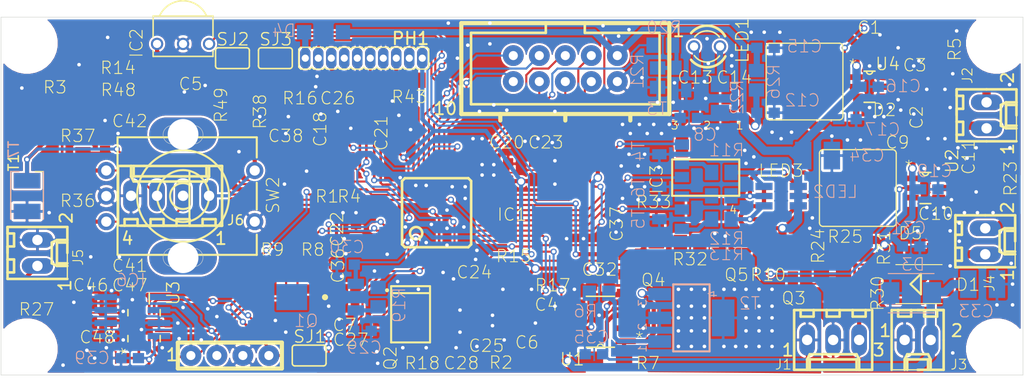
<source format=kicad_pcb>
(kicad_pcb (version 20171130) (host pcbnew "(5.1.8)-1")
  (layers (0 Top signal) (31 Bottom signal) (34 B.Paste user) (35 F.Paste user) (36 B.SilkS user) (37 F.SilkS user) (38 B.Mask user) (39 F.Mask user) (44 Edge.Cuts user))
  (net 0 "")
  (net 1 GND)
  (net 2 +UB3)
  (net 3 +5V)
  (net 4 LED_1_PWM)
  (net 5 CHARG_STATUS)
  (net 6 PERIP_PWR)
  (net 7 DNC)
  (net 8 +9V)
  (net 9 +UB)
  (net 10 VBACKUP)
  (net 11 V_BAT)
  (net 12 V_PWR)
  (net 13 LED_2_PWM)
  (net 14 "/Lichtobjekt 6_1/SDA")
  (net 15 "/Lichtobjekt 6_1/SCL")
  (net 16 "Net-(IC1-Pad44)")
  (net 17 "/Lichtobjekt 6_1/ENC_A")
  (net 18 "/Lichtobjekt 6_1/ENC_B")
  (net 19 "/Lichtobjekt 6_1/ACCINT1")
  (net 20 "/Lichtobjekt 6_1/BRIGHT_HIGH")
  (net 21 "/Lichtobjekt 6_1/BRIGHT_LOW")
  (net 22 "/Lichtobjekt 6_1/SWCLK")
  (net 23 "/Lichtobjekt 6_1/SWDIO")
  (net 24 "/Lichtobjekt 6_1/LCD_A0")
  (net 25 "/Lichtobjekt 6_1/LCD_CS")
  (net 26 "/Lichtobjekt 6_1/J-LINKTX")
  (net 27 "/Lichtobjekt 6_1/J-LINKRX")
  (net 28 "/Lichtobjekt 6_1/LCD_RST")
  (net 29 "/Lichtobjekt 6_1/LCD_MOSI")
  (net 30 "/Lichtobjekt 6_1/BRIGHT_IN")
  (net 31 "/Lichtobjekt 6_1/LCD_SCK")
  (net 32 "/Lichtobjekt 6_1/IR_OUT")
  (net 33 "/Lichtobjekt 6_1/LED_4_PWM_SDA2")
  (net 34 "/Lichtobjekt 6_1/LED_3_PWM_SCL2")
  (net 35 "/Lichtobjekt 6_1/LCD_BACKLIGHT_PWM")
  (net 36 "/Lichtobjekt 6_1/STATUS_LED_B_PWM")
  (net 37 "/Lichtobjekt 6_1/STATUS_LED_G_PWM")
  (net 38 "/Lichtobjekt 6_1/STATUS_LED_R_PWM")
  (net 39 "/Lichtobjekt 6_1/IR_IN")
  (net 40 "/Lichtobjekt 6_1/ENC_SW")
  (net 41 "Net-(C24-Pad1)")
  (net 42 "/Lichtobjekt 6_1/NRST")
  (net 43 "Net-(IC1-Pad6)")
  (net 44 "Net-(C27-Pad1)")
  (net 45 "Net-(IC1-Pad4)")
  (net 46 "Net-(C30-Pad1)")
  (net 47 "/Lichtobjekt 6_1/ACCINT2")
  (net 48 "Net-(R16-Pad1)")
  (net 49 "Net-(C29-Pad1)")
  (net 50 "Net-(C28-Pad1)")
  (net 51 "Net-(R20-Pad1)")
  (net 52 "Net-(LED1-PadK)")
  (net 53 "Net-(LED1-PadA)")
  (net 54 "Net-(J6-Pad1)")
  (net 55 "Net-(J6-Pad2)")
  (net 56 "Net-(J6-Pad3)")
  (net 57 "Net-(PH1-Pad7)")
  (net 58 "Net-(C48-Pad1)")
  (net 59 "Net-(C5-Pad1)")
  (net 60 "Net-(LED2-Pad6)")
  (net 61 "Net-(LED2-Pad5)")
  (net 62 "Net-(LED2-Pad4)")
  (net 63 "Net-(R11-Pad2)")
  (net 64 "Net-(R12-Pad2)")
  (net 65 "Net-(R13-Pad2)")
  (net 66 "Net-(IC4-Pad2)")
  (net 67 "Net-(C12-Pad1)")
  (net 68 "Net-(Q3-Pad1)")
  (net 69 "Net-(C32-Pad1)")
  (net 70 "Net-(C35-Pad1)")
  (net 71 "Net-(Q5-Pad3)")
  (net 72 "Net-(R6-Pad2)")
  (net 73 "Net-(R7-Pad1)")
  (net 74 "Net-(J2-Pad2)")
  (net 75 "Net-(C3-Pad1)")
  (net 76 "Net-(D2-PadA)")
  (net 77 "Net-(R6-Pad1)")
  (net 78 "Net-(C2-Pad1)")
  (net 79 "Net-(Q4-Pad3)")
  (net 80 "Net-(J5-Pad1)")
  (net 81 "Net-(J4-Pad2)")
  (net 82 "Net-(C11-Pad1)")
  (net 83 "Net-(D5-PadA)")
  (net 84 "Net-(C10-Pad1)")
  (module LED_SMD:LED_PLCC-2 (layer Bottom) (at 101.6381 104.8766 270)
    (fp_text reference T7 (at -4.5466 1.3081 90) (layer B.SilkS) (effects (justify mirror)))
    (fp_text value SFH320)
    (pad 2 smd rect (at 1.5 0 270) (size 1.5 2.6) (layers Bottom B.Paste B.Mask) (net 1 GND))
    (pad 1 smd rect (at -1.5 0 270) (size 1.5 2.6) (layers Bottom B.Paste B.Mask) (net 30 "/Lichtobjekt 6_1/BRIGHT_IN"))
  )
  (module LED_SMD:LED_PLCC-2 (layer Top) (at 101.6381 104.8766 270)
    (fp_text reference T1 (at -3.2766 1.3081 90) (layer F.SilkS))
    (fp_text value SFH320)
    (pad 2 smd rect (at 1.5 0 270) (size 1.5 2.6) (layers Top F.Paste F.Mask) (net 1 GND))
    (pad 1 smd rect (at -1.5 0 270) (size 1.5 2.6) (layers Top F.Paste F.Mask) (net 30 "/Lichtobjekt 6_1/BRIGHT_IN"))
  )
  (module "Lichtobjekt 6:TQFP48" (layer Top) (at 141.6431 106.5022)
    (fp_text reference IC1 (at 5.842 0.889) (layer F.SilkS) (effects (font (size 1.2065 1.2065) (thickness 0.09652)) (justify left bottom)))
    (fp_text value STM32F10XCXT6 hide)
    (pad 48 smd rect (at -4.5 2.75) (size 1 0.2) (layers Top F.Paste F.Mask) (net 2 +UB3))
    (pad 47 smd rect (at -4.5 2.25) (size 1 0.2) (layers Top F.Paste F.Mask) (net 1 GND))
    (pad 46 smd rect (at -4.5 1.75) (size 1 0.2) (layers Top F.Paste F.Mask) (net 14 "/Lichtobjekt 6_1/SDA"))
    (pad 45 smd rect (at -4.5 1.25) (size 1 0.2) (layers Top F.Paste F.Mask) (net 15 "/Lichtobjekt 6_1/SCL"))
    (pad 44 smd rect (at -4.5 0.75) (size 1 0.2) (layers Top F.Paste F.Mask) (net 16 "Net-(IC1-Pad44)"))
    (pad 43 smd rect (at -4.5 0.25) (size 1 0.2) (layers Top F.Paste F.Mask) (net 17 "/Lichtobjekt 6_1/ENC_A"))
    (pad 42 smd rect (at -4.5 -0.25) (size 1 0.2) (layers Top F.Paste F.Mask) (net 18 "/Lichtobjekt 6_1/ENC_B"))
    (pad 41 smd rect (at -4.5 -0.75) (size 1 0.2) (layers Top F.Paste F.Mask) (net 19 "/Lichtobjekt 6_1/ACCINT1"))
    (pad 40 smd rect (at -4.5 -1.25) (size 1 0.2) (layers Top F.Paste F.Mask) (net 5 CHARG_STATUS))
    (pad 39 smd rect (at -4.5 -1.75) (size 1 0.2) (layers Top F.Paste F.Mask) (net 20 "/Lichtobjekt 6_1/BRIGHT_HIGH"))
    (pad 38 smd rect (at -4.5 -2.25) (size 1 0.2) (layers Top F.Paste F.Mask) (net 21 "/Lichtobjekt 6_1/BRIGHT_LOW"))
    (pad 37 smd rect (at -4.5 -2.75) (size 1 0.2) (layers Top F.Paste F.Mask) (net 22 "/Lichtobjekt 6_1/SWCLK"))
    (pad 36 smd rect (at -2.75 -4.5) (size 0.2 1) (layers Top F.Paste F.Mask) (net 2 +UB3))
    (pad 35 smd rect (at -2.25 -4.5) (size 0.2 1) (layers Top F.Paste F.Mask) (net 1 GND))
    (pad 34 smd rect (at -1.75 -4.5) (size 0.2 1) (layers Top F.Paste F.Mask) (net 23 "/Lichtobjekt 6_1/SWDIO"))
    (pad 33 smd rect (at -1.25 -4.5) (size 0.2 1) (layers Top F.Paste F.Mask) (net 24 "/Lichtobjekt 6_1/LCD_A0"))
    (pad 32 smd rect (at -0.75 -4.5) (size 0.2 1) (layers Top F.Paste F.Mask) (net 25 "/Lichtobjekt 6_1/LCD_CS"))
    (pad 31 smd rect (at -0.25 -4.5) (size 0.2 1) (layers Top F.Paste F.Mask) (net 26 "/Lichtobjekt 6_1/J-LINKTX"))
    (pad 30 smd rect (at 0.25 -4.5) (size 0.2 1) (layers Top F.Paste F.Mask) (net 27 "/Lichtobjekt 6_1/J-LINKRX"))
    (pad 29 smd rect (at 0.75 -4.5) (size 0.2 1) (layers Top F.Paste F.Mask) (net 28 "/Lichtobjekt 6_1/LCD_RST"))
    (pad 28 smd rect (at 1.25 -4.5) (size 0.2 1) (layers Top F.Paste F.Mask) (net 29 "/Lichtobjekt 6_1/LCD_MOSI"))
    (pad 27 smd rect (at 1.75 -4.5) (size 0.2 1) (layers Top F.Paste F.Mask) (net 30 "/Lichtobjekt 6_1/BRIGHT_IN"))
    (pad 26 smd rect (at 2.25 -4.5) (size 0.2 1) (layers Top F.Paste F.Mask) (net 31 "/Lichtobjekt 6_1/LCD_SCK"))
    (pad 25 smd rect (at 2.75 -4.5) (size 0.2 1) (layers Top F.Paste F.Mask) (net 32 "/Lichtobjekt 6_1/IR_OUT"))
    (pad 24 smd rect (at 4.5 -2.75) (size 1 0.2) (layers Top F.Paste F.Mask) (net 2 +UB3))
    (pad 23 smd rect (at 4.5 -2.25) (size 1 0.2) (layers Top F.Paste F.Mask) (net 1 GND))
    (pad 22 smd rect (at 4.5 -1.75) (size 1 0.2) (layers Top F.Paste F.Mask) (net 33 "/Lichtobjekt 6_1/LED_4_PWM_SDA2"))
    (pad 21 smd rect (at 4.5 -1.25) (size 1 0.2) (layers Top F.Paste F.Mask) (net 34 "/Lichtobjekt 6_1/LED_3_PWM_SCL2"))
    (pad 20 smd rect (at 4.5 -0.75) (size 1 0.2) (layers Top F.Paste F.Mask) (net 6 PERIP_PWR))
    (pad 19 smd rect (at 4.5 -0.25) (size 1 0.2) (layers Top F.Paste F.Mask) (net 35 "/Lichtobjekt 6_1/LCD_BACKLIGHT_PWM"))
    (pad 18 smd rect (at 4.5 0.25) (size 1 0.2) (layers Top F.Paste F.Mask) (net 36 "/Lichtobjekt 6_1/STATUS_LED_B_PWM"))
    (pad 17 smd rect (at 4.5 0.75) (size 1 0.2) (layers Top F.Paste F.Mask) (net 37 "/Lichtobjekt 6_1/STATUS_LED_G_PWM"))
    (pad 16 smd rect (at 4.5 1.25) (size 1 0.2) (layers Top F.Paste F.Mask) (net 38 "/Lichtobjekt 6_1/STATUS_LED_R_PWM"))
    (pad 15 smd rect (at 4.5 1.75) (size 1 0.2) (layers Top F.Paste F.Mask) (net 13 LED_2_PWM))
    (pad 14 smd rect (at 4.5 2.25) (size 1 0.2) (layers Top F.Paste F.Mask) (net 12 V_PWR))
    (pad 13 smd rect (at 4.5 2.75) (size 1 0.2) (layers Top F.Paste F.Mask) (net 11 V_BAT))
    (pad 12 smd rect (at 2.75 4.5) (size 0.2 1) (layers Top F.Paste F.Mask) (net 39 "/Lichtobjekt 6_1/IR_IN"))
    (pad 11 smd rect (at 2.25 4.5) (size 0.2 1) (layers Top F.Paste F.Mask) (net 4 LED_1_PWM))
    (pad 10 smd rect (at 1.75 4.5) (size 0.2 1) (layers Top F.Paste F.Mask) (net 40 "/Lichtobjekt 6_1/ENC_SW"))
    (pad 9 smd rect (at 1.25 4.5) (size 0.2 1) (layers Top F.Paste F.Mask) (net 41 "Net-(C24-Pad1)"))
    (pad 8 smd rect (at 0.75 4.5) (size 0.2 1) (layers Top F.Paste F.Mask) (net 1 GND))
    (pad 7 smd rect (at 0.25 4.5) (size 0.2 1) (layers Top F.Paste F.Mask) (net 42 "/Lichtobjekt 6_1/NRST"))
    (pad 6 smd rect (at -0.25 4.5) (size 0.2 1) (layers Top F.Paste F.Mask) (net 43 "Net-(IC1-Pad6)"))
    (pad 5 smd rect (at -0.75 4.5) (size 0.2 1) (layers Top F.Paste F.Mask) (net 44 "Net-(C27-Pad1)"))
    (pad 4 smd rect (at -1.25 4.5) (size 0.2 1) (layers Top F.Paste F.Mask) (net 45 "Net-(IC1-Pad4)"))
    (pad 3 smd rect (at -1.75 4.5) (size 0.2 1) (layers Top F.Paste F.Mask) (net 46 "Net-(C30-Pad1)"))
    (pad 2 smd rect (at -2.25 4.5) (size 0.2 1) (layers Top F.Paste F.Mask) (net 47 "/Lichtobjekt 6_1/ACCINT2"))
    (pad 1 smd rect (at -2.75 4.5) (size 0.2 1) (layers Top F.Paste F.Mask) (net 2 +UB3))
  )
  (module "Lichtobjekt 6:R0805" (layer Top) (at 130.7211 102.1842 270)
    (fp_text reference R1 (at 3.429 1.016) (layer F.SilkS) (effects (font (size 1.2065 1.2065) (thickness 0.09652)) (justify left bottom)))
    (fp_text value 10k hide)
    (pad 2 smd rect (at 0.95 0 270) (size 1.3 1.5) (layers Top F.Paste F.Mask) (net 20 "/Lichtobjekt 6_1/BRIGHT_HIGH"))
    (pad 1 smd rect (at -0.95 0 270) (size 1.3 1.5) (layers Top F.Paste F.Mask) (net 30 "/Lichtobjekt 6_1/BRIGHT_IN"))
  )
  (module "Lichtobjekt 6:R0805" (layer Top) (at 104.1781 96.0882)
    (fp_text reference R3 (at -1.0541 -1.143) (layer F.SilkS) (effects (font (size 1.2065 1.2065) (thickness 0.09652)) (justify left bottom)))
    (fp_text value 10M hide)
    (pad 2 smd rect (at 0.95 0) (size 1.3 1.5) (layers Top F.Paste F.Mask) (net 2 +UB3))
    (pad 1 smd rect (at -0.95 0) (size 1.3 1.5) (layers Top F.Paste F.Mask) (net 30 "/Lichtobjekt 6_1/BRIGHT_IN"))
  )
  (module "Lichtobjekt 6:R0805" (layer Top) (at 129.3241 112.0902)
    (fp_text reference R8 (at -1.016 -1.27) (layer F.SilkS) (effects (font (size 1.2065 1.2065) (thickness 0.09652)) (justify left bottom)))
    (fp_text value 10k hide)
    (pad 2 smd rect (at 0.95 0) (size 1.3 1.5) (layers Top F.Paste F.Mask) (net 2 +UB3))
    (pad 1 smd rect (at -0.95 0) (size 1.3 1.5) (layers Top F.Paste F.Mask) (net 15 "/Lichtobjekt 6_1/SCL"))
  )
  (module "Lichtobjekt 6:R0805" (layer Top) (at 125.2601 112.9792 90)
    (fp_text reference R9 (at 2.159 -0.889) (layer F.SilkS) (effects (font (size 1.2065 1.2065) (thickness 0.09652)) (justify left bottom)))
    (fp_text value 10k hide)
    (pad 2 smd rect (at 0.95 0 90) (size 1.3 1.5) (layers Top F.Paste F.Mask) (net 2 +UB3))
    (pad 1 smd rect (at -0.95 0 90) (size 1.3 1.5) (layers Top F.Paste F.Mask) (net 14 "/Lichtobjekt 6_1/SDA"))
  )
  (module "Lichtobjekt 6:SOT223" (layer Top) (at 167.9321 103.0732 180)
    (fp_text reference IC3 (at 4.1021 -1.7018 90) (layer F.SilkS) (effects (font (size 1.2065 1.2065) (thickness 0.09652)) (justify left bottom)))
    (fp_text value "MCP1703DB 3.0V" hide)
    (fp_text user 2 (at 0.2921 4.6482 180) (layer F.SilkS) (effects (font (size 0.77216 0.77216) (thickness 0.097536)) (justify left bottom)))
    (fp_text user 1 (at -2.8829 4.6482 180) (layer F.SilkS) (effects (font (size 0.77216 0.77216) (thickness 0.097536)) (justify left bottom)))
    (fp_text user 4 (at -2.2479 -3.6068 180) (layer F.SilkS) (effects (font (size 0.77216 0.77216) (thickness 0.097536)) (justify left bottom)))
    (fp_text user 3 (at 3.4671 4.6482 180) (layer F.SilkS) (effects (font (size 0.77216 0.77216) (thickness 0.097536)) (justify left bottom)))
    (pad 4 smd rect (at 0 -3.099 180) (size 3.6 2.2) (layers Top F.Paste F.Mask) (net 1 GND))
    (pad 3 smd rect (at 2.3114 3.0988 180) (size 1.2192 2.2352) (layers Top F.Paste F.Mask) (net 2 +UB3))
    (pad 2 smd rect (at 0 3.0988 180) (size 1.2192 2.2352) (layers Top F.Paste F.Mask) (net 1 GND))
    (pad 1 smd rect (at -2.3114 3.0988 180) (size 1.2192 2.2352) (layers Top F.Paste F.Mask) (net 67 "Net-(C12-Pad1)"))
  )
  (module "Lichtobjekt 6:C0805" (layer Top) (at 166.5351 96.0882 90)
    (fp_text reference C13 (at 2.1082 -1.4351) (layer F.SilkS) (effects (font (size 1.2065 1.2065) (thickness 0.09652)) (justify left bottom)))
    (fp_text value 1µ hide)
    (pad 2 smd rect (at 0.95 0 90) (size 1.3 1.5) (layers Top F.Paste F.Mask) (net 1 GND))
    (pad 1 smd rect (at -0.95 0 90) (size 1.3 1.5) (layers Top F.Paste F.Mask) (net 2 +UB3))
  )
  (module "Lichtobjekt 6:C0805" (layer Top) (at 170.2181 96.2152 90)
    (fp_text reference C14 (at 2.2352 -1.3081) (layer F.SilkS) (effects (font (size 1.2065 1.2065) (thickness 0.09652)) (justify left bottom)))
    (fp_text value 1µ hide)
    (pad 2 smd rect (at 0.95 0 90) (size 1.3 1.5) (layers Top F.Paste F.Mask) (net 1 GND))
    (pad 1 smd rect (at -0.95 0 90) (size 1.3 1.5) (layers Top F.Paste F.Mask) (net 67 "Net-(C12-Pad1)"))
  )
  (module "Lichtobjekt 6:C0603" (layer Top) (at 131.9911 98.6282 90)
    (fp_text reference C18 (at -1.524 -1.016 90) (layer F.SilkS) (effects (font (size 1.2065 1.2065) (thickness 0.09652)) (justify left bottom)))
    (fp_text value 220n hide)
    (pad 2 smd rect (at 0.85 0 90) (size 1.1 1) (layers Top F.Paste F.Mask) (net 1 GND))
    (pad 1 smd rect (at -0.85 0 90) (size 1.1 1) (layers Top F.Paste F.Mask) (net 30 "/Lichtobjekt 6_1/BRIGHT_IN"))
  )
  (module "Lichtobjekt 6:C0603" (layer Top) (at 148.6281 102.5652 90)
    (fp_text reference C20 (at 2.2352 -1.9431) (layer F.SilkS) (effects (font (size 1.2065 1.2065) (thickness 0.09652)) (justify left bottom)))
    (fp_text value 220n hide)
    (pad 2 smd rect (at 0.85 0 90) (size 1.1 1) (layers Top F.Paste F.Mask) (net 1 GND))
    (pad 1 smd rect (at -0.85 0 90) (size 1.1 1) (layers Top F.Paste F.Mask) (net 2 +UB3))
  )
  (module "Lichtobjekt 6:C0603" (layer Top) (at 137.9601 99.1362 90)
    (fp_text reference C21 (at -1.397 -1.016 90) (layer F.SilkS) (effects (font (size 1.2065 1.2065) (thickness 0.09652)) (justify left bottom)))
    (fp_text value 220n hide)
    (pad 2 smd rect (at 0.85 0 90) (size 1.1 1) (layers Top F.Paste F.Mask) (net 1 GND))
    (pad 1 smd rect (at -0.85 0 90) (size 1.1 1) (layers Top F.Paste F.Mask) (net 2 +UB3))
  )
  (module "Lichtobjekt 6:C0603" (layer Top) (at 133.7691 108.4072 90)
    (fp_text reference C22 (at -1.524 -1.143 90) (layer F.SilkS) (effects (font (size 1.2065 1.2065) (thickness 0.09652)) (justify left bottom)))
    (fp_text value 220n hide)
    (pad 2 smd rect (at 0.85 0 90) (size 1.1 1) (layers Top F.Paste F.Mask) (net 1 GND))
    (pad 1 smd rect (at -0.85 0 90) (size 1.1 1) (layers Top F.Paste F.Mask) (net 2 +UB3))
  )
  (module "Lichtobjekt 6:C0805" (layer Top) (at 151.4221 102.3112 90)
    (fp_text reference C23 (at 1.9812 -0.9271) (layer F.SilkS) (effects (font (size 1.2065 1.2065) (thickness 0.09652)) (justify left bottom)))
    (fp_text value 10µ hide)
    (pad 2 smd rect (at 0.95 0 90) (size 1.3 1.5) (layers Top F.Paste F.Mask) (net 1 GND))
    (pad 1 smd rect (at -0.95 0 90) (size 1.3 1.5) (layers Top F.Paste F.Mask) (net 2 +UB3))
  )
  (module "Lichtobjekt 6:C0603" (layer Top) (at 145.4531 114.1222 180)
    (fp_text reference C24 (at 1.9431 1.0922) (layer F.SilkS) (effects (font (size 1.2065 1.2065) (thickness 0.09652)) (justify left bottom)))
    (fp_text value 220n hide)
    (pad 2 smd rect (at 0.85 0 180) (size 1.1 1) (layers Top F.Paste F.Mask) (net 1 GND))
    (pad 1 smd rect (at -0.85 0 180) (size 1.1 1) (layers Top F.Paste F.Mask) (net 41 "Net-(C24-Pad1)"))
  )
  (module "Lichtobjekt 6:C0805" (layer Top) (at 145.5801 117.1702 270)
    (fp_text reference C25 (at 3.048 0.889) (layer F.SilkS) (effects (font (size 1.2065 1.2065) (thickness 0.09652)) (justify left bottom)))
    (fp_text value 1µ hide)
    (pad 2 smd rect (at 0.95 0 270) (size 1.3 1.5) (layers Top F.Paste F.Mask) (net 1 GND))
    (pad 1 smd rect (at -0.95 0 270) (size 1.3 1.5) (layers Top F.Paste F.Mask) (net 41 "Net-(C24-Pad1)"))
  )
  (module "Lichtobjekt 6:R0805" (layer Top) (at 149.0091 112.5982)
    (fp_text reference R15 (at -1.651 -1.143) (layer F.SilkS) (effects (font (size 1.2065 1.2065) (thickness 0.09652)) (justify left bottom)))
    (fp_text value BLM18 hide)
    (pad 2 smd rect (at 0.95 0) (size 1.3 1.5) (layers Top F.Paste F.Mask) (net 2 +UB3))
    (pad 1 smd rect (at -0.95 0) (size 1.3 1.5) (layers Top F.Paste F.Mask) (net 41 "Net-(C24-Pad1)"))
  )
  (module "Lichtobjekt 6:C0603" (layer Top) (at 132.1181 94.0562 180)
    (fp_text reference C26 (at 1.9431 -1.9558 180) (layer F.SilkS) (effects (font (size 1.2065 1.2065) (thickness 0.09652)) (justify left bottom)))
    (fp_text value 220n hide)
    (pad 2 smd rect (at 0.85 0 180) (size 1.1 1) (layers Top F.Paste F.Mask) (net 1 GND))
    (pad 1 smd rect (at -0.85 0 180) (size 1.1 1) (layers Top F.Paste F.Mask) (net 42 "/Lichtobjekt 6_1/NRST"))
  )
  (module "Lichtobjekt 6:SJ" (layer Top) (at 121.7041 91.3892)
    (fp_text reference SJ2 (at -1.651 -1.143) (layer F.SilkS) (effects (font (size 1.2065 1.2065) (thickness 0.12065)) (justify left bottom)))
    (fp_text value SJ)
    (pad 2 smd rect (at 0.762 0) (size 1.1684 1.6002) (layers Top F.Paste F.Mask) (net 48 "Net-(R16-Pad1)"))
    (pad 1 smd rect (at -0.762 0) (size 1.1684 1.6002) (layers Top F.Paste F.Mask) (net 2 +UB3))
  )
  (module "Lichtobjekt 6:SJ" (layer Top) (at 125.8951 91.3892)
    (fp_text reference SJ3 (at -1.651 -1.143) (layer F.SilkS) (effects (font (size 1.2065 1.2065) (thickness 0.12065)) (justify left bottom)))
    (fp_text value SJ)
    (pad 2 smd rect (at 0.762 0) (size 1.1684 1.6002) (layers Top F.Paste F.Mask) (net 1 GND))
    (pad 1 smd rect (at -0.762 0) (size 1.1684 1.6002) (layers Top F.Paste F.Mask) (net 48 "Net-(R16-Pad1)"))
  )
  (module "Lichtobjekt 6:R0805" (layer Top) (at 125.8951 93.5482)
    (fp_text reference R16 (at 0.5969 2.4638) (layer F.SilkS) (effects (font (size 1.2065 1.2065) (thickness 0.09652)) (justify left bottom)))
    (fp_text value 1,5k hide)
    (pad 2 smd rect (at 0.95 0) (size 1.3 1.5) (layers Top F.Paste F.Mask) (net 16 "Net-(IC1-Pad44)"))
    (pad 1 smd rect (at -0.95 0) (size 1.3 1.5) (layers Top F.Paste F.Mask) (net 48 "Net-(R16-Pad1)"))
  )
  (module "Lichtobjekt 6:MS1V-T1K" (layer Bottom) (at 130.8481 114.7572 180)
    (fp_text reference Q1 (at 3.2198 -3.027) (layer B.SilkS) (effects (font (size 1.2065 1.2065) (thickness 0.09652)) (justify right bottom mirror)))
    (fp_text value "32,768 MS1V-7" hide)
    (pad 4 smd rect (at -2.900681 1.299971) (size 1.6002 0.999996) (layers Bottom B.Paste B.Mask) (net 46 "Net-(C30-Pad1)"))
    (pad 3 smd rect (at 3.350259 0) (size 2.99974 2.54) (layers Bottom B.Paste B.Mask))
    (pad 1 smd rect (at -2.900681 -1.299971 180) (size 1.6002 0.999996) (layers Bottom B.Paste B.Mask) (net 49 "Net-(C29-Pad1)"))
  )
  (module "Lichtobjekt 6:3.4X2.7-4-PAD" (layer Top) (at 139.1031 116.7892 270)
    (fp_text reference Q2 (at 5.207 1.27 90) (layer F.SilkS) (effects (font (size 1.2065 1.2065) (thickness 0.09652)) (justify left bottom)))
    (fp_text value 12MHz hide)
    (pad 4 smd rect (at -1.1 -0.8 90) (size 1.4 1.15) (layers Top F.Paste F.Mask) (net 1 GND))
    (pad 3 smd rect (at 1.1 -0.8 90) (size 1.4 1.15) (layers Top F.Paste F.Mask) (net 50 "Net-(C28-Pad1)"))
    (pad 2 smd rect (at 1.1 0.8 270) (size 1.4 1.15) (layers Top F.Paste F.Mask) (net 1 GND))
    (pad 1 smd rect (at -1.1 0.8 270) (size 1.4 1.15) (layers Top F.Paste F.Mask) (net 44 "Net-(C27-Pad1)"))
  )
  (module "Lichtobjekt 6:R0805" (layer Top) (at 142.1511 115.1382 90)
    (fp_text reference R18 (at -6.7818 -3.7211 180) (layer F.SilkS) (effects (font (size 1.2065 1.2065) (thickness 0.09652)) (justify left bottom)))
    (fp_text value 220 hide)
    (pad 2 smd rect (at 0.95 0 90) (size 1.3 1.5) (layers Top F.Paste F.Mask) (net 43 "Net-(IC1-Pad6)"))
    (pad 1 smd rect (at -0.95 0 90) (size 1.3 1.5) (layers Top F.Paste F.Mask) (net 50 "Net-(C28-Pad1)"))
  )
  (module "Lichtobjekt 6:C0603" (layer Top) (at 135.9281 117.9322 270)
    (fp_text reference C27 (at 1.7018 4.4831 180) (layer F.SilkS) (effects (font (size 1.2065 1.2065) (thickness 0.09652)) (justify left bottom)))
    (fp_text value 22p hide)
    (pad 2 smd rect (at 0.85 0 270) (size 1.1 1) (layers Top F.Paste F.Mask) (net 1 GND))
    (pad 1 smd rect (at -0.85 0 270) (size 1.1 1) (layers Top F.Paste F.Mask) (net 44 "Net-(C27-Pad1)"))
  )
  (module "Lichtobjekt 6:C0603" (layer Top) (at 142.1511 118.8212 270)
    (fp_text reference C28 (at 3.0988 -0.0889) (layer F.SilkS) (effects (font (size 1.2065 1.2065) (thickness 0.09652)) (justify left bottom)))
    (fp_text value 22p hide)
    (pad 2 smd rect (at 0.85 0 270) (size 1.1 1) (layers Top F.Paste F.Mask) (net 1 GND))
    (pad 1 smd rect (at -0.85 0 270) (size 1.1 1) (layers Top F.Paste F.Mask) (net 50 "Net-(C28-Pad1)"))
  )
  (module "Lichtobjekt 6:R0805" (layer Bottom) (at 135.9281 114.7572 90)
    (fp_text reference R19 (at -2.5908 2.7559 90) (layer B.SilkS) (effects (font (size 1.2065 1.2065) (thickness 0.09652)) (justify right bottom mirror)))
    (fp_text value 220k hide)
    (pad 2 smd rect (at 0.95 0 90) (size 1.3 1.5) (layers Bottom B.Paste B.Mask) (net 45 "Net-(IC1-Pad4)"))
    (pad 1 smd rect (at -0.95 0 90) (size 1.3 1.5) (layers Bottom B.Paste B.Mask) (net 49 "Net-(C29-Pad1)"))
  )
  (module "Lichtobjekt 6:C0603" (layer Bottom) (at 134.4041 118.0592)
    (fp_text reference C29 (at -1.651 2.3368) (layer B.SilkS) (effects (font (size 1.2065 1.2065) (thickness 0.09652)) (justify right bottom mirror)))
    (fp_text value 6.8p hide)
    (pad 2 smd rect (at 0.85 0) (size 1.1 1) (layers Bottom B.Paste B.Mask) (net 1 GND))
    (pad 1 smd rect (at -0.85 0) (size 1.1 1) (layers Bottom B.Paste B.Mask) (net 49 "Net-(C29-Pad1)"))
  )
  (module "Lichtobjekt 6:C0603" (layer Bottom) (at 132.7531 111.5822 180)
    (fp_text reference C30 (at 1.6891 1.016) (layer B.SilkS) (effects (font (size 1.2065 1.2065) (thickness 0.09652)) (justify right bottom mirror)))
    (fp_text value 6.8p hide)
    (pad 2 smd rect (at 0.85 0 180) (size 1.1 1) (layers Bottom B.Paste B.Mask) (net 1 GND))
    (pad 1 smd rect (at -0.85 0 180) (size 1.1 1) (layers Bottom B.Paste B.Mask) (net 46 "Net-(C30-Pad1)"))
  )
  (module "Lichtobjekt 6:SOT23" (layer Bottom) (at 166.0271 93.4212)
    (fp_text reference T3 (at -3.9751 3.6068) (layer B.SilkS) (effects (font (size 1.2065 1.2065) (thickness 0.09652)) (justify right bottom mirror)))
    (fp_text value BSS138 hide)
    (pad 1 smd rect (at -0.95 -1.1) (size 1 1.4) (layers Bottom B.Paste B.Mask) (net 51 "Net-(R20-Pad1)"))
    (pad 2 smd rect (at 0.95 -1.1) (size 1 1.4) (layers Bottom B.Paste B.Mask) (net 1 GND))
    (pad 3 smd rect (at 0 1.1) (size 1 1.4) (layers Bottom B.Paste B.Mask) (net 52 "Net-(LED1-PadK)"))
  )
  (module "Lichtobjekt 6:R0805" (layer Bottom) (at 163.7411 90.1192 180)
    (fp_text reference R20 (at 1.6891 1.016) (layer B.SilkS) (effects (font (size 1.2065 1.2065) (thickness 0.09652)) (justify right bottom mirror)))
    (fp_text value 150 hide)
    (pad 2 smd rect (at 0.95 0 180) (size 1.3 1.5) (layers Bottom B.Paste B.Mask) (net 32 "/Lichtobjekt 6_1/IR_OUT"))
    (pad 1 smd rect (at -0.95 0 180) (size 1.3 1.5) (layers Bottom B.Paste B.Mask) (net 51 "Net-(R20-Pad1)"))
  )
  (module "Lichtobjekt 6:R0805" (layer Bottom) (at 163.2331 93.2942 270)
    (fp_text reference R21 (at 1.1938 1.27 90) (layer B.SilkS) (effects (font (size 1.2065 1.2065) (thickness 0.09652)) (justify right bottom mirror)))
    (fp_text value 100k hide)
    (pad 2 smd rect (at 0.95 0 270) (size 1.3 1.5) (layers Bottom B.Paste B.Mask) (net 1 GND))
    (pad 1 smd rect (at -0.95 0 270) (size 1.3 1.5) (layers Bottom B.Paste B.Mask) (net 51 "Net-(R20-Pad1)"))
  )
  (module "Lichtobjekt 6:R1206" (layer Bottom) (at 169.3291 95.3262 270)
    (fp_text reference R22 (at 1.7018 -2.3749 90) (layer B.SilkS) (effects (font (size 1.2065 1.2065) (thickness 0.09652)) (justify right bottom mirror)))
    (fp_text value 15 hide)
    (pad 1 smd rect (at -1.422 0 270) (size 1.6 1.803) (layers Bottom B.Paste B.Mask) (net 53 "Net-(LED1-PadA)"))
    (pad 2 smd rect (at 1.422 0 270) (size 1.6 1.803) (layers Bottom B.Paste B.Mask) (net 9 +UB))
  )
  (module "Lichtobjekt 6:LED3MM" (layer Top) (at 168.0591 90.2462 180)
    (fp_text reference LED1 (at -4.1529 -1.7018 90) (layer F.SilkS) (effects (font (size 1.2065 1.2065) (thickness 0.12065)) (justify left bottom)))
    (fp_text value SFH409 hide)
    (pad K thru_hole circle (at 1.27 0 180) (size 1.2192 1.2192) (drill 0.8128) (layers *.Cu *.Mask) (net 52 "Net-(LED1-PadK)"))
    (pad A thru_hole circle (at -1.27 0 180) (size 1.2192 1.2192) (drill 0.8128) (layers *.Cu *.Mask) (net 53 "Net-(LED1-PadA)"))
  )
  (module "Lichtobjekt 6:EC11B-V" (layer Top) (at 116.8781 104.8766 270)
    (fp_text reference SW2 (at 1.8034 -9.4869 90) (layer F.SilkS) (effects (font (size 1.2065 1.2065) (thickness 0.09652)) (justify left bottom)))
    (fp_text value EC11B-V-T hide)
    (fp_line (start 6.9 1.05) (end 6.9 -1.05) (layer Edge.Cuts) (width 0.05))
    (fp_line (start 5.1 1.05) (end 5.1 -1.05) (layer Edge.Cuts) (width 0.05))
    (fp_line (start -6.9 -1.05) (end -6.9 1.05) (layer Edge.Cuts) (width 0.05))
    (fp_line (start -5.1 -1.05) (end -5.1 1.05) (layer Edge.Cuts) (width 0.05))
    (fp_arc (start 6 1.05) (end 5.1 1.05) (angle -180) (layer Edge.Cuts) (width 0.05))
    (fp_arc (start 6 -1.05) (end 6.9 -1.05) (angle -180) (layer Edge.Cuts) (width 0.05))
    (fp_arc (start -6 -1.05) (end -5.1 -1.05) (angle -180) (layer Edge.Cuts) (width 0.05))
    (fp_arc (start -6 1.05) (end -6.9 1.05) (angle -180) (layer Edge.Cuts) (width 0.05))
    (pad G2 thru_hole oval (at 6.0325 0) (size 6.6 3.3) (drill 3) (layers *.Cu *.Mask))
    (pad G1 thru_hole oval (at -6.0325 0) (size 6.6 3.3) (drill 3) (layers *.Cu *.Mask))
    (pad E thru_hole circle (at 2.5 -7 270) (size 1.6764 1.6764) (drill 1) (layers *.Cu *.Mask) (net 1 GND))
    (pad D thru_hole circle (at -2.5 -7 270) (size 1.6764 1.6764) (drill 1) (layers *.Cu *.Mask) (net 54 "Net-(J6-Pad1)"))
    (pad B thru_hole circle (at 2.5 7.5 270) (size 1.6764 1.6764) (drill 1) (layers *.Cu *.Mask) (net 55 "Net-(J6-Pad2)"))
    (pad C thru_hole circle (at 0 7.5 270) (size 1.6764 1.6764) (drill 1) (layers *.Cu *.Mask) (net 1 GND))
    (pad A thru_hole circle (at -2.5 7.5 270) (size 1.6764 1.6764) (drill 1) (layers *.Cu *.Mask) (net 56 "Net-(J6-Pad3)"))
  )
  (module "Lichtobjekt 6:SOT23" (layer Top) (at 176.4411 111.8362 180)
    (fp_text reference Q3 (at 1.1811 -3.7338) (layer F.SilkS) (effects (font (size 1.2065 1.2065) (thickness 0.09652)) (justify left bottom)))
    (fp_text value IRLML6402 hide)
    (pad 1 smd rect (at -0.95 1.1 180) (size 1 1.4) (layers Top F.Paste F.Mask) (net 68 "Net-(Q3-Pad1)"))
    (pad 2 smd rect (at 0.95 1.1 180) (size 1 1.4) (layers Top F.Paste F.Mask) (net 9 +UB))
    (pad 3 smd rect (at 0 -1.1 180) (size 1 1.4) (layers Top F.Paste F.Mask) (net 69 "Net-(C32-Pad1)"))
  )
  (module "Lichtobjekt 6:SMB" (layer Top) (at 188.7601 113.4872)
    (fp_text reference D1 (at 3.556 0.762) (layer F.SilkS) (effects (font (size 1.2065 1.2065) (thickness 0.09652)) (justify left bottom)))
    (fp_text value MBRS130LT3 hide)
    (pad A smd rect (at 2.2 0) (size 2.4 2.4) (layers Top F.Paste F.Mask) (net 8 +9V))
    (pad C smd rect (at -2.2 0) (size 2.4 2.4) (layers Top F.Paste F.Mask) (net 9 +UB))
  )
  (module "Lichtobjekt 6:R0805" (layer Top) (at 179.2351 113.4872 90)
    (fp_text reference R24 (at 1.905 0.381 90) (layer F.SilkS) (effects (font (size 1.2065 1.2065) (thickness 0.09652)) (justify left bottom)))
    (fp_text value 100k hide)
    (pad 2 smd rect (at 0.95 0 90) (size 1.3 1.5) (layers Top F.Paste F.Mask) (net 68 "Net-(Q3-Pad1)"))
    (pad 1 smd rect (at -0.95 0 90) (size 1.3 1.5) (layers Top F.Paste F.Mask) (net 1 GND))
  )
  (module "Lichtobjekt 6:R0805" (layer Top) (at 181.3941 111.5822 90)
    (fp_text reference R25 (at 2.032 -1.651) (layer F.SilkS) (effects (font (size 1.2065 1.2065) (thickness 0.09652)) (justify left bottom)))
    (fp_text value 2.2k hide)
    (pad 2 smd rect (at 0.95 0 90) (size 1.3 1.5) (layers Top F.Paste F.Mask) (net 8 +9V))
    (pad 1 smd rect (at -0.95 0 90) (size 1.3 1.5) (layers Top F.Paste F.Mask) (net 68 "Net-(Q3-Pad1)"))
  )
  (module "Lichtobjekt 6:R0805" (layer Top) (at 182.5371 114.6302 180)
    (fp_text reference R30 (at -2.8829 -1.5748 90) (layer F.SilkS) (effects (font (size 1.2065 1.2065) (thickness 0.09652)) (justify left bottom)))
    (fp_text value "33k 0.1%" hide)
    (pad 2 smd rect (at 0.95 0 180) (size 1.3 1.5) (layers Top F.Paste F.Mask) (net 1 GND))
    (pad 1 smd rect (at -0.95 0 180) (size 1.3 1.5) (layers Top F.Paste F.Mask) (net 70 "Net-(C35-Pad1)"))
  )
  (module "Lichtobjekt 6:R0805" (layer Top) (at 183.5531 111.5822 270)
    (fp_text reference R31 (at 0.1778 -2.5019 90) (layer F.SilkS) (effects (font (size 1.2065 1.2065) (thickness 0.09652)) (justify left bottom)))
    (fp_text value "10k 0.1%" hide)
    (pad 2 smd rect (at 0.95 0 270) (size 1.3 1.5) (layers Top F.Paste F.Mask) (net 70 "Net-(C35-Pad1)"))
    (pad 1 smd rect (at -0.95 0 270) (size 1.3 1.5) (layers Top F.Paste F.Mask) (net 8 +9V))
  )
  (module "Lichtobjekt 6:R0805" (layer Top) (at 166.4081 109.4232)
    (fp_text reference R32 (at -1.8161 2.3368) (layer F.SilkS) (effects (font (size 1.2065 1.2065) (thickness 0.09652)) (justify left bottom)))
    (fp_text value "33k 0.1%" hide)
    (pad 2 smd rect (at 0.95 0) (size 1.3 1.5) (layers Top F.Paste F.Mask) (net 71 "Net-(Q5-Pad3)"))
    (pad 1 smd rect (at -0.95 0) (size 1.3 1.5) (layers Top F.Paste F.Mask) (net 11 V_BAT))
  )
  (module "Lichtobjekt 6:R0805" (layer Top) (at 163.1061 108.4072 270)
    (fp_text reference R33 (at -2.2352 2.0701) (layer F.SilkS) (effects (font (size 1.2065 1.2065) (thickness 0.09652)) (justify left bottom)))
    (fp_text value "10k 0.1%" hide)
    (pad 2 smd rect (at 0.95 0 270) (size 1.3 1.5) (layers Top F.Paste F.Mask) (net 11 V_BAT))
    (pad 1 smd rect (at -0.95 0 270) (size 1.3 1.5) (layers Top F.Paste F.Mask) (net 1 GND))
  )
  (module "Lichtobjekt 6:C0603" (layer Top) (at 160.9471 108.4072 90)
    (fp_text reference C37 (at -1.016 -1.016 90) (layer F.SilkS) (effects (font (size 1.2065 1.2065) (thickness 0.09652)) (justify left bottom)))
    (fp_text value 220n hide)
    (pad 2 smd rect (at 0.85 0 90) (size 1.1 1) (layers Top F.Paste F.Mask) (net 1 GND))
    (pad 1 smd rect (at -0.85 0 90) (size 1.1 1) (layers Top F.Paste F.Mask) (net 11 V_BAT))
  )
  (module "Lichtobjekt 6:R0805" (layer Top) (at 107.0991 108.1532 270)
    (fp_text reference R36 (at -2.1082 2.3241 180) (layer F.SilkS) (effects (font (size 1.2065 1.2065) (thickness 0.09652)) (justify left bottom)))
    (fp_text value 470 hide)
    (pad 2 smd rect (at 0.95 0 270) (size 1.3 1.5) (layers Top F.Paste F.Mask) (net 17 "/Lichtobjekt 6_1/ENC_A"))
    (pad 1 smd rect (at -0.95 0 270) (size 1.3 1.5) (layers Top F.Paste F.Mask) (net 55 "Net-(J6-Pad2)"))
  )
  (module "Lichtobjekt 6:R0805" (layer Top) (at 107.0991 101.6762 90)
    (fp_text reference R37 (at 1.9812 -2.3241 180) (layer F.SilkS) (effects (font (size 1.2065 1.2065) (thickness 0.09652)) (justify left bottom)))
    (fp_text value 470 hide)
    (pad 2 smd rect (at 0.95 0 90) (size 1.3 1.5) (layers Top F.Paste F.Mask) (net 18 "/Lichtobjekt 6_1/ENC_B"))
    (pad 1 smd rect (at -0.95 0 90) (size 1.3 1.5) (layers Top F.Paste F.Mask) (net 56 "Net-(J6-Pad3)"))
  )
  (module "Lichtobjekt 6:R0805" (layer Top) (at 122.7201 96.7232 90)
    (fp_text reference R38 (at -1.7018 2.3749 90) (layer F.SilkS) (effects (font (size 1.2065 1.2065) (thickness 0.09652)) (justify left bottom)))
    (fp_text value 470 hide)
    (pad 2 smd rect (at 0.95 0 90) (size 1.3 1.5) (layers Top F.Paste F.Mask) (net 40 "/Lichtobjekt 6_1/ENC_SW"))
    (pad 1 smd rect (at -0.95 0 90) (size 1.3 1.5) (layers Top F.Paste F.Mask) (net 54 "Net-(J6-Pad1)"))
  )
  (module "Lichtobjekt 6:C0603" (layer Top) (at 125.7681 96.4692 90)
    (fp_text reference C38 (at -3.2258 -0.6731 180) (layer F.SilkS) (effects (font (size 1.2065 1.2065) (thickness 0.09652)) (justify left bottom)))
    (fp_text value 1n hide)
    (pad 2 smd rect (at 0.85 0 90) (size 1.1 1) (layers Top F.Paste F.Mask) (net 40 "/Lichtobjekt 6_1/ENC_SW"))
    (pad 1 smd rect (at -0.85 0 90) (size 1.1 1) (layers Top F.Paste F.Mask) (net 1 GND))
  )
  (module "Lichtobjekt 6:C0603" (layer Top) (at 109.2581 110.0582 90)
    (fp_text reference C41 (at -2.3368 0.5969) (layer F.SilkS) (effects (font (size 1.2065 1.2065) (thickness 0.09652)) (justify left bottom)))
    (fp_text value 1n hide)
    (pad 2 smd rect (at 0.85 0 90) (size 1.1 1) (layers Top F.Paste F.Mask) (net 17 "/Lichtobjekt 6_1/ENC_A"))
    (pad 1 smd rect (at -0.85 0 90) (size 1.1 1) (layers Top F.Paste F.Mask) (net 1 GND))
  )
  (module "Lichtobjekt 6:C0603" (layer Top) (at 109.2581 99.6442 270)
    (fp_text reference C42 (at -1.397 -0.5969) (layer F.SilkS) (effects (font (size 1.2065 1.2065) (thickness 0.09652)) (justify left bottom)))
    (fp_text value 1n hide)
    (pad 2 smd rect (at 0.85 0 270) (size 1.1 1) (layers Top F.Paste F.Mask) (net 18 "/Lichtobjekt 6_1/ENC_B"))
    (pad 1 smd rect (at -0.85 0 270) (size 1.1 1) (layers Top F.Paste F.Mask) (net 1 GND))
  )
  (module "Lichtobjekt 6:6410-03" (layer Top) (at 180.3781 118.9482 180)
    (fp_text reference J1 (at 5.7531 -2.9718) (layer F.SilkS) (effects (font (size 0.9652 0.9652) (thickness 0.09652)) (justify left bottom)))
    (fp_text value 22-27-2031-03 hide)
    (fp_text user 3 (at -3.7719 -1.7018 180) (layer F.SilkS) (effects (font (size 1.2065 1.2065) (thickness 0.1778)) (justify left bottom)))
    (fp_text user 1 (at 5.1181 -1.7018 180) (layer F.SilkS) (effects (font (size 1.2065 1.2065) (thickness 0.1778)) (justify left bottom)))
    (pad 1 thru_hole oval (at 2.54 0 270) (size 3.048 1.524) (drill 1.016) (layers *.Cu *.Mask) (net 69 "Net-(C32-Pad1)"))
    (pad 2 thru_hole oval (at 0 0 270) (size 3.048 1.524) (drill 1.016) (layers *.Cu *.Mask) (net 1 GND))
    (pad 3 thru_hole oval (at -2.54 0 270) (size 3.048 1.524) (drill 1.016) (layers *.Cu *.Mask) (net 70 "Net-(C35-Pad1)"))
  )
  (module "Lichtobjekt 6:PINHEADER_005-1-10" (layer Top) (at 140.2461 91.3892 180)
    (fp_text reference PH1 (at 3.0861 1.2192) (layer F.SilkS) (effects (font (size 1.2065 1.2065) (thickness 0.19304)) (justify left bottom)))
    (fp_text value PINHEADER1X10-05LONG hide)
    (pad 10 thru_hole oval (at 11.43 0 270) (size 2.032 1.016) (drill 0.7) (layers *.Cu *.Mask) (net 3 +5V))
    (pad 9 thru_hole oval (at 10.16 0 270) (size 2.032 1.016) (drill 0.7) (layers *.Cu *.Mask) (net 27 "/Lichtobjekt 6_1/J-LINKRX"))
    (pad 8 thru_hole oval (at 8.89 0 270) (size 2.032 1.016) (drill 0.7) (layers *.Cu *.Mask) (net 42 "/Lichtobjekt 6_1/NRST"))
    (pad 7 thru_hole oval (at 7.62 0 270) (size 2.032 1.016) (drill 0.7) (layers *.Cu *.Mask) (net 57 "Net-(PH1-Pad7)"))
    (pad 6 thru_hole oval (at 6.35 0 270) (size 2.032 1.016) (drill 0.7) (layers *.Cu *.Mask) (net 1 GND))
    (pad 5 thru_hole oval (at 5.08 0 270) (size 2.032 1.016) (drill 0.7) (layers *.Cu *.Mask) (net 22 "/Lichtobjekt 6_1/SWCLK"))
    (pad 4 thru_hole oval (at 3.81 0 270) (size 2.032 1.016) (drill 0.7) (layers *.Cu *.Mask) (net 1 GND))
    (pad 3 thru_hole oval (at 2.54 0 270) (size 2.032 1.016) (drill 0.7) (layers *.Cu *.Mask) (net 23 "/Lichtobjekt 6_1/SWDIO"))
    (pad 2 thru_hole oval (at 1.27 0 270) (size 2.032 1.016) (drill 0.7) (layers *.Cu *.Mask) (net 26 "/Lichtobjekt 6_1/J-LINKTX"))
    (pad 1 thru_hole oval (at 0 0 270) (size 2.032 1.016) (drill 0.7) (layers *.Cu *.Mask) (net 2 +UB3))
  )
  (module "Lichtobjekt 6:R0805" (layer Top) (at 138.9761 93.5482 180)
    (fp_text reference R43 (at 1.8161 -2.3368) (layer F.SilkS) (effects (font (size 1.2065 1.2065) (thickness 0.09652)) (justify left bottom)))
    (fp_text value 100k hide)
    (pad 2 smd rect (at 0.95 0 180) (size 1.3 1.5) (layers Top F.Paste F.Mask) (net 23 "/Lichtobjekt 6_1/SWDIO"))
    (pad 1 smd rect (at -0.95 0 180) (size 1.3 1.5) (layers Top F.Paste F.Mask) (net 2 +UB3))
  )
  (module "Lichtobjekt 6:C0805" (layer Top) (at 107.7341 116.2812 270)
    (fp_text reference C46 (at -1.9812 1.6891) (layer F.SilkS) (effects (font (size 1.2065 1.2065) (thickness 0.09652)) (justify left bottom)))
    (fp_text value 4.7µ hide)
    (pad 2 smd rect (at 0.95 0 270) (size 1.3 1.5) (layers Top F.Paste F.Mask) (net 2 +UB3))
    (pad 1 smd rect (at -0.95 0 270) (size 1.3 1.5) (layers Top F.Paste F.Mask) (net 1 GND))
  )
  (module "Lichtobjekt 6:C0603" (layer Top) (at 109.8931 116.2812 90)
    (fp_text reference C47 (at 1.9812 -0.0381) (layer F.SilkS) (effects (font (size 1.2065 1.2065) (thickness 0.09652)) (justify left bottom)))
    (fp_text value 220n hide)
    (pad 2 smd rect (at 0.85 0 90) (size 1.1 1) (layers Top F.Paste F.Mask) (net 1 GND))
    (pad 1 smd rect (at -0.85 0 90) (size 1.1 1) (layers Top F.Paste F.Mask) (net 2 +UB3))
  )
  (module "Lichtobjekt 6:R0805" (layer Top) (at 114.0841 94.5642)
    (fp_text reference R48 (at -5.334 0.635) (layer F.SilkS) (effects (font (size 1.2065 1.2065) (thickness 0.09652)) (justify left bottom)))
    (fp_text value 100k hide)
    (pad 2 smd rect (at 0.95 0) (size 1.3 1.5) (layers Top F.Paste F.Mask) (net 1 GND))
    (pad 1 smd rect (at -0.95 0) (size 1.3 1.5) (layers Top F.Paste F.Mask) (net 6 PERIP_PWR))
  )
  (module "Lichtobjekt 6:R0805" (layer Top) (at 121.7041 93.5482)
    (fp_text reference R49 (at -0.4191 4.2418 90) (layer F.SilkS) (effects (font (size 1.2065 1.2065) (thickness 0.09652)) (justify left bottom)))
    (fp_text value 10k hide)
    (pad 2 smd rect (at 0.95 0) (size 1.3 1.5) (layers Top F.Paste F.Mask) (net 40 "/Lichtobjekt 6_1/ENC_SW"))
    (pad 1 smd rect (at -0.95 0) (size 1.3 1.5) (layers Top F.Paste F.Mask) (net 2 +UB3))
  )
  (module "Lichtobjekt 6:LGA16R50P3X5_300X300X100" (layer Top) (at 113.0681 117.5512 90)
    (fp_text reference U3 (at 1.905 3.556 90) (layer F.SilkS) (effects (font (size 1.2065 1.2065) (thickness 0.12065)) (justify left bottom)))
    (fp_text value MMA8452 hide)
    (fp_text user * (at -2.9972 -0.9906 90) (layer F.SilkS) (effects (font (size 1.2065 1.2065) (thickness 0.0762)) (justify left bottom)))
    (pad 16 smd rect (at -0.508 -1.4224 270) (size 0.254 0.7112) (layers Top F.Paste F.Mask) (net 1 GND))
    (pad 15 smd rect (at 0 -1.4224 270) (size 0.254 0.7112) (layers Top F.Paste F.Mask) (net 1 GND))
    (pad 14 smd rect (at 0.508 -1.4224 270) (size 0.254 0.7112) (layers Top F.Paste F.Mask) (net 2 +UB3))
    (pad 13 smd rect (at 1.4224 -0.9906) (size 0.254 0.7112) (layers Top F.Paste F.Mask) (net 1 GND))
    (pad 12 smd rect (at 1.4224 -0.508) (size 0.254 0.7112) (layers Top F.Paste F.Mask) (net 1 GND))
    (pad 11 smd rect (at 1.4224 0) (size 0.254 0.7112) (layers Top F.Paste F.Mask) (net 19 "/Lichtobjekt 6_1/ACCINT1"))
    (pad 10 smd rect (at 1.4224 0.508) (size 0.254 0.7112) (layers Top F.Paste F.Mask) (net 1 GND))
    (pad 9 smd rect (at 1.4224 0.9906) (size 0.254 0.7112) (layers Top F.Paste F.Mask) (net 47 "/Lichtobjekt 6_1/ACCINT2"))
    (pad 8 smd rect (at 0.508 1.4224 270) (size 0.254 0.7112) (layers Top F.Paste F.Mask) (net 2 +UB3))
    (pad 7 smd rect (at 0 1.4224 270) (size 0.254 0.7112) (layers Top F.Paste F.Mask) (net 1 GND))
    (pad 6 smd rect (at -0.508 1.4224 270) (size 0.254 0.7112) (layers Top F.Paste F.Mask) (net 14 "/Lichtobjekt 6_1/SDA"))
    (pad 5 smd rect (at -1.4224 0.9906) (size 0.254 0.7112) (layers Top F.Paste F.Mask) (net 1 GND))
    (pad 4 smd rect (at -1.4224 0.508) (size 0.254 0.7112) (layers Top F.Paste F.Mask) (net 15 "/Lichtobjekt 6_1/SCL"))
    (pad 3 smd rect (at -1.4224 0) (size 0.254 0.7112) (layers Top F.Paste F.Mask) (net 7 DNC))
    (pad 2 smd rect (at -1.4224 -0.508) (size 0.254 0.7112) (layers Top F.Paste F.Mask) (net 58 "Net-(C48-Pad1)"))
    (pad 1 smd rect (at -1.4224 -0.9906) (size 0.254 0.7112) (layers Top F.Paste F.Mask) (net 2 +UB3))
  )
  (module "Lichtobjekt 6:C0603" (layer Top) (at 110.2741 120.7262 180)
    (fp_text reference C48 (at 3.5941 1.3462) (layer F.SilkS) (effects (font (size 1.2065 1.2065) (thickness 0.09652)) (justify left bottom)))
    (fp_text value 220n hide)
    (pad 2 smd rect (at 0.85 0 180) (size 1.1 1) (layers Top F.Paste F.Mask) (net 1 GND))
    (pad 1 smd rect (at -0.85 0 180) (size 1.1 1) (layers Top F.Paste F.Mask) (net 58 "Net-(C48-Pad1)"))
  )
  (module "Lichtobjekt 6:SOIC127P600X175-8N" (layer Top) (at 157.6451 117.1702 180)
    (fp_text reference U1 (at 4.0386 -4.3688) (layer F.SilkS) (effects (font (size 1.2065 1.2065) (thickness 0.12065)) (justify left bottom)))
    (fp_text value BQ2057WSN hide)
    (fp_text user * (at -3.302 -2.3368 180) (layer F.SilkS) (effects (font (size 1.2065 1.2065) (thickness 0.0762)) (justify left bottom)))
    (pad 8 smd rect (at 2.4638 -1.905 180) (size 1.9812 0.5588) (layers Top F.Paste F.Mask) (net 8 +9V))
    (pad 7 smd rect (at 2.4638 -0.635 180) (size 1.9812 0.5588) (layers Top F.Paste F.Mask) (net 72 "Net-(R6-Pad2)"))
    (pad 6 smd rect (at 2.4638 0.635 180) (size 1.9812 0.5588) (layers Top F.Paste F.Mask) (net 1 GND))
    (pad 5 smd rect (at 2.4638 1.905 180) (size 1.9812 0.5588) (layers Top F.Paste F.Mask) (net 5 CHARG_STATUS))
    (pad 4 smd rect (at -2.4638 1.905 180) (size 1.9812 0.5588) (layers Top F.Paste F.Mask) (net 70 "Net-(C35-Pad1)"))
    (pad 3 smd rect (at -2.4638 0.635 180) (size 1.9812 0.5588) (layers Top F.Paste F.Mask) (net 8 +9V))
    (pad 2 smd rect (at -2.4638 -0.635 180) (size 1.9812 0.5588) (layers Top F.Paste F.Mask) (net 69 "Net-(C32-Pad1)"))
    (pad 1 smd rect (at -2.4638 -1.905 180) (size 1.9812 0.5588) (layers Top F.Paste F.Mask) (net 73 "Net-(R7-Pad1)"))
  )
  (module "Lichtobjekt 6:SOT95P280X145-6N" (layer Top) (at 183.9341 94.1832)
    (fp_text reference U4 (at 0.4826 -1.524) (layer F.SilkS) (effects (font (size 1.2065 1.2065) (thickness 0.12065)) (justify left bottom)))
    (fp_text value TPS61165DBVT hide)
    (fp_text user * (at -2.1336 -1.3716) (layer F.SilkS) (effects (font (size 1.2065 1.2065) (thickness 0.0762)) (justify left bottom)))
    (pad 6 smd rect (at 1.2954 -0.9398) (size 1.27 0.5588) (layers Top F.Paste F.Mask) (net 74 "Net-(J2-Pad2)"))
    (pad 5 smd rect (at 1.2954 0) (size 1.27 0.5588) (layers Top F.Paste F.Mask) (net 75 "Net-(C3-Pad1)"))
    (pad 4 smd rect (at 1.2954 0.9398) (size 1.27 0.5588) (layers Top F.Paste F.Mask) (net 1 GND))
    (pad 3 smd rect (at -1.2954 0.9398) (size 1.27 0.5588) (layers Top F.Paste F.Mask) (net 76 "Net-(D2-PadA)"))
    (pad 2 smd rect (at -1.2954 0) (size 1.27 0.5588) (layers Top F.Paste F.Mask) (net 13 LED_2_PWM))
    (pad 1 smd rect (at -1.2954 -0.9398) (size 1.27 0.5588) (layers Top F.Paste F.Mask) (net 9 +UB))
  )
  (module "Lichtobjekt 6:SOT223" (layer Bottom) (at 166.5351 116.7892 90)
    (fp_text reference T2 (at 0.7112 4.572 180) (layer B.SilkS) (effects (font (size 1.2065 1.2065) (thickness 0.09652)) (justify right bottom mirror)))
    (fp_text value FZT789A hide)
    (fp_text user 2 (at -1.2906 -4.3274 90) (layer B.SilkS) (effects (font (size 0.77216 0.77216) (thickness 0.097536)) (justify right bottom mirror)))
    (fp_text user 1 (at -3.4526 -4.318 90) (layer B.SilkS) (effects (font (size 0.77216 0.77216) (thickness 0.097536)) (justify right bottom mirror)))
    (fp_text user 4 (at 1.905 2.54 90) (layer B.SilkS) (effects (font (size 0.77216 0.77216) (thickness 0.097536)) (justify right bottom mirror)))
    (fp_text user 3 (at 1.0208 -4.318 90) (layer B.SilkS) (effects (font (size 0.77216 0.77216) (thickness 0.097536)) (justify right bottom mirror)))
    (pad 4 smd rect (at 0 3.099 90) (size 3.6 2.2) (layers Bottom B.Paste B.Mask) (net 69 "Net-(C32-Pad1)"))
    (pad 3 smd rect (at 2.3114 -3.0988 90) (size 1.2192 2.2352) (layers Bottom B.Paste B.Mask) (net 73 "Net-(R7-Pad1)"))
    (pad 2 smd rect (at 0 -3.0988 90) (size 1.2192 2.2352) (layers Bottom B.Paste B.Mask) (net 69 "Net-(C32-Pad1)"))
    (pad 1 smd rect (at -2.3114 -3.0988 90) (size 1.2192 2.2352) (layers Bottom B.Paste B.Mask) (net 77 "Net-(R6-Pad1)"))
  )
  (module "Lichtobjekt 6:SOD123" (layer Top) (at 184.9501 97.9932 180)
    (fp_text reference D2 (at 0.8001 0.8382) (layer F.SilkS) (effects (font (size 1.2065 1.2065) (thickness 0.09652)) (justify left bottom)))
    (fp_text value MBR0540 hide)
    (pad A smd rect (at 1.9 0 180) (size 1.4 1.4) (layers Top F.Paste F.Mask) (net 76 "Net-(D2-PadA)"))
    (pad C smd rect (at -1.9 0 180) (size 1.4 1.4) (layers Top F.Paste F.Mask) (net 78 "Net-(C2-Pad1)"))
  )
  (module "Lichtobjekt 6:6410-02" (layer Top) (at 195.3641 96.9772 270)
    (fp_text reference J2 (at -2.9972 1.3081 90) (layer F.SilkS) (effects (font (size 0.9652 0.9652) (thickness 0.09652)) (justify left bottom)))
    (fp_text value 22-?-0227-2021 hide)
    (fp_text user 2 (at -2.9972 -2.7559 270) (layer F.SilkS) (effects (font (size 1.2065 1.2065) (thickness 0.1778)) (justify left bottom)))
    (fp_text user 1 (at 3.9878 -2.7559 270) (layer F.SilkS) (effects (font (size 1.2065 1.2065) (thickness 0.1778)) (justify left bottom)))
    (pad 1 thru_hole oval (at 1.27 0) (size 3.048 1.524) (drill 1.016) (layers *.Cu *.Mask) (net 78 "Net-(C2-Pad1)"))
    (pad 2 thru_hole oval (at -1.27 0) (size 3.048 1.524) (drill 1.016) (layers *.Cu *.Mask) (net 74 "Net-(J2-Pad2)"))
  )
  (module "Lichtobjekt 6:6410-02" (layer Top) (at 188.6331 118.9482 180)
    (fp_text reference J3 (at -3.1369 -2.9718) (layer F.SilkS) (effects (font (size 0.9652 0.9652) (thickness 0.09652)) (justify left bottom)))
    (fp_text value 22-?-0227-2021 hide)
    (fp_text user 2 (at -3.1369 0.2032 180) (layer F.SilkS) (effects (font (size 1.2065 1.2065) (thickness 0.1778)) (justify left bottom)))
    (fp_text user 1 (at 3.8481 0.2032 180) (layer F.SilkS) (effects (font (size 1.2065 1.2065) (thickness 0.1778)) (justify left bottom)))
    (pad 1 thru_hole oval (at 1.27 0 270) (size 3.048 1.524) (drill 1.016) (layers *.Cu *.Mask) (net 1 GND))
    (pad 2 thru_hole oval (at -1.27 0 270) (size 3.048 1.524) (drill 1.016) (layers *.Cu *.Mask) (net 8 +9V))
  )
  (module "Lichtobjekt 6:SMBJ" (layer Bottom) (at 187.9981 114.3762 180)
    (fp_text reference D3 (at 1.0541 2.1082) (layer B.SilkS) (effects (font (size 1.2065 1.2065) (thickness 0.09652)) (justify right bottom mirror)))
    (fp_text value "P6SMB 13V" hide)
    (pad A smd rect (at 2.04 0) (size 1.78 2.16) (layers Bottom B.Paste B.Mask) (net 1 GND))
    (pad C smd rect (at -2.03 0 180) (size 1.78 2.16) (layers Bottom B.Paste B.Mask) (net 8 +9V))
  )
  (module "Lichtobjekt 6:C0805" (layer Top) (at 183.9341 90.3732)
    (fp_text reference C1 (at -1.27 -1.27) (layer F.SilkS) (effects (font (size 1.2065 1.2065) (thickness 0.09652)) (justify left bottom)))
    (fp_text value 4.7µ/25V hide)
    (pad 2 smd rect (at 0.95 0) (size 1.3 1.5) (layers Top F.Paste F.Mask) (net 1 GND))
    (pad 1 smd rect (at -0.95 0) (size 1.3 1.5) (layers Top F.Paste F.Mask) (net 9 +UB))
  )
  (module "Lichtobjekt 6:C0805" (layer Top) (at 190.2841 96.9772 90)
    (fp_text reference C2 (at -1.4478 -1.0541 90) (layer F.SilkS) (effects (font (size 1.2065 1.2065) (thickness 0.09652)) (justify left bottom)))
    (fp_text value 1µ/50V hide)
    (pad 2 smd rect (at 0.95 0 90) (size 1.3 1.5) (layers Top F.Paste F.Mask) (net 1 GND))
    (pad 1 smd rect (at -0.95 0 90) (size 1.3 1.5) (layers Top F.Paste F.Mask) (net 78 "Net-(C2-Pad1)"))
  )
  (module "Lichtobjekt 6:PIS28XX" (layer Top) (at 177.5841 93.6752 90)
    (fp_text reference L1 hide)
    (fp_text value "L-EUPIS2816 22µH" hide)
    (pad 1 smd rect (at -3.2 0 180) (size 2.2 1.6) (layers Top F.Paste F.Mask) (net 76 "Net-(D2-PadA)"))
    (pad 2 smd rect (at 3.2 0 180) (size 2.2 1.6) (layers Top F.Paste F.Mask) (net 9 +UB))
  )
  (module "Lichtobjekt 6:C0603" (layer Top) (at 187.9981 94.4372 270)
    (fp_text reference C3 (at -1.651 0.889) (layer F.SilkS) (effects (font (size 1.2065 1.2065) (thickness 0.09652)) (justify left bottom)))
    (fp_text value 220n hide)
    (pad 2 smd rect (at 0.85 0 270) (size 1.1 1) (layers Top F.Paste F.Mask) (net 1 GND))
    (pad 1 smd rect (at -0.85 0 270) (size 1.1 1) (layers Top F.Paste F.Mask) (net 75 "Net-(C3-Pad1)"))
  )
  (module "Lichtobjekt 6:R1206" (layer Top) (at 190.2841 91.6432 90)
    (fp_text reference R5 (at -0.127 2.667 90) (layer F.SilkS) (effects (font (size 1.2065 1.2065) (thickness 0.09652)) (justify left bottom)))
    (fp_text value 1,6 hide)
    (pad 1 smd rect (at -1.422 0 90) (size 1.6 1.803) (layers Top F.Paste F.Mask) (net 1 GND))
    (pad 2 smd rect (at 1.422 0 90) (size 1.6 1.803) (layers Top F.Paste F.Mask) (net 74 "Net-(J2-Pad2)"))
  )
  (module "Lichtobjekt 6:R0805" (layer Bottom) (at 157.5181 114.3762 180)
    (fp_text reference R6 (at 2.5781 -2.4638) (layer B.SilkS) (effects (font (size 1.2065 1.2065) (thickness 0.09652)) (justify right bottom mirror)))
    (fp_text value 1k hide)
    (pad 2 smd rect (at 0.95 0 180) (size 1.3 1.5) (layers Bottom B.Paste B.Mask) (net 72 "Net-(R6-Pad2)"))
    (pad 1 smd rect (at -0.95 0 180) (size 1.3 1.5) (layers Bottom B.Paste B.Mask) (net 77 "Net-(R6-Pad1)"))
  )
  (module "Lichtobjekt 6:R1206" (layer Top) (at 158.5341 120.9802 180)
    (fp_text reference R7 (at -2.5019 -0.9398) (layer F.SilkS) (effects (font (size 1.2065 1.2065) (thickness 0.09652)) (justify left bottom)))
    (fp_text value 0,2 hide)
    (pad 1 smd rect (at -1.422 0 180) (size 1.6 1.803) (layers Top F.Paste F.Mask) (net 73 "Net-(R7-Pad1)"))
    (pad 2 smd rect (at 1.422 0 180) (size 1.6 1.803) (layers Top F.Paste F.Mask) (net 8 +9V))
  )
  (module "Lichtobjekt 6:C0603" (layer Top) (at 152.6921 118.1862 90)
    (fp_text reference C4 (at 1.9812 -1.5621 180) (layer F.SilkS) (effects (font (size 1.2065 1.2065) (thickness 0.09652)) (justify left bottom)))
    (fp_text value 220n hide)
    (pad 2 smd rect (at 0.85 0 90) (size 1.1 1) (layers Top F.Paste F.Mask) (net 1 GND))
    (pad 1 smd rect (at -0.85 0 90) (size 1.1 1) (layers Top F.Paste F.Mask) (net 8 +9V))
  )
  (module "Lichtobjekt 6:SOT23" (layer Top) (at 161.2011 111.5822 270)
    (fp_text reference Q4 (at 2.2098 -0.3429 180) (layer F.SilkS) (effects (font (size 1.2065 1.2065) (thickness 0.09652)) (justify left bottom)))
    (fp_text value BSS138 hide)
    (pad 1 smd rect (at -0.95 1.1 270) (size 1 1.4) (layers Top F.Paste F.Mask) (net 6 PERIP_PWR))
    (pad 2 smd rect (at 0.95 1.1 270) (size 1 1.4) (layers Top F.Paste F.Mask) (net 1 GND))
    (pad 3 smd rect (at 0 -1.1 270) (size 1 1.4) (layers Top F.Paste F.Mask) (net 79 "Net-(Q4-Pad3)"))
  )
  (module "Lichtobjekt 6:R0805" (layer Top) (at 173.2661 110.1852 90)
    (fp_text reference R10 (at -3.0988 -1.0541) (layer F.SilkS) (effects (font (size 1.2065 1.2065) (thickness 0.09652)) (justify left bottom)))
    (fp_text value 100k hide)
    (pad 2 smd rect (at 0.95 0 90) (size 1.3 1.5) (layers Top F.Paste F.Mask) (net 69 "Net-(C32-Pad1)"))
    (pad 1 smd rect (at -0.95 0 90) (size 1.3 1.5) (layers Top F.Paste F.Mask) (net 79 "Net-(Q4-Pad3)"))
  )
  (module "Lichtobjekt 6:SOT23" (layer Top) (at 170.3451 110.1852 90)
    (fp_text reference Q5 (at -3.0988 -0.6731) (layer F.SilkS) (effects (font (size 1.2065 1.2065) (thickness 0.09652)) (justify left bottom)))
    (fp_text value BSS84 hide)
    (pad 1 smd rect (at -0.95 1.1 90) (size 1 1.4) (layers Top F.Paste F.Mask) (net 79 "Net-(Q4-Pad3)"))
    (pad 2 smd rect (at 0.95 1.1 90) (size 1 1.4) (layers Top F.Paste F.Mask) (net 69 "Net-(C32-Pad1)"))
    (pad 3 smd rect (at 0 -1.1 90) (size 1 1.4) (layers Top F.Paste F.Mask) (net 71 "Net-(Q5-Pad3)"))
  )
  (module "Lichtobjekt 6:TSOP348" (layer Top) (at 116.8781 89.9922 180)
    (fp_text reference IC2 (at 3.8481 -1.4478 90) (layer F.SilkS) (effects (font (size 1.2065 1.2065) (thickness 0.09652)) (justify left bottom)))
    (fp_text value TSOP348 hide)
    (pad 3 thru_hole circle (at 2.54 0 180) (size 1.2 1.2) (drill 0.8) (layers *.Cu *.Mask) (net 59 "Net-(C5-Pad1)"))
    (pad 1 thru_hole circle (at -2.54 0 180) (size 1.2 1.2) (drill 0.8) (layers *.Cu *.Mask) (net 39 "/Lichtobjekt 6_1/IR_IN"))
    (pad 2 thru_hole circle (at 0 0 180) (size 1.2 1.2) (drill 0.8) (layers *.Cu *.Mask) (net 1 GND))
  )
  (module "Lichtobjekt 6:GM5WA94310A" (layer Bottom) (at 175.2981 104.8766 270)
    (fp_text reference LED2 (at 0.2794 -3.0099 180) (layer B.SilkS) (effects (font (size 1.2065 1.2065) (thickness 0.09652)) (justify right bottom mirror)))
    (fp_text value GM5WA94310A hide)
    (pad 6 smd rect (at -0.95 1.675 90) (size 0.7 1.65) (layers Bottom B.Paste B.Mask) (net 60 "Net-(LED2-Pad6)"))
    (pad 5 smd rect (at 0 1.675 90) (size 0.6 1.65) (layers Bottom B.Paste B.Mask) (net 61 "Net-(LED2-Pad5)"))
    (pad 4 smd rect (at 0.95 1.675 90) (size 0.7 1.65) (layers Bottom B.Paste B.Mask) (net 62 "Net-(LED2-Pad4)"))
    (pad 3 smd rect (at 0.95 -1.675 270) (size 0.7 1.65) (layers Bottom B.Paste B.Mask) (net 9 +UB))
    (pad 2 smd rect (at 0 -1.675 270) (size 0.6 1.65) (layers Bottom B.Paste B.Mask) (net 9 +UB))
    (pad 1 smd rect (at -0.95 -1.675 270) (size 0.7 1.65) (layers Bottom B.Paste B.Mask) (net 9 +UB))
  )
  (module "Lichtobjekt 6:R0805" (layer Bottom) (at 169.4561 102.5652 180)
    (fp_text reference R11 (at 1.3081 1.4732) (layer B.SilkS) (effects (font (size 1.2065 1.2065) (thickness 0.09652)) (justify right bottom mirror)))
    (fp_text value 4,7k hide)
    (pad 2 smd rect (at 0.95 0 180) (size 1.3 1.5) (layers Bottom B.Paste B.Mask) (net 63 "Net-(R11-Pad2)"))
    (pad 1 smd rect (at -0.95 0 180) (size 1.3 1.5) (layers Bottom B.Paste B.Mask) (net 60 "Net-(LED2-Pad6)"))
  )
  (module "Lichtobjekt 6:R0805" (layer Bottom) (at 169.4561 104.8512 180)
    (fp_text reference R12 (at 1.3081 -4.8768) (layer B.SilkS) (effects (font (size 1.2065 1.2065) (thickness 0.09652)) (justify right bottom mirror)))
    (fp_text value 4,7k hide)
    (pad 2 smd rect (at 0.95 0 180) (size 1.3 1.5) (layers Bottom B.Paste B.Mask) (net 64 "Net-(R12-Pad2)"))
    (pad 1 smd rect (at -0.95 0 180) (size 1.3 1.5) (layers Bottom B.Paste B.Mask) (net 61 "Net-(LED2-Pad5)"))
  )
  (module "Lichtobjekt 6:R0805" (layer Bottom) (at 169.4561 107.1372 180)
    (fp_text reference R13 (at 1.3081 -4.1148) (layer B.SilkS) (effects (font (size 1.2065 1.2065) (thickness 0.09652)) (justify right bottom mirror)))
    (fp_text value 4,7k hide)
    (pad 2 smd rect (at 0.95 0 180) (size 1.3 1.5) (layers Bottom B.Paste B.Mask) (net 65 "Net-(R13-Pad2)"))
    (pad 1 smd rect (at -0.95 0 180) (size 1.3 1.5) (layers Bottom B.Paste B.Mask) (net 62 "Net-(LED2-Pad4)"))
  )
  (module "Lichtobjekt 6:C0603" (layer Top) (at 117.6401 92.4052)
    (fp_text reference C5 (at -1.27 2.2098) (layer F.SilkS) (effects (font (size 1.2065 1.2065) (thickness 0.09652)) (justify left bottom)))
    (fp_text value 220n hide)
    (pad 2 smd rect (at 0.85 0) (size 1.1 1) (layers Top F.Paste F.Mask) (net 1 GND))
    (pad 1 smd rect (at -0.85 0) (size 1.1 1) (layers Top F.Paste F.Mask) (net 59 "Net-(C5-Pad1)"))
  )
  (module "Lichtobjekt 6:SOT23" (layer Bottom) (at 164.5031 100.7872 270)
    (fp_text reference T4 (at 0.8128 2.4511 90) (layer B.SilkS) (effects (font (size 1.2065 1.2065) (thickness 0.09652)) (justify right bottom mirror)))
    (fp_text value BSS138 hide)
    (pad 1 smd rect (at -0.95 -1.1 270) (size 1 1.4) (layers Bottom B.Paste B.Mask) (net 36 "/Lichtobjekt 6_1/STATUS_LED_B_PWM"))
    (pad 2 smd rect (at 0.95 -1.1 270) (size 1 1.4) (layers Bottom B.Paste B.Mask) (net 1 GND))
    (pad 3 smd rect (at 0 1.1 270) (size 1 1.4) (layers Bottom B.Paste B.Mask) (net 63 "Net-(R11-Pad2)"))
  )
  (module "Lichtobjekt 6:SOT23" (layer Bottom) (at 164.5031 107.1372 270)
    (fp_text reference T5 (at 1.0668 2.4511 90) (layer B.SilkS) (effects (font (size 1.2065 1.2065) (thickness 0.09652)) (justify right bottom mirror)))
    (fp_text value BSS138 hide)
    (pad 1 smd rect (at -0.95 -1.1 270) (size 1 1.4) (layers Bottom B.Paste B.Mask) (net 38 "/Lichtobjekt 6_1/STATUS_LED_R_PWM"))
    (pad 2 smd rect (at 0.95 -1.1 270) (size 1 1.4) (layers Bottom B.Paste B.Mask) (net 1 GND))
    (pad 3 smd rect (at 0 1.1 270) (size 1 1.4) (layers Bottom B.Paste B.Mask) (net 65 "Net-(R13-Pad2)"))
  )
  (module "Lichtobjekt 6:SOT23" (layer Bottom) (at 164.5031 103.9622 270)
    (fp_text reference T6 (at 1.1938 2.4511 90) (layer B.SilkS) (effects (font (size 1.2065 1.2065) (thickness 0.09652)) (justify right bottom mirror)))
    (fp_text value BSS138 hide)
    (pad 1 smd rect (at -0.95 -1.1 270) (size 1 1.4) (layers Bottom B.Paste B.Mask) (net 37 "/Lichtobjekt 6_1/STATUS_LED_G_PWM"))
    (pad 2 smd rect (at 0.95 -1.1 270) (size 1 1.4) (layers Bottom B.Paste B.Mask) (net 1 GND))
    (pad 3 smd rect (at 0 1.1 270) (size 1 1.4) (layers Bottom B.Paste B.Mask) (net 64 "Net-(R12-Pad2)"))
  )
  (module "Lichtobjekt 6:GM5WA94310A" (layer Top) (at 175.2981 104.8766 270)
    (fp_text reference LED3 (at -1.778 2.286) (layer F.SilkS) (effects (font (size 1.2065 1.2065) (thickness 0.09652)) (justify left bottom)))
    (fp_text value GM5WA94310A hide)
    (pad 6 smd rect (at -0.95 -1.675 90) (size 0.7 1.65) (layers Top F.Paste F.Mask) (net 60 "Net-(LED2-Pad6)"))
    (pad 5 smd rect (at 0 -1.675 90) (size 0.6 1.65) (layers Top F.Paste F.Mask) (net 61 "Net-(LED2-Pad5)"))
    (pad 4 smd rect (at 0.95 -1.675 90) (size 0.7 1.65) (layers Top F.Paste F.Mask) (net 62 "Net-(LED2-Pad4)"))
    (pad 3 smd rect (at 0.95 1.675 270) (size 0.7 1.65) (layers Top F.Paste F.Mask) (net 9 +UB))
    (pad 2 smd rect (at 0 1.675 270) (size 0.6 1.65) (layers Top F.Paste F.Mask) (net 9 +UB))
    (pad 1 smd rect (at -0.95 1.675 270) (size 0.7 1.65) (layers Top F.Paste F.Mask) (net 9 +UB))
  )
  (module "Lichtobjekt 6:R0805" (layer Top) (at 114.0841 92.4052 180)
    (fp_text reference R14 (at 5.3721 -0.635) (layer F.SilkS) (effects (font (size 1.2065 1.2065) (thickness 0.09652)) (justify left bottom)))
    (fp_text value 150 hide)
    (pad 2 smd rect (at 0.95 0 180) (size 1.3 1.5) (layers Top F.Paste F.Mask) (net 6 PERIP_PWR))
    (pad 1 smd rect (at -0.95 0 180) (size 1.3 1.5) (layers Top F.Paste F.Mask) (net 59 "Net-(C5-Pad1)"))
  )
  (module "Lichtobjekt 6:R0805" (layer Top) (at 150.9141 120.8532)
    (fp_text reference R2 (at -4.2291 1.016) (layer F.SilkS) (effects (font (size 1.2065 1.2065) (thickness 0.09652)) (justify left bottom)))
    (fp_text value "33k 0.1%" hide)
    (pad 2 smd rect (at 0.95 0) (size 1.3 1.5) (layers Top F.Paste F.Mask) (net 8 +9V))
    (pad 1 smd rect (at -0.95 0) (size 1.3 1.5) (layers Top F.Paste F.Mask) (net 12 V_PWR))
  )
  (module "Lichtobjekt 6:R0805" (layer Top) (at 149.1361 115.3922)
    (fp_text reference R17 (at 2.032 -1.0922) (layer F.SilkS) (effects (font (size 1.2065 1.2065) (thickness 0.09652)) (justify left bottom)))
    (fp_text value "10k 0.1%" hide)
    (pad 2 smd rect (at 0.95 0) (size 1.3 1.5) (layers Top F.Paste F.Mask) (net 12 V_PWR))
    (pad 1 smd rect (at -0.95 0) (size 1.3 1.5) (layers Top F.Paste F.Mask) (net 1 GND))
  )
  (module "Lichtobjekt 6:C0603" (layer Top) (at 149.1361 117.5512 180)
    (fp_text reference C6 (at -0.0889 -2.3368) (layer F.SilkS) (effects (font (size 1.2065 1.2065) (thickness 0.09652)) (justify left bottom)))
    (fp_text value 220n hide)
    (pad 2 smd rect (at 0.85 0 180) (size 1.1 1) (layers Top F.Paste F.Mask) (net 1 GND))
    (pad 1 smd rect (at -0.85 0 180) (size 1.1 1) (layers Top F.Paste F.Mask) (net 12 V_PWR))
  )
  (module "Lichtobjekt 6:6410-02" (layer Top) (at 102.6541 110.4392 270)
    (fp_text reference J5 (at 1.3208 -4.5339 90) (layer F.SilkS) (effects (font (size 0.9652 0.9652) (thickness 0.09652)) (justify left bottom)))
    (fp_text value 22-?-0227-2021 hide)
    (fp_text user 2 (at -2.7432 -3.5179 270) (layer F.SilkS) (effects (font (size 1.2065 1.2065) (thickness 0.1778)) (justify left bottom)))
    (fp_text user 1 (at 3.8608 -3.3909 270) (layer F.SilkS) (effects (font (size 1.2065 1.2065) (thickness 0.1778)) (justify left bottom)))
    (pad 1 thru_hole oval (at 1.27 0) (size 3.048 1.524) (drill 1.016) (layers *.Cu *.Mask) (net 80 "Net-(J5-Pad1)"))
    (pad 2 thru_hole oval (at -1.27 0) (size 3.048 1.524) (drill 1.016) (layers *.Cu *.Mask) (net 1 GND))
  )
  (module "Lichtobjekt 6:C0603" (layer Top) (at 133.35 120.65)
    (fp_text reference C7 (at 0.5461 -2.4638) (layer F.SilkS) (effects (font (size 1.2065 1.2065) (thickness 0.09652)) (justify right bottom)))
    (fp_text value 220n hide)
    (pad 2 smd rect (at 0.85 0) (size 1.1 1) (layers Top F.Paste F.Mask) (net 1 GND))
    (pad 1 smd rect (at -0.85 0) (size 1.1 1) (layers Top F.Paste F.Mask) (net 10 VBACKUP))
  )
  (module "Lichtobjekt 6:SJ" (layer Top) (at 129.1971 120.4722 180)
    (fp_text reference SJ1 (at 1.6256 1.1557) (layer F.SilkS) (effects (font (size 1.2065 1.2065) (thickness 0.12065)) (justify left bottom)))
    (fp_text value SJ)
    (pad 2 smd rect (at 0.762 0 180) (size 1.1684 1.6002) (layers Top F.Paste F.Mask) (net 2 +UB3))
    (pad 1 smd rect (at -0.762 0 180) (size 1.1684 1.6002) (layers Top F.Paste F.Mask) (net 10 VBACKUP))
  )
  (module "Lichtobjekt 6:SOD123" (layer Bottom) (at 130.5941 88.8492 180)
    (fp_text reference D4 (at 5.1181 -0.5588) (layer B.SilkS) (effects (font (size 1.2065 1.2065) (thickness 0.09652)) (justify right bottom mirror)))
    (fp_text value MBR0540 hide)
    (pad A smd rect (at 1.9 0 180) (size 1.4 1.4) (layers Bottom B.Paste B.Mask) (net 3 +5V))
    (pad C smd rect (at -1.9 0 180) (size 1.4 1.4) (layers Bottom B.Paste B.Mask) (net 9 +UB))
  )
  (module "Lichtobjekt 6:R0805" (layer Top) (at 132.8801 102.1842 270)
    (fp_text reference R4 (at 3.429 1.016) (layer F.SilkS) (effects (font (size 1.2065 1.2065) (thickness 0.09652)) (justify left bottom)))
    (fp_text value 330k hide)
    (pad 2 smd rect (at 0.95 0 270) (size 1.3 1.5) (layers Top F.Paste F.Mask) (net 21 "/Lichtobjekt 6_1/BRIGHT_LOW"))
    (pad 1 smd rect (at -0.95 0 270) (size 1.3 1.5) (layers Top F.Paste F.Mask) (net 30 "/Lichtobjekt 6_1/BRIGHT_IN"))
  )
  (module "Lichtobjekt 6:X10N-IDC" (layer Top) (at 154.2161 92.4052 180)
    (fp_text reference X1)
    (fp_text value X05X2)
    (fp_text user 10 (at 12.9921 -4.6228 180) (layer F.SilkS) (effects (font (size 1.2065 1.2065) (thickness 0.1778)) (justify left bottom)))
    (fp_text user 1 (at -10.3759 2.9972 180) (layer F.SilkS) (effects (font (size 1.2065 1.2065) (thickness 0.1778)) (justify left bottom)))
    (pad 10 thru_hole circle (at 5.08 -1.27 180) (size 2.032 2.032) (drill 0.889) (layers *.Cu *.Mask) (net 28 "/Lichtobjekt 6_1/LCD_RST"))
    (pad 8 thru_hole circle (at 2.54 -1.27 180) (size 2.032 2.032) (drill 0.889) (layers *.Cu *.Mask) (net 31 "/Lichtobjekt 6_1/LCD_SCK"))
    (pad 6 thru_hole circle (at 0 -1.27 180) (size 2.032 2.032) (drill 0.889) (layers *.Cu *.Mask) (net 33 "/Lichtobjekt 6_1/LED_4_PWM_SDA2"))
    (pad 4 thru_hole circle (at -2.54 -1.27 180) (size 2.032 2.032) (drill 0.889) (layers *.Cu *.Mask) (net 35 "/Lichtobjekt 6_1/LCD_BACKLIGHT_PWM"))
    (pad 2 thru_hole circle (at -5.08 -1.27 180) (size 2.032 2.032) (drill 0.889) (layers *.Cu *.Mask) (net 1 GND))
    (pad 9 thru_hole circle (at 5.08 1.27 180) (size 2.032 2.032) (drill 0.889) (layers *.Cu *.Mask) (net 24 "/Lichtobjekt 6_1/LCD_A0"))
    (pad 7 thru_hole circle (at 2.54 1.27 180) (size 2.032 2.032) (drill 0.889) (layers *.Cu *.Mask) (net 25 "/Lichtobjekt 6_1/LCD_CS"))
    (pad 5 thru_hole circle (at 0 1.27 180) (size 2.032 2.032) (drill 0.889) (layers *.Cu *.Mask) (net 29 "/Lichtobjekt 6_1/LCD_MOSI"))
    (pad 3 thru_hole circle (at -2.54 1.27 180) (size 2.032 2.032) (drill 0.889) (layers *.Cu *.Mask) (net 34 "/Lichtobjekt 6_1/LED_3_PWM_SCL2"))
    (pad 1 thru_hole circle (at -5.08 1.27 180) (size 2.032 2.032) (drill 0.889) (layers *.Cu *.Mask) (net 9 +UB))
  )
  (module "Lichtobjekt 6:C0603" (layer Bottom) (at 166.2811 97.2312 180)
    (fp_text reference C8 (at -0.3429 -2.3368) (layer B.SilkS) (effects (font (size 1.2065 1.2065) (thickness 0.09652)) (justify right bottom mirror)))
    (fp_text value 220n hide)
    (pad 2 smd rect (at 0.85 0 180) (size 1.1 1) (layers Bottom B.Paste B.Mask) (net 1 GND))
    (pad 1 smd rect (at -0.85 0 180) (size 1.1 1) (layers Bottom B.Paste B.Mask) (net 9 +UB))
  )
  (module "Lichtobjekt 6:SOT95P280X145-6N" (layer Top) (at 189.3951 104.0892)
    (fp_text reference U2 (at 3.302 -1.3716 90) (layer F.SilkS) (effects (font (size 1.2065 1.2065) (thickness 0.12065)) (justify left bottom)))
    (fp_text value TPS61165DBVT hide)
    (fp_text user * (at -2.1336 -1.3716) (layer F.SilkS) (effects (font (size 1.2065 1.2065) (thickness 0.0762)) (justify left bottom)))
    (pad 6 smd rect (at 1.2954 -0.9398) (size 1.27 0.5588) (layers Top F.Paste F.Mask) (net 81 "Net-(J4-Pad2)"))
    (pad 5 smd rect (at 1.2954 0) (size 1.27 0.5588) (layers Top F.Paste F.Mask) (net 82 "Net-(C11-Pad1)"))
    (pad 4 smd rect (at 1.2954 0.9398) (size 1.27 0.5588) (layers Top F.Paste F.Mask) (net 1 GND))
    (pad 3 smd rect (at -1.2954 0.9398) (size 1.27 0.5588) (layers Top F.Paste F.Mask) (net 83 "Net-(D5-PadA)"))
    (pad 2 smd rect (at -1.2954 0) (size 1.27 0.5588) (layers Top F.Paste F.Mask) (net 4 LED_1_PWM))
    (pad 1 smd rect (at -1.2954 -0.9398) (size 1.27 0.5588) (layers Top F.Paste F.Mask) (net 9 +UB))
  )
  (module "Lichtobjekt 6:SOD123" (layer Top) (at 188.1251 108.5342 90)
    (fp_text reference D5 (at -0.6858 -1.4351 180) (layer F.SilkS) (effects (font (size 1.2065 1.2065) (thickness 0.09652)) (justify left bottom)))
    (fp_text value MBR0540 hide)
    (pad A smd rect (at 1.9 0 90) (size 1.4 1.4) (layers Top F.Paste F.Mask) (net 83 "Net-(D5-PadA)"))
    (pad C smd rect (at -1.9 0 90) (size 1.4 1.4) (layers Top F.Paste F.Mask) (net 84 "Net-(C10-Pad1)"))
  )
  (module "Lichtobjekt 6:6410-02" (layer Top) (at 195.2371 109.2962 270)
    (fp_text reference J4 (at 5.0038 -0.9779 90) (layer F.SilkS) (effects (font (size 0.9652 0.9652) (thickness 0.09652)) (justify left bottom)))
    (fp_text value 22-?-0227-2021 hide)
    (fp_text user 2 (at -2.6162 -2.8829 270) (layer F.SilkS) (effects (font (size 1.2065 1.2065) (thickness 0.1778)) (justify left bottom)))
    (fp_text user 1 (at 3.9878 -2.8829 270) (layer F.SilkS) (effects (font (size 1.2065 1.2065) (thickness 0.1778)) (justify left bottom)))
    (pad 1 thru_hole oval (at 1.27 0) (size 3.048 1.524) (drill 1.016) (layers *.Cu *.Mask) (net 84 "Net-(C10-Pad1)"))
    (pad 2 thru_hole oval (at -1.27 0) (size 3.048 1.524) (drill 1.016) (layers *.Cu *.Mask) (net 81 "Net-(J4-Pad2)"))
  )
  (module "Lichtobjekt 6:C0805" (layer Top) (at 189.2681 100.6602)
    (fp_text reference C9 (at -3.8481 -0.3302) (layer F.SilkS) (effects (font (size 1.2065 1.2065) (thickness 0.09652)) (justify left bottom)))
    (fp_text value 4.7µ/25V hide)
    (pad 2 smd rect (at 0.95 0) (size 1.3 1.5) (layers Top F.Paste F.Mask) (net 1 GND))
    (pad 1 smd rect (at -0.95 0) (size 1.3 1.5) (layers Top F.Paste F.Mask) (net 9 +UB))
  )
  (module "Lichtobjekt 6:C0805" (layer Top) (at 190.2841 109.1692 90)
    (fp_text reference C10 (at 1.8542 -1.6891) (layer F.SilkS) (effects (font (size 1.2065 1.2065) (thickness 0.09652)) (justify left bottom)))
    (fp_text value 1µ/50V hide)
    (pad 2 smd rect (at 0.95 0 90) (size 1.3 1.5) (layers Top F.Paste F.Mask) (net 1 GND))
    (pad 1 smd rect (at -0.95 0 90) (size 1.3 1.5) (layers Top F.Paste F.Mask) (net 84 "Net-(C10-Pad1)"))
  )
  (module "Lichtobjekt 6:PIS28XX" (layer Top) (at 182.7911 104.0892 90)
    (fp_text reference L2 hide)
    (fp_text value "L-EUPIS2816 22µH" hide)
    (pad 1 smd rect (at -3.2 0 180) (size 2.2 1.6) (layers Top F.Paste F.Mask) (net 83 "Net-(D5-PadA)"))
    (pad 2 smd rect (at 3.2 0 180) (size 2.2 1.6) (layers Top F.Paste F.Mask) (net 9 +UB))
  )
  (module "Lichtobjekt 6:C0603" (layer Top) (at 193.2051 104.4702 270)
    (fp_text reference C11 (at -1.6002 -1.1049 90) (layer F.SilkS) (effects (font (size 1.2065 1.2065) (thickness 0.09652)) (justify left bottom)))
    (fp_text value 220n hide)
    (pad 2 smd rect (at 0.85 0 270) (size 1.1 1) (layers Top F.Paste F.Mask) (net 1 GND))
    (pad 1 smd rect (at -0.85 0 270) (size 1.1 1) (layers Top F.Paste F.Mask) (net 82 "Net-(C11-Pad1)"))
  )
  (module "Lichtobjekt 6:R1206" (layer Top) (at 195.8721 103.5812 90)
    (fp_text reference R23 (at -1.397 2.54 90) (layer F.SilkS) (effects (font (size 1.2065 1.2065) (thickness 0.09652)) (justify left bottom)))
    (fp_text value 1,6 hide)
    (pad 1 smd rect (at -1.422 0 90) (size 1.6 1.803) (layers Top F.Paste F.Mask) (net 1 GND))
    (pad 2 smd rect (at 1.422 0 90) (size 1.6 1.803) (layers Top F.Paste F.Mask) (net 81 "Net-(J4-Pad2)"))
  )
  (module "Lichtobjekt 6:R0805" (layer Bottom) (at 172.8851 93.5482 90)
    (fp_text reference R26 (at -1.9558 2.3749 90) (layer B.SilkS) (effects (font (size 1.2065 1.2065) (thickness 0.09652)) (justify right bottom mirror)))
    (fp_text value BLM18 hide)
    (pad 2 smd rect (at 0.95 0 90) (size 1.3 1.5) (layers Bottom B.Paste B.Mask) (net 9 +UB))
    (pad 1 smd rect (at -0.95 0 90) (size 1.3 1.5) (layers Bottom B.Paste B.Mask) (net 67 "Net-(C12-Pad1)"))
  )
  (module "Lichtobjekt 6:C0603" (layer Bottom) (at 173.7741 96.7232)
    (fp_text reference C12 (at 1.778 -0.508) (layer B.SilkS) (effects (font (size 1.2065 1.2065) (thickness 0.09652)) (justify right bottom mirror)))
    (fp_text value 10n hide)
    (pad 2 smd rect (at 0.85 0) (size 1.1 1) (layers Bottom B.Paste B.Mask) (net 1 GND))
    (pad 1 smd rect (at -0.85 0) (size 1.1 1) (layers Bottom B.Paste B.Mask) (net 67 "Net-(C12-Pad1)"))
  )
  (module "Lichtobjekt 6:C0603" (layer Bottom) (at 173.7741 90.3732)
    (fp_text reference C15 (at 1.9939 0.5588) (layer B.SilkS) (effects (font (size 1.2065 1.2065) (thickness 0.09652)) (justify right bottom mirror)))
    (fp_text value 10n hide)
    (pad 2 smd rect (at 0.85 0) (size 1.1 1) (layers Bottom B.Paste B.Mask) (net 1 GND))
    (pad 1 smd rect (at -0.85 0) (size 1.1 1) (layers Bottom B.Paste B.Mask) (net 9 +UB))
  )
  (module "Lichtobjekt 6:C0603" (layer Bottom) (at 183.9341 94.1832)
    (fp_text reference C16 (at 1.4859 0.635) (layer B.SilkS) (effects (font (size 1.2065 1.2065) (thickness 0.09652)) (justify right bottom mirror)))
    (fp_text value 220n hide)
    (pad 2 smd rect (at 0.85 0) (size 1.1 1) (layers Bottom B.Paste B.Mask) (net 1 GND))
    (pad 1 smd rect (at -0.85 0) (size 1.1 1) (layers Bottom B.Paste B.Mask) (net 9 +UB))
  )
  (module "Lichtobjekt 6:C0603" (layer Bottom) (at 181.7751 97.3582)
    (fp_text reference C17 (at 1.6129 1.7018) (layer B.SilkS) (effects (font (size 1.2065 1.2065) (thickness 0.09652)) (justify right bottom mirror)))
    (fp_text value 220n hide)
    (pad 2 smd rect (at 0.85 0) (size 1.1 1) (layers Bottom B.Paste B.Mask) (net 1 GND))
    (pad 1 smd rect (at -0.85 0) (size 1.1 1) (layers Bottom B.Paste B.Mask) (net 9 +UB))
  )
  (module "Lichtobjekt 6:C0603" (layer Bottom) (at 189.7761 104.2162)
    (fp_text reference C19 (at -1.3081 -1.0922) (layer B.SilkS) (effects (font (size 1.2065 1.2065) (thickness 0.09652)) (justify right bottom mirror)))
    (fp_text value 10n hide)
    (pad 2 smd rect (at 0.85 0) (size 1.1 1) (layers Bottom B.Paste B.Mask) (net 1 GND))
    (pad 1 smd rect (at -0.85 0) (size 1.1 1) (layers Bottom B.Paste B.Mask) (net 9 +UB))
  )
  (module "Lichtobjekt 6:C0603" (layer Bottom) (at 187.9981 109.8042)
    (fp_text reference C31 (at -2.0701 -1.0922) (layer B.SilkS) (effects (font (size 1.2065 1.2065) (thickness 0.09652)) (justify right bottom mirror)))
    (fp_text value 10n hide)
    (pad 2 smd rect (at 0.85 0) (size 1.1 1) (layers Bottom B.Paste B.Mask) (net 1 GND))
    (pad 1 smd rect (at -0.85 0) (size 1.1 1) (layers Bottom B.Paste B.Mask) (net 9 +UB))
  )
  (module "Lichtobjekt 6:6410-04" (layer Top) (at 115.6081 104.8512)
    (fp_text reference J6 (at 5.4879 2.9479) (layer F.SilkS) (effects (font (size 0.9652 0.9652) (thickness 0.135128)) (justify left bottom)))
    (fp_text value 22-?-0427-2041 hide)
    (fp_text user 4 (at -4.8641 4.8768) (layer F.SilkS) (effects (font (size 1.2065 1.2065) (thickness 0.1778)) (justify left bottom)))
    (fp_text user 1 (at 4.2799 4.8768) (layer F.SilkS) (effects (font (size 1.2065 1.2065) (thickness 0.1778)) (justify left bottom)))
    (pad 1 thru_hole oval (at 3.81 0 90) (size 3.048 1.524) (drill 1.016) (layers *.Cu *.Mask) (net 54 "Net-(J6-Pad1)"))
    (pad 2 thru_hole oval (at 1.27 0 90) (size 3.048 1.524) (drill 1.016) (layers *.Cu *.Mask) (net 55 "Net-(J6-Pad2)"))
    (pad 3 thru_hole oval (at -1.27 0 90) (size 3.048 1.524) (drill 1.016) (layers *.Cu *.Mask) (net 56 "Net-(J6-Pad3)"))
    (pad 4 thru_hole oval (at -3.81 0 90) (size 3.048 1.524) (drill 1.016) (layers *.Cu *.Mask) (net 1 GND))
  )
  (module "Lichtobjekt 6:R0805" (layer Top) (at 102.6541 114.2492 180)
    (fp_text reference R27 (at 1.905 -2.413) (layer F.SilkS) (effects (font (size 1.2065 1.2065) (thickness 0.09652)) (justify left bottom)))
    (fp_text value 100 hide)
    (pad 2 smd rect (at 0.95 0 180) (size 1.3 1.5) (layers Top F.Paste F.Mask) (net 80 "Net-(J5-Pad1)"))
    (pad 1 smd rect (at -0.95 0 180) (size 1.3 1.5) (layers Top F.Paste F.Mask) (net 10 VBACKUP))
  )
  (module "Lichtobjekt 6:C0603" (layer Top) (at 157.6451 113.6142 180)
    (fp_text reference C32 (at 1.905 0.8382) (layer F.SilkS) (effects (font (size 1.2065 1.2065) (thickness 0.09652)) (justify left bottom)))
    (fp_text value 220n hide)
    (pad 2 smd rect (at 0.85 0 180) (size 1.1 1) (layers Top F.Paste F.Mask) (net 1 GND))
    (pad 1 smd rect (at -0.85 0 180) (size 1.1 1) (layers Top F.Paste F.Mask) (net 69 "Net-(C32-Pad1)"))
  )
  (module "Lichtobjekt 6:C1210" (layer Bottom) (at 194.9831 113.4872)
    (fp_text reference C33 (at -2.4511 3.3528) (layer B.SilkS) (effects (font (size 1.2065 1.2065) (thickness 0.1016)) (justify right bottom mirror)))
    (fp_text value 10µ/16V)
    (pad 2 smd rect (at 1.4 0) (size 1.6 2.7) (layers Bottom B.Paste B.Mask) (net 1 GND))
    (pad 1 smd rect (at -1.4 0) (size 1.6 2.7) (layers Bottom B.Paste B.Mask) (net 8 +9V))
  )
  (module "Lichtobjekt 6:C1210" (layer Bottom) (at 178.8541 100.9142)
    (fp_text reference C34 (at 3.0099 0.6858) (layer B.SilkS) (effects (font (size 1.2065 1.2065) (thickness 0.09652)) (justify right bottom mirror)))
    (fp_text value 10µ/16V hide)
    (pad 2 smd rect (at 1.4 0) (size 1.6 2.7) (layers Bottom B.Paste B.Mask) (net 1 GND))
    (pad 1 smd rect (at -1.4 0) (size 1.6 2.7) (layers Bottom B.Paste B.Mask) (net 9 +UB))
  )
  (module "Lichtobjekt 6:C0603" (layer Bottom) (at 157.0101 120.3452 180)
    (fp_text reference C35 (at 2.0701 0.9652) (layer B.SilkS) (effects (font (size 1.2065 1.2065) (thickness 0.09652)) (justify right bottom mirror)))
    (fp_text value 220n hide)
    (pad 2 smd rect (at 0.85 0 180) (size 1.1 1) (layers Bottom B.Paste B.Mask) (net 1 GND))
    (pad 1 smd rect (at -0.85 0 180) (size 1.1 1) (layers Bottom B.Paste B.Mask) (net 70 "Net-(C35-Pad1)"))
  )
  (module "Lichtobjekt 6:X04N-SIL" (layer Top) (at 121.4501 120.4722)
    (fp_text reference X2)
    (fp_text value X04)
    (fp_text user 1 (at -6.35 0.635) (layer F.SilkS) (effects (font (size 1.2065 1.2065) (thickness 0.1778)) (justify left bottom)))
    (pad 4 thru_hole circle (at 3.81 0) (size 2.032 2.032) (drill 0.889) (layers *.Cu *.Mask) (net 2 +UB3))
    (pad 3 thru_hole circle (at 1.27 0) (size 2.032 2.032) (drill 0.889) (layers *.Cu *.Mask) (net 1 GND))
    (pad 1 thru_hole circle (at -3.81 0) (size 2.032 2.032) (drill 0.889) (layers *.Cu *.Mask) (net 15 "/Lichtobjekt 6_1/SCL"))
    (pad 2 thru_hole circle (at -1.27 0) (size 2.032 2.032) (drill 0.889) (layers *.Cu *.Mask) (net 14 "/Lichtobjekt 6_1/SDA"))
  )
  (module "Lichtobjekt 6:SON-10" (layer Top) (at 128.9431 115.5192 270)
    (fp_text reference IC4 hide)
    (fp_text value RV-3029-C2 hide)
    (pad 10 smd rect (at 1.55 -2 90) (size 0.9 0.6) (layers Top F.Paste F.Mask) (net 1 GND))
    (pad 9 smd rect (at 1.55 -1 90) (size 0.9 0.6) (layers Top F.Paste F.Mask))
    (pad 8 smd rect (at 1.55 0 90) (size 0.9 0.6) (layers Top F.Paste F.Mask) (net 10 VBACKUP))
    (pad 7 smd rect (at 1.55 1 90) (size 0.9 0.6) (layers Top F.Paste F.Mask) (net 47 "/Lichtobjekt 6_1/ACCINT2"))
    (pad 6 smd rect (at 1.55 2 90) (size 0.9 0.6) (layers Top F.Paste F.Mask) (net 1 GND))
    (pad 5 smd rect (at -1.55 2 270) (size 0.9 0.6) (layers Top F.Paste F.Mask) (net 14 "/Lichtobjekt 6_1/SDA"))
    (pad 4 smd rect (at -1.55 1 270) (size 0.9 0.6) (layers Top F.Paste F.Mask) (net 15 "/Lichtobjekt 6_1/SCL"))
    (pad 3 smd rect (at -1.55 0 270) (size 0.9 0.6) (layers Top F.Paste F.Mask))
    (pad 2 smd rect (at -1.55 -1 270) (size 0.9 0.6) (layers Top F.Paste F.Mask) (net 66 "Net-(IC4-Pad2)"))
    (pad 1 smd rect (at -1.55 -2 270) (size 0.9 0.6) (layers Top F.Paste F.Mask) (net 2 +UB3))
  )
  (module "Lichtobjekt 6:C0603" (layer Top) (at 132.4991 114.8842 270)
    (fp_text reference C36 (at -1.397 -0.2159 90) (layer F.SilkS) (effects (font (size 1.2065 1.2065) (thickness 0.09652)) (justify left bottom)))
    (fp_text value 220n hide)
    (pad 2 smd rect (at 0.85 0 270) (size 1.1 1) (layers Top F.Paste F.Mask) (net 1 GND))
    (pad 1 smd rect (at -0.85 0 270) (size 1.1 1) (layers Top F.Paste F.Mask) (net 2 +UB3))
  )
  (module "Lichtobjekt 6:SO-08" (layer Bottom) (at 111.9251 116.6622 90)
    (fp_text reference IC6 (at 2.8702 -1.6891) (layer B.SilkS) (effects (font (size 1.2065 1.2065) (thickness 0.1016)) (justify right bottom mirror)))
    (fp_text value 24SN)
    (pad 5 smd rect (at 1.905 2.6 90) (size 0.6 2.2) (layers Bottom B.Paste B.Mask) (net 14 "/Lichtobjekt 6_1/SDA"))
    (pad 6 smd rect (at 0.635 2.6 90) (size 0.6 2.2) (layers Bottom B.Paste B.Mask) (net 15 "/Lichtobjekt 6_1/SCL"))
    (pad 8 smd rect (at -1.905 2.6 90) (size 0.6 2.2) (layers Bottom B.Paste B.Mask) (net 2 +UB3))
    (pad 4 smd rect (at 1.905 -2.6 90) (size 0.6 2.2) (layers Bottom B.Paste B.Mask) (net 1 GND))
    (pad 3 smd rect (at 0.635 -2.6 90) (size 0.6 2.2) (layers Bottom B.Paste B.Mask) (net 1 GND))
    (pad 1 smd rect (at -1.905 -2.6 90) (size 0.6 2.2) (layers Bottom B.Paste B.Mask) (net 1 GND))
    (pad 7 smd rect (at -0.635 2.6 90) (size 0.6 2.2) (layers Bottom B.Paste B.Mask) (net 1 GND))
    (pad 2 smd rect (at -0.635 -2.6 90) (size 0.6 2.2) (layers Bottom B.Paste B.Mask) (net 1 GND))
  )
  (module "Lichtobjekt 6:C0603" (layer Bottom) (at 111.6711 120.7262 180)
    (fp_text reference C39 (at 5.4991 -0.6858 180) (layer B.SilkS) (effects (font (size 1.2065 1.2065) (thickness 0.1016)) (justify right bottom mirror)))
    (fp_text value 220n)
    (pad 2 smd rect (at 0.85 0 180) (size 1.1 1) (layers Bottom B.Paste B.Mask) (net 1 GND))
    (pad 1 smd rect (at -0.85 0 180) (size 1.1 1) (layers Bottom B.Paste B.Mask) (net 2 +UB3))
  )
  (gr_line (start 99.0981 122.3772) (end 198.9201 122.3772) (layer Edge.Cuts) (width 0.05))
  (gr_line (start 198.9201 122.3772) (end 198.9201 87.376) (layer Edge.Cuts) (width 0.05))
  (gr_line (start 198.9201 87.376) (end 99.0981 87.376) (layer Edge.Cuts) (width 0.05))
  (gr_line (start 99.0981 87.376) (end 99.0981 122.3772) (layer Edge.Cuts) (width 0.05))
  (via (at 152.9461 99.6442) (size 0.6) (drill 0.35) (layers Top Bottom) (net 1))
  (via (at 168.8211 108.5342) (size 0.6) (drill 0.35) (layers Top Bottom) (net 1))
  (via (at 147.2311 102.8192) (size 0.6) (drill 0.35) (layers Top Bottom) (net 1))
  (via (at 150.2791 99.5172) (size 0.6) (drill 0.35) (layers Top Bottom) (net 1))
  (via (at 153.2001 101.4222) (size 0.6) (drill 0.35) (layers Top Bottom) (net 1))
  (via (at 110.5281 98.7552) (size 0.6) (drill 0.35) (layers Top Bottom) (net 1))
  (via (at 109.2581 97.4852) (size 0.6) (drill 0.35) (layers Top Bottom) (net 1))
  (via (at 110.6551 110.8202) (size 0.6) (drill 0.35) (layers Top Bottom) (net 1))
  (via (at 135.89 121.2342) (size 0.6) (drill 0.35) (layers Top Bottom) (net 1))
  (via (at 106.2101 115.2652) (size 0.6) (drill 0.35) (layers Top Bottom) (net 1))
  (via (at 111.0361 116.1542) (size 0.6) (drill 0.35) (layers Top Bottom) (net 1))
  (via (at 108.2421 120.7262) (size 0.6) (drill 0.35) (layers Top Bottom) (net 1))
  (via (at 107.4801 119.9642) (size 0.6) (drill 0.35) (layers Top Bottom) (net 1))
  (via (at 111.9251 115.0112) (size 0.6) (drill 0.35) (layers Top Bottom) (net 1))
  (via (at 114.8461 119.7102) (size 0.6) (drill 0.35) (layers Top Bottom) (net 1))
  (via (at 116.4971 118.8212) (size 0.6) (drill 0.35) (layers Top Bottom) (net 1))
  (via (at 183.9341 96.2152) (size 0.6) (drill 0.35) (layers Top Bottom) (net 1))
  (via (at 184.9501 96.2152) (size 0.6) (drill 0.35) (layers Top Bottom) (net 1))
  (via (at 186.9821 96.4692) (size 0.6) (drill 0.35) (layers Top Bottom) (net 1))
  (via (at 188.2521 96.8502) (size 0.6) (drill 0.35) (layers Top Bottom) (net 1))
  (via (at 189.5221 94.4372) (size 0.6) (drill 0.35) (layers Top Bottom) (net 1))
  (via (at 191.3001 94.4372) (size 0.6) (drill 0.35) (layers Top Bottom) (net 1))
  (via (at 192.0621 92.9132) (size 0.6) (drill 0.35) (layers Top Bottom) (net 1))
  (via (at 188.2521 92.1512) (size 0.6) (drill 0.35) (layers Top Bottom) (net 1))
  (via (at 188.7601 91.6432) (size 0.6) (drill 0.35) (layers Top Bottom) (net 1))
  (via (at 186.7281 95.4532) (size 0.6) (drill 0.35) (layers Top Bottom) (net 1))
  (via (at 184.9501 92.1512) (size 0.6) (drill 0.35) (layers Top Bottom) (net 1))
  (via (at 186.7281 90.3732) (size 0.6) (drill 0.35) (layers Top Bottom) (net 1))
  (via (at 184.9501 89.1032) (size 0.6) (drill 0.35) (layers Top Bottom) (net 1))
  (via (at 191.8081 96.2152) (size 0.6) (drill 0.35) (layers Top Bottom) (net 1))
  (via (at 178.0921 108.0262) (size 0.6) (drill 0.35) (layers Top Bottom) (net 1))
  (via (at 197.9041 115.5192) (size 0.6) (drill 0.35) (layers Top Bottom) (net 1))
  (via (at 183.0451 99.3902) (size 0.6) (drill 0.35) (layers Top Bottom) (net 1))
  (via (at 174.4091 98.6282) (size 0.6) (drill 0.35) (layers Top Bottom) (net 1))
  (via (at 181.7751 99.3902) (size 0.6) (drill 0.35) (layers Top Bottom) (net 1))
  (segment (start 114.4905 117.5512) (end 111.6457 117.5512) (width 0.254) (layer Top) (net 1))
  (segment (start 142.3931 111.0022) (end 142.3931 112.0782) (width 0.254) (layer Top) (net 1))
  (segment (start 142.3931 112.0782) (end 143.8021 113.4872) (width 0.254) (layer Top) (net 1))
  (segment (start 143.8021 113.4872) (end 143.8021 114.2102) (width 0.254) (layer Top) (net 1))
  (segment (start 143.8021 114.2102) (end 144.6031 114.1222) (width 0.254) (layer Top) (net 1))
  (segment (start 146.1431 104.2522) (end 147.4331 104.2522) (width 0.2032) (layer Top) (net 1))
  (via (at 120.1801 116.6622) (size 0.6) (drill 0.35) (layers Top Bottom) (net 1))
  (via (at 112.8141 117.9322) (size 0.6) (drill 0.35) (layers Top Bottom) (net 1))
  (via (at 118.6561 118.9482) (size 0.6) (drill 0.35) (layers Top Bottom) (net 1))
  (via (at 116.8781 115.7732) (size 0.6) (drill 0.35) (layers Top Bottom) (net 1))
  (via (at 109.3851 119.7102) (size 0.6) (drill 0.35) (layers Top Bottom) (net 1))
  (via (at 107.8611 110.8202) (size 0.6) (drill 0.35) (layers Top Bottom) (net 1))
  (via (at 132.3721 112.7252) (size 0.6) (drill 0.35) (layers Top Bottom) (net 1))
  (via (at 133.7691 106.5022) (size 0.6) (drill 0.35) (layers Top Bottom) (net 1))
  (via (at 136.8171 110.5662) (size 0.6) (drill 0.35) (layers Top Bottom) (net 1))
  (via (at 132.4991 106.5022) (size 0.6) (drill 0.35) (layers Top Bottom) (net 1))
  (via (at 119.2911 115.9002) (size 0.6) (drill 0.35) (layers Top Bottom) (net 1))
  (via (at 132.1181 116.9162) (size 0.6) (drill 0.35) (layers Top Bottom) (net 1))
  (via (at 143.2941 112.9792) (size 0.6) (drill 0.35) (layers Top Bottom) (net 1))
  (via (at 142.2781 112.3442) (size 0.6) (drill 0.35) (layers Top Bottom) (net 1))
  (via (at 131.1021 115.6462) (size 0.6) (drill 0.35) (layers Top Bottom) (net 1))
  (via (at 140.6271 119.7102) (size 0.6) (drill 0.35) (layers Top Bottom) (net 1))
  (via (at 139.8651 113.9952) (size 0.6) (drill 0.35) (layers Top Bottom) (net 1))
  (via (at 135.8011 120.0912) (size 0.6) (drill 0.35) (layers Top Bottom) (net 1))
  (via (at 138.3411 119.7102) (size 0.6) (drill 0.35) (layers Top Bottom) (net 1))
  (via (at 143.9291 116.0272) (size 0.6) (drill 0.35) (layers Top Bottom) (net 1))
  (via (at 143.5481 119.7102) (size 0.6) (drill 0.35) (layers Top Bottom) (net 1))
  (via (at 143.9291 118.1862) (size 0.6) (drill 0.35) (layers Top Bottom) (net 1))
  (via (at 145.1991 99.2632) (size 0.6) (drill 0.35) (layers Top Bottom) (net 1))
  (via (at 145.8341 96.5962) (size 0.6) (drill 0.35) (layers Top Bottom) (net 1))
  (via (at 146.0881 102.8192) (size 0.6) (drill 0.35) (layers Top Bottom) (net 1))
  (via (at 161.9631 100.7872) (size 0.6) (drill 0.35) (layers Top Bottom) (net 1))
  (via (at 163.3601 102.0572) (size 0.6) (drill 0.35) (layers Top Bottom) (net 1))
  (via (at 161.9631 103.9622) (size 0.6) (drill 0.35) (layers Top Bottom) (net 1))
  (via (at 163.3601 105.2322) (size 0.6) (drill 0.35) (layers Top Bottom) (net 1))
  (via (at 159.4231 107.2642) (size 0.6) (drill 0.35) (layers Top Bottom) (net 1))
  (via (at 159.8041 97.8662) (size 0.6) (drill 0.35) (layers Top Bottom) (net 1))
  (via (at 169.8371 108.7882) (size 0.6) (drill 0.35) (layers Top Bottom) (net 1))
  (via (at 144.3101 107.8992) (size 0.6) (drill 0.35) (layers Top Bottom) (net 1))
  (via (at 145.5801 110.1852) (size 0.6) (drill 0.35) (layers Top Bottom) (net 1))
  (via (at 145.4531 111.0742) (size 0.6) (drill 0.35) (layers Top Bottom) (net 1))
  (via (at 142.6591 106.2482) (size 0.6) (drill 0.35) (layers Top Bottom) (net 1))
  (via (at 141.1351 107.6452) (size 0.6) (drill 0.35) (layers Top Bottom) (net 1))
  (via (at 138.5951 107.8992) (size 0.6) (drill 0.35) (layers Top Bottom) (net 1))
  (via (at 139.6111 103.8352) (size 0.6) (drill 0.35) (layers Top Bottom) (net 1))
  (via (at 144.4371 103.9622) (size 0.6) (drill 0.35) (layers Top Bottom) (net 1))
  (via (at 144.4371 105.1052) (size 0.6) (drill 0.35) (layers Top Bottom) (net 1))
  (via (at 143.1671 103.9622) (size 0.6) (drill 0.35) (layers Top Bottom) (net 1))
  (via (at 142.6591 108.0262) (size 0.6) (drill 0.35) (layers Top Bottom) (net 1))
  (via (at 140.6271 109.4232) (size 0.6) (drill 0.35) (layers Top Bottom) (net 1))
  (via (at 142.6591 109.6772) (size 0.6) (drill 0.35) (layers Top Bottom) (net 1))
  (via (at 140.6271 103.8352) (size 0.6) (drill 0.35) (layers Top Bottom) (net 1))
  (via (at 170.4721 92.1512) (size 0.6) (drill 0.35) (layers Top Bottom) (net 1))
  (via (at 172.3771 88.8492) (size 0.6) (drill 0.35) (layers Top Bottom) (net 1))
  (via (at 175.2981 99.2632) (size 0.6) (drill 0.35) (layers Top Bottom) (net 1))
  (via (at 175.1711 88.8492) (size 0.6) (drill 0.35) (layers Top Bottom) (net 1))
  (via (at 178.3461 107.0102) (size 0.6) (drill 0.35) (layers Top Bottom) (net 1))
  (via (at 147.1041 117.5512) (size 0.6) (drill 0.35) (layers Top Bottom) (net 1))
  (via (at 128.9431 102.4382) (size 0.6) (drill 0.35) (layers Top Bottom) (net 1))
  (via (at 126.7841 103.7082) (size 0.6) (drill 0.35) (layers Top Bottom) (net 1))
  (via (at 143.6751 91.3892) (size 0.6) (drill 0.35) (layers Top Bottom) (net 1))
  (via (at 153.2001 96.5962) (size 0.6) (drill 0.35) (layers Top Bottom) (net 1))
  (via (at 146.0881 101.8032) (size 0.6) (drill 0.35) (layers Top Bottom) (net 1))
  (via (at 153.2001 103.7082) (size 0.6) (drill 0.35) (layers Top Bottom) (net 1))
  (via (at 146.0881 99.2632) (size 0.6) (drill 0.35) (layers Top Bottom) (net 1))
  (via (at 147.2311 95.9612) (size 0.6) (drill 0.35) (layers Top Bottom) (net 1))
  (via (at 148.5011 96.4692) (size 0.6) (drill 0.35) (layers Top Bottom) (net 1))
  (via (at 146.8501 87.9602) (size 0.6) (drill 0.35) (layers Top Bottom) (net 1))
  (via (at 146.8501 89.9922) (size 0.6) (drill 0.35) (layers Top Bottom) (net 1))
  (via (at 139.1031 98.3742) (size 0.6) (drill 0.35) (layers Top Bottom) (net 1))
  (via (at 137.9601 96.9772) (size 0.6) (drill 0.35) (layers Top Bottom) (net 1))
  (via (at 137.3251 95.5802) (size 0.6) (drill 0.35) (layers Top Bottom) (net 1))
  (via (at 133.2611 98.2472) (size 0.6) (drill 0.35) (layers Top Bottom) (net 1))
  (via (at 130.3401 96.8502) (size 0.6) (drill 0.35) (layers Top Bottom) (net 1))
  (via (at 131.9911 96.5962) (size 0.6) (drill 0.35) (layers Top Bottom) (net 1))
  (via (at 127.1651 97.1042) (size 0.6) (drill 0.35) (layers Top Bottom) (net 1))
  (via (at 124.3711 97.1042) (size 0.6) (drill 0.35) (layers Top Bottom) (net 1))
  (via (at 126.9111 98.7552) (size 0.6) (drill 0.35) (layers Top Bottom) (net 1))
  (via (at 129.9591 93.1672) (size 0.6) (drill 0.35) (layers Top Bottom) (net 1))
  (via (at 129.8321 94.1832) (size 0.6) (drill 0.35) (layers Top Bottom) (net 1))
  (via (at 138.0871 103.0732) (size 0.6) (drill 0.35) (layers Top Bottom) (net 1))
  (via (at 163.2331 95.7072) (size 0.6) (drill 0.35) (layers Top Bottom) (net 1))
  (via (at 106.7181 92.0242) (size 0.6) (drill 0.35) (layers Top Bottom) (net 1))
  (via (at 119.0371 94.0562) (size 0.6) (drill 0.35) (layers Top Bottom) (net 1))
  (via (at 109.5121 89.3572) (size 0.6) (drill 0.35) (layers Top Bottom) (net 1))
  (via (at 117.0051 94.6912) (size 0.6) (drill 0.35) (layers Top Bottom) (net 1))
  (via (at 103.7971 106.5022) (size 0.6) (drill 0.35) (layers Top Bottom) (net 1))
  (via (at 105.156 121.412) (size 0.6) (drill 0.35) (layers Top Bottom) (net 1))
  (via (at 101.1301 94.3102) (size 0.6) (drill 0.35) (layers Top Bottom) (net 1))
  (via (at 109.8931 114.1222) (size 0.6) (drill 0.35) (layers Top Bottom) (net 1))
  (via (at 122.3391 100.5332) (size 0.6) (drill 0.35) (layers Top Bottom) (net 1))
  (via (at 164.3761 97.8662) (size 0.6) (drill 0.35) (layers Top Bottom) (net 1))
  (via (at 161.4551 97.8662) (size 0.6) (drill 0.35) (layers Top Bottom) (net 1))
  (via (at 160.4391 100.7872) (size 0.6) (drill 0.35) (layers Top Bottom) (net 1))
  (via (at 161.3281 101.9302) (size 0.6) (drill 0.35) (layers Top Bottom) (net 1))
  (via (at 161.3281 105.2322) (size 0.6) (drill 0.35) (layers Top Bottom) (net 1))
  (via (at 160.6931 103.9622) (size 0.6) (drill 0.35) (layers Top Bottom) (net 1))
  (via (at 159.6771 101.9302) (size 0.6) (drill 0.35) (layers Top Bottom) (net 1))
  (via (at 159.8041 105.1052) (size 0.6) (drill 0.35) (layers Top Bottom) (net 1))
  (via (at 159.1691 108.4072) (size 0.6) (drill 0.35) (layers Top Bottom) (net 1))
  (via (at 171.7421 100.4062) (size 0.6) (drill 0.35) (layers Top Bottom) (net 1))
  (via (at 172.6311 101.0412) (size 0.6) (drill 0.35) (layers Top Bottom) (net 1))
  (via (at 171.8691 101.6762) (size 0.6) (drill 0.35) (layers Top Bottom) (net 1))
  (via (at 162.2171 98.7552) (size 0.6) (drill 0.35) (layers Top Bottom) (net 1))
  (via (at 163.6141 98.7552) (size 0.6) (drill 0.35) (layers Top Bottom) (net 1))
  (via (at 162.8521 97.8662) (size 0.6) (drill 0.35) (layers Top Bottom) (net 1))
  (via (at 160.5661 98.7552) (size 0.6) (drill 0.35) (layers Top Bottom) (net 1))
  (via (at 170.4721 91.1352) (size 0.6) (drill 0.35) (layers Top Bottom) (net 1))
  (via (at 167.9321 95.3262) (size 0.6) (drill 0.35) (layers Top Bottom) (net 1))
  (via (at 164.7571 95.7072) (size 0.6) (drill 0.35) (layers Top Bottom) (net 1))
  (via (at 161.7091 93.2942) (size 0.6) (drill 0.35) (layers Top Bottom) (net 1))
  (via (at 159.4231 89.2302) (size 0.6) (drill 0.35) (layers Top Bottom) (net 1))
  (via (at 164.8841 93.8022) (size 0.6) (drill 0.35) (layers Top Bottom) (net 1))
  (via (at 167.8051 93.6752) (size 0.6) (drill 0.35) (layers Top Bottom) (net 1))
  (via (at 168.1861 91.8972) (size 0.6) (drill 0.35) (layers Top Bottom) (net 1))
  (via (at 169.0751 98.2472) (size 0.6) (drill 0.35) (layers Top Bottom) (net 1))
  (via (at 166.7891 98.2472) (size 0.6) (drill 0.35) (layers Top Bottom) (net 1))
  (via (at 167.9321 98.2472) (size 0.6) (drill 0.35) (layers Top Bottom) (net 1))
  (via (at 189.5221 105.9942) (size 0.6) (drill 0.35) (layers Top Bottom) (net 1))
  (via (at 190.2841 106.6292) (size 0.6) (drill 0.35) (layers Top Bottom) (net 1))
  (via (at 191.1731 105.9942) (size 0.6) (drill 0.35) (layers Top Bottom) (net 1))
  (via (at 194.4751 106.5022) (size 0.6) (drill 0.35) (layers Top Bottom) (net 1))
  (via (at 194.3481 104.4702) (size 0.6) (drill 0.35) (layers Top Bottom) (net 1))
  (via (at 195.9991 106.5022) (size 0.6) (drill 0.35) (layers Top Bottom) (net 1))
  (via (at 193.2051 106.5022) (size 0.6) (drill 0.35) (layers Top Bottom) (net 1))
  (via (at 192.6971 107.5182) (size 0.6) (drill 0.35) (layers Top Bottom) (net 1))
  (via (at 191.8081 108.2802) (size 0.6) (drill 0.35) (layers Top Bottom) (net 1))
  (via (at 192.6971 109.2962) (size 0.6) (drill 0.35) (layers Top Bottom) (net 1))
  (via (at 191.8081 101.1682) (size 0.6) (drill 0.35) (layers Top Bottom) (net 1))
  (via (at 189.6491 99.2632) (size 0.6) (drill 0.35) (layers Top Bottom) (net 1))
  (via (at 189.2681 102.1842) (size 0.6) (drill 0.35) (layers Top Bottom) (net 1))
  (via (at 191.6811 106.7562) (size 0.6) (drill 0.35) (layers Top Bottom) (net 1))
  (via (at 190.6651 102.1842) (size 0.6) (drill 0.35) (layers Top Bottom) (net 1))
  (via (at 191.3001 99.2632) (size 0.6) (drill 0.35) (layers Top Bottom) (net 1))
  (via (at 191.9351 105.2322) (size 0.6) (drill 0.35) (layers Top Bottom) (net 1))
  (via (at 192.5701 100.1522) (size 0.6) (drill 0.35) (layers Top Bottom) (net 1))
  (via (at 193.4591 101.1682) (size 0.6) (drill 0.35) (layers Top Bottom) (net 1))
  (via (at 194.3481 100.1522) (size 0.6) (drill 0.35) (layers Top Bottom) (net 1))
  (via (at 158.4071 112.4712) (size 0.6) (drill 0.35) (layers Top Bottom) (net 1))
  (via (at 185.9661 96.2152) (size 0.6) (drill 0.35) (layers Top Bottom) (net 1))
  (via (at 185.3311 97.1042) (size 0.6) (drill 0.35) (layers Top Bottom) (net 1))
  (via (at 184.4421 97.1042) (size 0.6) (drill 0.35) (layers Top Bottom) (net 1))
  (via (at 183.9341 92.1512) (size 0.6) (drill 0.35) (layers Top Bottom) (net 1))
  (via (at 188.6331 108.2802) (size 0.6) (drill 0.35) (layers Top Bottom) (net 1))
  (via (at 192.0621 120.2182) (size 0.6) (drill 0.35) (layers Top Bottom) (net 1))
  (via (at 197.9041 113.4872) (size 0.6) (drill 0.35) (layers Top Bottom) (net 1))
  (via (at 197.7771 111.4552) (size 0.6) (drill 0.35) (layers Top Bottom) (net 1))
  (via (at 191.8081 111.7092) (size 0.6) (drill 0.35) (layers Top Bottom) (net 1))
  (via (at 147.1041 116.5352) (size 0.6) (drill 0.35) (layers Top Bottom) (net 1))
  (via (at 148.2471 118.9482) (size 0.6) (drill 0.35) (layers Top Bottom) (net 1))
  (via (at 125.8951 117.0432) (size 0.6) (drill 0.35) (layers Top Bottom) (net 1))
  (via (at 153.2001 115.6462) (size 0.6) (drill 0.35) (layers Top Bottom) (net 1))
  (via (at 150.9141 113.9952) (size 0.6) (drill 0.35) (layers Top Bottom) (net 1))
  (via (at 145.5801 119.5832) (size 0.6) (drill 0.35) (layers Top Bottom) (net 1))
  (via (at 151.2951 117.2972) (size 0.6) (drill 0.35) (layers Top Bottom) (net 1))
  (via (at 147.2311 101.8032) (size 0.6) (drill 0.35) (layers Top Bottom) (net 1))
  (via (at 151.5491 99.2632) (size 0.6) (drill 0.35) (layers Top Bottom) (net 1))
  (via (at 154.3431 109.0422) (size 0.6) (drill 0.35) (layers Top Bottom) (net 1))
  (via (at 155.9941 109.0422) (size 0.6) (drill 0.35) (layers Top Bottom) (net 1))
  (via (at 160.4391 88.5952) (size 0.6) (drill 0.35) (layers Top Bottom) (net 1))
  (via (at 157.8991 88.2142) (size 0.6) (drill 0.35) (layers Top Bottom) (net 1))
  (via (at 142.7861 87.9602) (size 0.6) (drill 0.35) (layers Top Bottom) (net 1))
  (via (at 168.0591 89.4842) (size 0.6) (drill 0.35) (layers Top Bottom) (net 1))
  (via (at 173.6471 88.8492) (size 0.6) (drill 0.35) (layers Top Bottom) (net 1))
  (via (at 176.3141 98.6282) (size 0.6) (drill 0.35) (layers Top Bottom) (net 1))
  (via (at 148.1201 113.9952) (size 0.6) (drill 0.35) (layers Top Bottom) (net 1))
  (via (at 144.6911 90.1192) (size 0.6) (drill 0.35) (layers Top Bottom) (net 1))
  (via (at 192.4431 88.7222) (size 0.6) (drill 0.35) (layers Top Bottom) (net 1))
  (via (at 197.6501 100.1522) (size 0.6) (drill 0.35) (layers Top Bottom) (net 1))
  (via (at 111.0361 118.9482) (size 0.6) (drill 0.35) (layers Top Bottom) (net 1))
  (via (at 155.1051 113.9952) (size 0.6) (drill 0.35) (layers Top Bottom) (net 1))
  (via (at 157.5181 116.5352) (size 0.6) (drill 0.35) (layers Top Bottom) (net 1))
  (via (at 196.3801 115.5192) (size 0.6) (drill 0.35) (layers Top Bottom) (net 1))
  (via (at 180.2511 99.0092) (size 0.6) (drill 0.35) (layers Top Bottom) (net 1))
  (via (at 137.8331 113.2332) (size 0.6) (drill 0.35) (layers Top Bottom) (net 1))
  (via (at 107.7341 113.8682) (size 0.6) (drill 0.35) (layers Top Bottom) (net 1))
  (via (at 132.6261 109.0422) (size 0.6) (drill 0.35) (layers Top Bottom) (net 1))
  (via (at 126.9111 118.1862) (size 0.6) (drill 0.35) (layers Top Bottom) (net 1))
  (via (at 132.77596 110.51286) (size 0.6) (drill 0.35) (layers Top Bottom) (net 1))
  (via (at 116.3701 117.2972) (size 0.6) (drill 0.35) (layers Top Bottom) (net 1))
  (via (at 135.57758 112.20704) (size 0.6) (drill 0.35) (layers Top Bottom) (net 1))
  (via (at 197.612 93.98) (size 0.6) (drill 0.35) (layers Top Bottom) (net 1))
  (segment (start 137.1431 109.2522) (end 136.0601 109.2522) (width 0.254) (layer Top) (net 2))
  (segment (start 136.0601 109.2522) (end 133.7691 109.2572) (width 0.4064) (layer Top) (net 2))
  (segment (start 146.1431 103.7522) (end 148.6231 103.7522) (width 0.2032) (layer Top) (net 2))
  (segment (start 148.6231 103.7522) (end 148.6281 103.4152) (width 0.254) (layer Top) (net 2))
  (segment (start 114.4905 117.0432) (end 111.6457 117.0432) (width 0.254) (layer Top) (net 2))
  (segment (start 111.6457 117.0432) (end 109.9811 117.0432) (width 0.254) (layer Top) (net 2))
  (segment (start 109.9811 117.0432) (end 109.8931 117.1312) (width 0.254) (layer Top) (net 2))
  (segment (start 109.8931 117.1312) (end 107.4531 117.1312) (width 0.4064) (layer Top) (net 2))
  (segment (start 107.4531 117.1312) (end 107.7341 117.2312) (width 0.254) (layer Top) (net 2))
  (segment (start 112.0775 118.9736) (end 112.0775 119.5578) (width 0.254) (layer Top) (net 2))
  (segment (start 112.0775 119.5578) (end 111.9251 119.7102) (width 0.254) (layer Top) (net 2))
  (segment (start 111.9251 119.7102) (end 110.4011 119.7102) (width 0.254) (layer Top) (net 2))
  (segment (start 110.4011 119.7102) (end 109.8931 119.2022) (width 0.254) (layer Top) (net 2))
  (segment (start 109.8931 119.2022) (end 109.8931 117.1312) (width 0.254) (layer Top) (net 2))
  (segment (start 140.2461 91.3892) (end 140.2461 93.7362) (width 0.254) (layer Top) (net 2))
  (segment (start 140.2461 93.7362) (end 139.9261 93.5482) (width 0.254) (layer Top) (net 2))
  (segment (start 120.7541 93.5482) (end 120.7541 91.5772) (width 0.4064) (layer Top) (net 2))
  (segment (start 120.7541 91.5772) (end 120.9421 91.3892) (width 0.4064) (layer Top) (net 2))
  (segment (start 105.1281 96.0882) (end 119.9261 96.0882) (width 0.254) (layer Top) (net 2))
  (segment (start 119.9261 96.0882) (end 120.6881 95.3262) (width 0.254) (layer Top) (net 2))
  (segment (start 105.0671 96.1492) (end 105.1281 96.0882) (width 0.254) (layer Top) (net 2))
  (segment (start 149.9591 112.5982) (end 150.2791 112.8522) (width 0.4064) (layer Top) (net 2))
  (segment (start 150.2791 112.8522) (end 151.2951 111.9632) (width 0.4064) (layer Top) (net 2))
  (via (at 151.2951 111.9632) (size 0.85) (drill 0.6) (layers Top Bottom) (net 2))
  (segment (start 151.2951 111.9632) (end 149.8981 110.5662) (width 0.4064) (layer Bottom) (net 2))
  (segment (start 149.8981 110.5662) (end 149.8981 103.4542) (width 0.4064) (layer Bottom) (net 2))
  (via (at 149.8981 103.4542) (size 0.85) (drill 0.6) (layers Top Bottom) (net 2))
  (segment (start 137.1431 109.2522) (end 136.0991 109.2522) (width 0.254) (layer Top) (net 2))
  (segment (start 136.0991 109.2522) (end 136.0551 109.2962) (width 0.254) (layer Top) (net 2))
  (segment (start 136.0551 109.2962) (end 136.0551 109.6772) (width 0.4064) (layer Top) (net 2))
  (segment (start 138.4681 101.1682) (end 141.3891 98.5012) (width 0.4064) (layer Bottom) (net 2))
  (segment (start 141.3891 98.5012) (end 146.4691 98.5012) (width 0.4064) (layer Bottom) (net 2))
  (segment (start 146.4691 98.5012) (end 149.8981 103.4542) (width 0.4064) (layer Bottom) (net 2))
  (segment (start 138.8931 102.0022) (end 138.8931 101.5932) (width 0.2032) (layer Top) (net 2))
  (segment (start 138.8931 101.5932) (end 138.4046 101.1047) (width 0.254) (layer Top) (net 2))
  (segment (start 138.4046 101.1047) (end 137.9601 100.6602) (width 0.254) (layer Top) (net 2))
  (segment (start 137.9601 100.6602) (end 137.9601 99.9862) (width 0.254) (layer Top) (net 2))
  (via (at 138.4046 101.1047) (size 0.6) (drill 0.35) (layers Top Bottom) (net 2))
  (segment (start 138.4681 101.1682) (end 138.4046 101.1047) (width 0.254) (layer Bottom) (net 2))
  (segment (start 165.6207 99.9744) (end 165.1889 99.9744) (width 0.4064) (layer Top) (net 2))
  (segment (start 156.8831 111.9632) (end 151.2951 111.9632) (width 0.4064) (layer Top) (net 2))
  (segment (start 148.6281 103.4152) (end 150.5331 103.4152) (width 0.4064) (layer Top) (net 2))
  (segment (start 150.5331 103.4152) (end 150.8141 103.4152) (width 0.4064) (layer Top) (net 2))
  (segment (start 150.8141 103.4152) (end 151.4221 103.2612) (width 0.2032) (layer Top) (net 2))
  (segment (start 141.3891 98.5012) (end 140.2461 97.3582) (width 0.4064) (layer Bottom) (net 2))
  (segment (start 140.2461 97.3582) (end 140.2461 91.3892) (width 0.4064) (layer Bottom) (net 2))
  (via (at 157.3911 103.0732) (size 0.85) (drill 0.6) (layers Top Bottom) (net 2))
  (segment (start 157.3911 103.0732) (end 156.8831 103.5812) (width 0.4064) (layer Bottom) (net 2))
  (segment (start 156.8831 103.5812) (end 156.8831 111.9632) (width 0.4064) (layer Bottom) (net 2))
  (via (at 156.8831 111.9632) (size 0.85) (drill 0.6) (layers Top Bottom) (net 2))
  (segment (start 165.6207 99.9744) (end 165.6207 97.9526) (width 0.4064) (layer Top) (net 2))
  (segment (start 165.6207 97.9526) (end 166.5351 97.0382) (width 0.4064) (layer Top) (net 2))
  (segment (start 149.8981 103.4542) (end 150.4941 103.4542) (width 0.254) (layer Top) (net 2))
  (segment (start 150.4941 103.4542) (end 150.5331 103.4152) (width 0.254) (layer Top) (net 2))
  (segment (start 166.5351 97.0382) (end 158.6001 97.0382) (width 0.4064) (layer Top) (net 2))
  (segment (start 158.6001 97.0382) (end 157.3911 98.2472) (width 0.4064) (layer Top) (net 2))
  (segment (start 157.3911 98.2472) (end 157.3911 103.0732) (width 0.4064) (layer Top) (net 2))
  (segment (start 120.6881 95.3262) (end 120.7541 95.3262) (width 0.2032) (layer Top) (net 2))
  (segment (start 120.7541 95.3262) (end 120.7541 93.5482) (width 0.2032) (layer Top) (net 2))
  (segment (start 105.0671 115.5192) (end 106.7181 117.1702) (width 0.254) (layer Top) (net 2))
  (segment (start 106.7181 117.1702) (end 106.9721 117.1702) (width 0.254) (layer Top) (net 2))
  (segment (start 106.9721 117.1702) (end 107.6731 117.1702) (width 0.254) (layer Top) (net 2))
  (segment (start 107.6731 117.1702) (end 107.7341 117.2312) (width 0.254) (layer Top) (net 2))
  (segment (start 130.9431 113.9692) (end 132.8151 113.9692) (width 0.2032) (layer Top) (net 2))
  (segment (start 132.8151 113.9692) (end 132.4991 114.0342) (width 0.254) (layer Top) (net 2))
  (segment (start 130.2741 112.0902) (end 130.2741 111.3942) (width 0.3048) (layer Top) (net 2))
  (segment (start 130.2741 111.3942) (end 131.8641 109.8042) (width 0.3048) (layer Top) (net 2))
  (segment (start 131.8641 109.8042) (end 133.2221 109.8042) (width 0.3048) (layer Top) (net 2))
  (segment (start 133.2221 109.8042) (end 133.7691 109.2572) (width 0.3048) (layer Top) (net 2))
  (segment (start 130.2741 112.0902) (end 130.8481 112.0902) (width 0.2032) (layer Top) (net 2))
  (segment (start 130.8481 112.0902) (end 132.4991 113.7412) (width 0.2032) (layer Top) (net 2))
  (segment (start 132.4991 113.7412) (end 132.4991 114.0342) (width 0.2032) (layer Top) (net 2))
  (segment (start 125.2601 112.0292) (end 125.4481 112.0292) (width 0.2032) (layer Top) (net 2))
  (segment (start 125.4481 112.0292) (end 126.6571 110.8202) (width 0.3048) (layer Top) (net 2))
  (segment (start 126.6571 110.8202) (end 130.5941 106.8832) (width 0.3048) (layer Top) (net 2))
  (segment (start 130.5941 106.8832) (end 131.3561 106.8832) (width 0.3048) (layer Top) (net 2))
  (segment (start 131.3561 106.8832) (end 131.8641 107.3912) (width 0.3048) (layer Top) (net 2))
  (segment (start 131.8641 107.3912) (end 131.8641 109.8042) (width 0.3048) (layer Top) (net 2))
  (segment (start 124.1171 112.9792) (end 121.3231 115.7732) (width 0.254) (layer Top) (net 2))
  (segment (start 125.2601 120.4722) (end 128.4351 120.4722) (width 0.254) (layer Top) (net 2))
  (segment (start 125.2601 120.4722) (end 125.2601 119.7102) (width 0.254) (layer Top) (net 2))
  (segment (start 125.2601 119.7102) (end 122.7201 117.1702) (width 0.254) (layer Top) (net 2))
  (via (at 122.7201 117.1702) (size 0.6) (drill 0.35) (layers Top Bottom) (net 2))
  (segment (start 122.7201 117.1702) (end 121.3231 115.7732) (width 0.254) (layer Bottom) (net 2))
  (via (at 121.3231 115.7732) (size 0.6) (drill 0.35) (layers Top Bottom) (net 2))
  (segment (start 124.1171 112.9792) (end 124.1171 112.3442) (width 0.254) (layer Top) (net 2))
  (segment (start 124.1171 112.3442) (end 124.3711 112.0902) (width 0.254) (layer Top) (net 2))
  (segment (start 124.3711 112.0902) (end 125.1991 112.0902) (width 0.254) (layer Top) (net 2))
  (segment (start 125.1991 112.0902) (end 125.2601 112.0292) (width 0.254) (layer Top) (net 2))
  (segment (start 126.6571 110.8202) (end 125.2601 109.4232) (width 0.254) (layer Top) (net 2))
  (segment (start 125.2601 109.4232) (end 124.8791 109.4232) (width 0.254) (layer Top) (net 2))
  (segment (start 124.8791 109.4232) (end 120.8151 113.4872) (width 0.254) (layer Top) (net 2))
  (segment (start 120.8151 113.4872) (end 113.1951 113.4872) (width 0.254) (layer Top) (net 2))
  (segment (start 105.0671 96.1492) (end 105.0671 112.4712) (width 0.254) (layer Top) (net 2))
  (segment (start 105.0671 112.4712) (end 105.0671 115.5192) (width 0.254) (layer Top) (net 2))
  (segment (start 113.1951 113.4872) (end 112.1791 112.4712) (width 0.254) (layer Top) (net 2))
  (segment (start 112.1791 112.4712) (end 105.0671 112.4712) (width 0.254) (layer Top) (net 2))
  (segment (start 107.8611 121.6152) (end 106.7181 120.4722) (width 0.254) (layer Top) (net 2))
  (segment (start 106.7181 120.4722) (end 106.7181 117.4242) (width 0.254) (layer Top) (net 2))
  (segment (start 106.7181 117.4242) (end 106.9721 117.1702) (width 0.254) (layer Top) (net 2))
  (segment (start 112.5211 120.7262) (end 113.5761 120.7262) (width 0.254) (layer Bottom) (net 2))
  (segment (start 113.5761 120.7262) (end 113.5761 120.8532) (width 0.254) (layer Bottom) (net 2))
  (via (at 113.5761 120.8532) (size 0.6) (drill 0.35) (layers Top Bottom) (net 2))
  (segment (start 113.5761 120.8532) (end 113.5761 121.2342) (width 0.254) (layer Top) (net 2))
  (segment (start 113.5761 121.2342) (end 113.1951 121.6152) (width 0.254) (layer Top) (net 2))
  (segment (start 113.1951 121.6152) (end 107.8611 121.6152) (width 0.254) (layer Top) (net 2))
  (segment (start 113.5761 120.7262) (end 114.0841 120.2182) (width 0.254) (layer Bottom) (net 2))
  (segment (start 114.0841 120.2182) (end 114.0841 119.0082) (width 0.254) (layer Bottom) (net 2))
  (segment (start 114.0841 119.0082) (end 114.5251 118.5672) (width 0.254) (layer Bottom) (net 2))
  (segment (start 145.4531 108.9152) (end 141.2621 108.9152) (width 0.4064) (layer Bottom) (net 2))
  (segment (start 149.8981 110.5662) (end 147.1041 110.5662) (width 0.4064) (layer Bottom) (net 2))
  (segment (start 141.2621 108.9152) (end 140.6271 108.2802) (width 0.4064) (layer Bottom) (net 2))
  (segment (start 138.811 109.037036) (end 138.811 109.4613) (width 0.4064) (layer Bottom) (net 2))
  (segment (start 139.379876 108.2802) (end 138.811 108.849076) (width 0.4064) (layer Bottom) (net 2))
  (segment (start 138.811 108.849076) (end 138.811 109.037036) (width 0.4064) (layer Bottom) (net 2))
  (via (at 138.811 109.4613) (size 0.6) (drill 0.35) (layers Top Bottom) (net 2))
  (segment (start 147.1041 110.5662) (end 145.4531 108.9152) (width 0.4064) (layer Bottom) (net 2))
  (segment (start 140.6271 108.2802) (end 139.379876 108.2802) (width 0.4064) (layer Bottom) (net 2))
  (segment (start 138.8931 109.5434) (end 138.811 109.4613) (width 0.2032) (layer Top) (net 2))
  (segment (start 138.8931 111.0022) (end 138.8931 109.5434) (width 0.2032) (layer Top) (net 2))
  (segment (start 136.139199 109.761299) (end 136.0551 109.6772) (width 0.4064) (layer Top) (net 2))
  (segment (start 138.511001 109.761299) (end 136.139199 109.761299) (width 0.4064) (layer Top) (net 2))
  (segment (start 138.811 109.4613) (end 138.511001 109.761299) (width 0.4064) (layer Top) (net 2))
  (segment (start 128.8161 91.3892) (end 128.8161 88.9712) (width 0.6096) (layer Bottom) (net 3))
  (segment (start 128.8161 88.9712) (end 128.6941 88.8492) (width 0.6096) (layer Bottom) (net 3))
  (segment (start 143.8931 111.0022) (end 143.8931 111.8002) (width 0.2032) (layer Top) (net 4))
  (segment (start 143.8931 111.8002) (end 144.8181 112.7252) (width 0.2032) (layer Top) (net 4))
  (segment (start 144.8181 112.7252) (end 145.8341 112.7252) (width 0.2032) (layer Top) (net 4))
  (segment (start 145.8341 112.7252) (end 147.3581 111.2012) (width 0.2032) (layer Top) (net 4))
  (segment (start 147.3581 111.2012) (end 158.7881 111.2012) (width 0.2032) (layer Top) (net 4))
  (segment (start 158.7881 111.2012) (end 159.1691 111.5822) (width 0.2032) (layer Top) (net 4))
  (segment (start 159.1691 111.5822) (end 160.9471 111.5822) (width 0.2032) (layer Top) (net 4))
  (segment (start 160.9471 111.5822) (end 161.2011 111.8362) (width 0.2032) (layer Top) (net 4))
  (segment (start 161.2011 111.8362) (end 161.2011 112.2172) (width 0.2032) (layer Top) (net 4))
  (segment (start 161.2011 112.2172) (end 161.4551 112.4712) (width 0.2032) (layer Top) (net 4))
  (segment (start 161.4551 112.4712) (end 174.2821 112.4712) (width 0.2032) (layer Top) (net 4))
  (via (at 174.2821 112.4712) (size 0.6) (drill 0.35) (layers Top Bottom) (net 4))
  (segment (start 174.2821 112.4712) (end 182.0291 112.4712) (width 0.2032) (layer Bottom) (net 4))
  (segment (start 182.0291 112.4712) (end 184.5691 109.9312) (width 0.2032) (layer Bottom) (net 4))
  (segment (start 184.5691 109.9312) (end 184.5691 108.5342) (width 0.2032) (layer Bottom) (net 4))
  (segment (start 184.5691 108.5342) (end 186.8551 106.2482) (width 0.2032) (layer Bottom) (net 4))
  (segment (start 186.8551 106.2482) (end 186.8551 104.2162) (width 0.2032) (layer Bottom) (net 4))
  (via (at 186.8551 104.2162) (size 0.6) (drill 0.35) (layers Top Bottom) (net 4))
  (segment (start 186.8551 104.2162) (end 186.9821 104.0892) (width 0.2032) (layer Top) (net 4))
  (segment (start 186.9821 104.0892) (end 188.0997 104.0892) (width 0.2032) (layer Top) (net 4))
  (segment (start 147.6121 109.8042) (end 143.0401 105.2322) (width 0.2032) (layer Bottom) (net 5))
  (via (at 143.0401 105.2322) (size 0.6) (drill 0.35) (layers Top Bottom) (net 5))
  (segment (start 143.0401 105.2322) (end 139.8651 105.2322) (width 0.2032) (layer Top) (net 5))
  (segment (start 137.1431 105.2522) (end 139.8451 105.2522) (width 0.2032) (layer Top) (net 5))
  (segment (start 139.8451 105.2522) (end 139.8651 105.2322) (width 0.2032) (layer Top) (net 5))
  (segment (start 147.6121 109.8042) (end 149.0091 109.8042) (width 0.2032) (layer Bottom) (net 5))
  (via (at 149.0091 109.8042) (size 0.6) (drill 0.35) (layers Top Bottom) (net 5))
  (segment (start 149.0091 109.8042) (end 151.1681 109.8042) (width 0.2032) (layer Top) (net 5))
  (segment (start 151.1681 109.8042) (end 151.6761 110.3122) (width 0.2032) (layer Top) (net 5))
  (segment (start 151.6761 110.3122) (end 153.0731 110.3122) (width 0.2032) (layer Top) (net 5))
  (via (at 153.0731 110.3122) (size 0.6) (drill 0.35) (layers Top Bottom) (net 5))
  (segment (start 153.0731 110.3122) (end 153.0731 113.3602) (width 0.2032) (layer Bottom) (net 5))
  (segment (start 153.0731 113.3602) (end 153.8351 114.1222) (width 0.2032) (layer Bottom) (net 5))
  (via (at 153.8351 114.1222) (size 0.6) (drill 0.35) (layers Top Bottom) (net 5))
  (segment (start 153.8351 114.1222) (end 153.8351 114.8842) (width 0.2032) (layer Top) (net 5))
  (segment (start 153.8351 114.8842) (end 154.2161 115.2652) (width 0.2032) (layer Top) (net 5))
  (segment (start 154.2161 115.2652) (end 155.1813 115.2652) (width 0.2032) (layer Top) (net 5))
  (via (at 155.2321 105.6132) (size 0.6) (drill 0.35) (layers Top Bottom) (net 6))
  (segment (start 113.0681 89.4842) (end 113.7031 88.8492) (width 0.2032) (layer Top) (net 6))
  (segment (start 146.1431 105.7522) (end 155.0931 105.7522) (width 0.2032) (layer Top) (net 6))
  (segment (start 155.0931 105.7522) (end 155.2321 105.6132) (width 0.2032) (layer Top) (net 6))
  (segment (start 155.2321 105.6132) (end 155.2321 110.5662) (width 0.254) (layer Bottom) (net 6))
  (via (at 155.2321 110.5662) (size 0.6) (drill 0.35) (layers Top Bottom) (net 6))
  (segment (start 155.2321 110.5662) (end 160.0351 110.5662) (width 0.4064) (layer Top) (net 6))
  (segment (start 160.0351 110.5662) (end 160.1011 110.6322) (width 0.254) (layer Top) (net 6))
  (segment (start 155.2321 105.6132) (end 151.4221 105.6132) (width 0.2032) (layer Bottom) (net 6))
  (segment (start 151.4221 105.6132) (end 151.1681 105.3592) (width 0.2032) (layer Bottom) (net 6))
  (segment (start 151.1681 105.3592) (end 151.1681 102.8192) (width 0.2032) (layer Bottom) (net 6))
  (segment (start 151.1681 102.8192) (end 147.4851 97.6122) (width 0.2032) (layer Bottom) (net 6))
  (segment (start 147.4851 97.6122) (end 142.0241 97.6122) (width 0.2032) (layer Bottom) (net 6))
  (segment (start 142.0241 97.6122) (end 141.1351 96.7232) (width 0.2032) (layer Bottom) (net 6))
  (segment (start 141.1351 96.7232) (end 141.1351 93.1672) (width 0.2032) (layer Bottom) (net 6))
  (segment (start 141.1351 93.1672) (end 142.1511 92.1512) (width 0.2032) (layer Bottom) (net 6))
  (via (at 142.1511 92.1512) (size 0.6) (drill 0.35) (layers Top Bottom) (net 6))
  (segment (start 142.1511 92.1512) (end 142.7861 91.5162) (width 0.2032) (layer Top) (net 6))
  (segment (start 142.7861 91.5162) (end 142.7861 89.9922) (width 0.2032) (layer Top) (net 6))
  (segment (start 142.7861 89.9922) (end 141.6431 88.8492) (width 0.2032) (layer Top) (net 6))
  (segment (start 141.6431 88.8492) (end 113.7031 88.8492) (width 0.2032) (layer Top) (net 6))
  (segment (start 113.0681 89.4842) (end 113.0681 92.3392) (width 0.2032) (layer Top) (net 6))
  (segment (start 113.0681 92.3392) (end 113.1341 92.4052) (width 0.2032) (layer Top) (net 6))
  (segment (start 113.1341 94.5642) (end 113.1341 92.4052) (width 0.4064) (layer Top) (net 6))
  (segment (start 181.3941 110.6322) (end 183.5531 110.6322) (width 0.4064) (layer Top) (net 8))
  (segment (start 189.9031 118.9482) (end 189.9031 116.0272) (width 0.8128) (layer Top) (net 8))
  (segment (start 189.9031 116.0272) (end 189.9031 113.6552) (width 0.8128) (layer Top) (net 8))
  (segment (start 189.9031 113.6552) (end 190.9601 113.4872) (width 0.8128) (layer Top) (net 8))
  (segment (start 190.0281 114.3762) (end 189.9031 114.3762) (width 0.8128) (layer Bottom) (net 8))
  (segment (start 189.9031 114.3762) (end 189.9031 118.9482) (width 0.8128) (layer Bottom) (net 8))
  (segment (start 183.5531 110.6322) (end 184.5081 110.6322) (width 0.4064) (layer Top) (net 8))
  (segment (start 184.5081 110.6322) (end 184.8231 110.9472) (width 0.4064) (layer Top) (net 8))
  (segment (start 184.8231 110.9472) (end 184.8231 115.1382) (width 0.4064) (layer Top) (net 8))
  (segment (start 184.8231 115.1382) (end 185.4581 115.9002) (width 0.4064) (layer Top) (net 8))
  (segment (start 185.4581 115.9002) (end 189.7761 115.9002) (width 0.4064) (layer Top) (net 8))
  (segment (start 189.7761 115.9002) (end 189.9031 116.0272) (width 0.254) (layer Top) (net 8))
  (segment (start 155.1813 119.0752) (end 153.7081 119.0752) (width 0.4064) (layer Top) (net 8))
  (segment (start 153.7081 119.0752) (end 152.7311 119.0752) (width 0.4064) (layer Top) (net 8))
  (segment (start 152.7311 119.0752) (end 152.6921 119.0362) (width 0.4064) (layer Top) (net 8))
  (segment (start 160.1089 116.5352) (end 158.9151 116.5352) (width 0.4064) (layer Top) (net 8))
  (segment (start 158.9151 116.5352) (end 158.2801 117.1702) (width 0.4064) (layer Top) (net 8))
  (segment (start 158.2801 117.1702) (end 158.2801 118.6942) (width 0.4064) (layer Top) (net 8))
  (segment (start 158.2801 118.6942) (end 157.8991 119.0752) (width 0.4064) (layer Top) (net 8))
  (segment (start 157.8991 119.0752) (end 155.1813 119.0752) (width 0.4064) (layer Top) (net 8))
  (segment (start 189.9031 118.9482) (end 189.9031 120.4722) (width 0.8128) (layer Bottom) (net 8))
  (segment (start 189.9031 120.4722) (end 188.7601 121.6152) (width 0.8128) (layer Bottom) (net 8))
  (segment (start 188.7601 121.6152) (end 155.1051 121.6152) (width 0.8128) (layer Bottom) (net 8))
  (segment (start 155.1051 121.6152) (end 154.4701 120.9802) (width 0.8128) (layer Bottom) (net 8))
  (via (at 154.4701 120.9802) (size 0.85) (drill 0.6) (layers Top Bottom) (net 8))
  (segment (start 154.4701 120.9802) (end 154.5971 120.9802) (width 0.8128) (layer Top) (net 8))
  (segment (start 154.5971 120.9802) (end 157.1121 120.9802) (width 0.8128) (layer Top) (net 8))
  (segment (start 154.4701 120.9802) (end 151.9911 120.9802) (width 0.4064) (layer Top) (net 8))
  (segment (start 151.9911 120.9802) (end 151.8641 120.8532) (width 0.4064) (layer Top) (net 8))
  (segment (start 154.5971 120.9802) (end 153.7081 120.0912) (width 0.4064) (layer Top) (net 8))
  (segment (start 153.7081 120.0912) (end 153.7081 119.0752) (width 0.4064) (layer Top) (net 8))
  (segment (start 193.5831 113.4872) (end 192.0621 113.4872) (width 0.8128) (layer Bottom) (net 8))
  (segment (start 192.0621 113.4872) (end 191.3001 114.2492) (width 0.8128) (layer Bottom) (net 8))
  (segment (start 191.3001 114.2492) (end 190.1551 114.2492) (width 0.8128) (layer Bottom) (net 8))
  (segment (start 190.1551 114.2492) (end 190.0281 114.3762) (width 0.8128) (layer Bottom) (net 8))
  (segment (start 182.6387 93.2434) (end 182.6387 90.7186) (width 0.6096) (layer Top) (net 9))
  (segment (start 182.6387 90.7186) (end 182.9841 90.3732) (width 0.4064) (layer Top) (net 9))
  (segment (start 182.6641 91.8972) (end 182.6641 90.6932) (width 0.6096) (layer Top) (net 9))
  (segment (start 182.6641 90.6932) (end 182.9841 90.3732) (width 0.6096) (layer Top) (net 9))
  (segment (start 177.5841 90.4752) (end 177.5841 90.3732) (width 0.8128) (layer Top) (net 9))
  (segment (start 177.5841 90.3732) (end 178.6001 89.3572) (width 0.8128) (layer Top) (net 9))
  (segment (start 178.6001 89.3572) (end 181.9681 89.3572) (width 0.8128) (layer Top) (net 9))
  (segment (start 181.9681 89.3572) (end 182.9841 90.3732) (width 0.8128) (layer Top) (net 9))
  (segment (start 176.9731 105.8266) (end 176.9731 104.8766) (width 0.8128) (layer Bottom) (net 9))
  (segment (start 176.9731 104.8766) (end 176.9731 103.9266) (width 0.8128) (layer Bottom) (net 9))
  (segment (start 176.9731 103.9266) (end 176.9491 103.8352) (width 0.8128) (layer Bottom) (net 9))
  (segment (start 176.9491 103.8352) (end 176.9491 101.1682) (width 0.8128) (layer Bottom) (net 9))
  (segment (start 176.9491 101.1682) (end 176.4411 100.6602) (width 0.8128) (layer Bottom) (net 9))
  (segment (start 176.4411 100.6602) (end 176.2241 100.4432) (width 0.8128) (layer Bottom) (net 9))
  (segment (start 173.6231 105.8266) (end 173.6231 104.8766) (width 0.4064) (layer Top) (net 9))
  (segment (start 173.6231 104.8766) (end 173.6231 103.9266) (width 0.4064) (layer Top) (net 9))
  (segment (start 173.6231 103.9266) (end 173.6231 105.7642) (width 0.4064) (layer Top) (net 9))
  (segment (start 173.6231 105.7642) (end 173.5201 105.8672) (width 0.4064) (layer Top) (net 9))
  (segment (start 169.4311 96.8502) (end 169.3291 96.7482) (width 0.4064) (layer Bottom) (net 9))
  (segment (start 176.1871 108.0262) (end 176.9491 107.2642) (width 0.8128) (layer Bottom) (net 9))
  (segment (start 176.9491 107.2642) (end 176.9491 105.8506) (width 0.8128) (layer Bottom) (net 9))
  (segment (start 176.9491 105.8506) (end 176.9731 105.8266) (width 0.4064) (layer Bottom) (net 9))
  (segment (start 175.4251 108.0262) (end 176.1871 108.0262) (width 0.8128) (layer Bottom) (net 9))
  (segment (start 173.5201 105.8672) (end 172.2501 105.8672) (width 0.4064) (layer Top) (net 9))
  (segment (start 172.2501 105.8672) (end 171.3611 106.7562) (width 0.4064) (layer Top) (net 9))
  (segment (start 171.3611 106.7562) (end 171.3611 107.3912) (width 0.4064) (layer Top) (net 9))
  (segment (start 171.3611 107.3912) (end 171.8691 108.0262) (width 0.4064) (layer Top) (net 9))
  (segment (start 171.8691 108.0262) (end 175.4251 108.0262) (width 0.4064) (layer Top) (net 9))
  (via (at 175.4251 108.0262) (size 0.85) (drill 0.6) (layers Top Bottom) (net 9))
  (segment (start 176.2241 100.4432) (end 173.6841 100.4432) (width 0.8128) (layer Bottom) (net 9))
  (segment (start 173.6841 100.4432) (end 171.7421 98.5012) (width 0.8128) (layer Bottom) (net 9))
  (segment (start 169.4311 96.8502) (end 169.4311 97.1292) (width 0.4064) (layer Bottom) (net 9))
  (segment (start 169.4311 97.1292) (end 169.3291 97.2312) (width 0.4064) (layer Bottom) (net 9))
  (segment (start 167.1311 97.2312) (end 168.8461 97.2312) (width 0.6096) (layer Bottom) (net 9))
  (segment (start 168.8461 97.2312) (end 169.3291 96.7482) (width 0.6096) (layer Bottom) (net 9))
  (segment (start 182.7911 100.8892) (end 183.1971 100.8892) (width 0.4064) (layer Top) (net 9))
  (segment (start 183.1971 100.8892) (end 184.0611 100.0252) (width 0.8128) (layer Top) (net 9))
  (segment (start 184.0611 100.0252) (end 187.6831 100.0252) (width 0.8128) (layer Top) (net 9))
  (segment (start 187.6831 100.0252) (end 188.3181 100.6602) (width 0.8128) (layer Top) (net 9))
  (segment (start 175.3641 108.0922) (end 175.4251 108.0262) (width 0.8128) (layer Top) (net 9))
  (segment (start 186.5601 113.4872) (end 185.7121 113.1062) (width 0.8128) (layer Top) (net 9))
  (segment (start 185.7121 113.1062) (end 185.7121 109.9312) (width 0.8128) (layer Top) (net 9))
  (segment (start 185.7121 109.9312) (end 185.3946 109.6137) (width 0.8128) (layer Top) (net 9))
  (segment (start 182.7911 100.8892) (end 182.3851 100.8892) (width 0.8128) (layer Top) (net 9))
  (segment (start 182.6387 93.2434) (end 182.6387 92.4306) (width 0.6096) (layer Top) (net 9))
  (segment (start 182.6387 92.4306) (end 182.6641 92.1512) (width 0.6096) (layer Top) (net 9))
  (segment (start 188.0997 103.1494) (end 188.0997 102.2096) (width 0.6096) (layer Top) (net 9))
  (segment (start 188.0997 102.2096) (end 188.1251 102.1842) (width 0.6096) (layer Top) (net 9))
  (via (at 188.1251 102.1842) (size 0.85) (drill 0.6) (layers Top Bottom) (net 9))
  (segment (start 188.1251 102.1842) (end 188.1251 104.2162) (width 0.6096) (layer Bottom) (net 9))
  (segment (start 188.1251 104.2162) (end 188.1251 106.8832) (width 0.6096) (layer Bottom) (net 9))
  (segment (start 188.1251 106.8832) (end 186.1566 108.8517) (width 0.6096) (layer Bottom) (net 9))
  (via (at 185.3946 109.6137) (size 0.85) (drill 0.6) (layers Top Bottom) (net 9))
  (segment (start 186.1566 108.8517) (end 185.3946 109.6137) (width 0.6096) (layer Bottom) (net 9))
  (segment (start 188.1251 102.1842) (end 188.1251 100.8532) (width 0.6096) (layer Top) (net 9))
  (segment (start 188.1251 100.8532) (end 188.3181 100.6602) (width 0.6096) (layer Top) (net 9))
  (segment (start 185.3946 109.6137) (end 185.3946 109.4867) (width 0.8128) (layer Top) (net 9))
  (segment (start 185.3946 109.4867) (end 185.0771 109.1692) (width 0.8128) (layer Top) (net 9))
  (segment (start 185.0771 109.1692) (end 175.4911 109.1692) (width 0.8128) (layer Top) (net 9))
  (segment (start 175.4911 109.1692) (end 175.4911 110.7362) (width 0.8128) (layer Top) (net 9))
  (segment (start 175.4911 109.1692) (end 175.4251 109.1692) (width 0.8128) (layer Top) (net 9))
  (segment (start 175.4251 109.1692) (end 175.4251 108.0262) (width 0.8128) (layer Top) (net 9))
  (segment (start 182.6387 93.2434) (end 182.6641 93.2434) (width 0.6096) (layer Top) (net 9))
  (segment (start 182.6641 93.2434) (end 182.6641 92.1512) (width 0.6096) (layer Top) (net 9))
  (via (at 182.6641 92.1512) (size 0.85) (drill 0.6) (layers Top Bottom) (net 9))
  (segment (start 182.6641 92.1512) (end 182.6641 94.1832) (width 0.8128) (layer Bottom) (net 9))
  (segment (start 182.6641 94.1832) (end 182.6641 94.4372) (width 0.8128) (layer Bottom) (net 9))
  (segment (start 182.6641 94.4372) (end 180.1241 96.9772) (width 0.8128) (layer Bottom) (net 9))
  (segment (start 180.1241 96.9772) (end 176.4411 100.6602) (width 0.8128) (layer Bottom) (net 9))
  (segment (start 171.7421 98.5012) (end 171.7421 97.2262) (width 0.8128) (layer Bottom) (net 9))
  (segment (start 171.7421 97.2262) (end 171.7421 97.1042) (width 0.8128) (layer Bottom) (net 9))
  (segment (start 171.7421 97.1042) (end 169.6851 97.1042) (width 0.8128) (layer Bottom) (net 9))
  (segment (start 169.6851 97.1042) (end 169.3291 96.7482) (width 0.8128) (layer Bottom) (net 9))
  (segment (start 132.4941 88.8492) (end 157.0101 88.8492) (width 0.6096) (layer Bottom) (net 9))
  (segment (start 157.0101 88.8492) (end 159.2961 91.1352) (width 0.6096) (layer Bottom) (net 9))
  (segment (start 159.2961 91.1352) (end 161.8361 88.5952) (width 0.6096) (layer Bottom) (net 9))
  (segment (start 161.8361 88.5952) (end 170.0911 88.5952) (width 0.6096) (layer Bottom) (net 9))
  (segment (start 170.0911 88.5952) (end 171.6151 90.1192) (width 0.6096) (layer Bottom) (net 9))
  (segment (start 171.6151 90.1192) (end 171.6151 90.5002) (width 0.6096) (layer Bottom) (net 9))
  (segment (start 171.6151 90.5002) (end 171.6151 97.0992) (width 0.6096) (layer Bottom) (net 9))
  (segment (start 171.6151 97.0992) (end 171.7421 97.2262) (width 0.6096) (layer Bottom) (net 9))
  (segment (start 172.9241 90.3732) (end 171.7421 90.3732) (width 0.6096) (layer Bottom) (net 9))
  (segment (start 171.7421 90.3732) (end 171.6151 90.5002) (width 0.6096) (layer Bottom) (net 9))
  (segment (start 172.9241 90.3732) (end 172.9241 92.3832) (width 0.6096) (layer Bottom) (net 9))
  (segment (start 172.9241 92.3832) (end 172.8851 92.5982) (width 0.6096) (layer Bottom) (net 9))
  (segment (start 180.9251 97.3582) (end 180.5051 97.3582) (width 0.6096) (layer Bottom) (net 9))
  (segment (start 180.5051 97.3582) (end 180.1241 96.9772) (width 0.6096) (layer Bottom) (net 9))
  (segment (start 183.0841 94.1832) (end 182.6641 94.1832) (width 0.6096) (layer Bottom) (net 9))
  (segment (start 188.9261 104.2162) (end 188.1251 104.2162) (width 0.6096) (layer Bottom) (net 9))
  (segment (start 187.1481 109.8042) (end 187.1091 109.8042) (width 0.6096) (layer Bottom) (net 9))
  (segment (start 187.1091 109.8042) (end 186.1566 108.8517) (width 0.6096) (layer Bottom) (net 9))
  (segment (start 177.4541 100.9142) (end 177.2031 100.9142) (width 0.8128) (layer Bottom) (net 9))
  (segment (start 177.2031 100.9142) (end 176.9491 101.1682) (width 0.8128) (layer Bottom) (net 9))
  (segment (start 131.1021 118.4402) (end 129.3241 118.4402) (width 0.2032) (layer Top) (net 10))
  (segment (start 129.3241 118.4402) (end 128.9431 118.0592) (width 0.2032) (layer Top) (net 10))
  (segment (start 128.9431 118.0592) (end 128.9431 117.0692) (width 0.2032) (layer Top) (net 10))
  (segment (start 103.6041 114.2492) (end 103.6041 114.9452) (width 0.2032) (layer Top) (net 10))
  (segment (start 103.6041 114.9452) (end 106.3371 117.6782) (width 0.2032) (layer Top) (net 10))
  (segment (start 106.3371 117.6782) (end 106.3371 120.7262) (width 0.2032) (layer Top) (net 10))
  (segment (start 106.3371 120.7262) (end 107.6071 121.9962) (width 0.2032) (layer Top) (net 10))
  (segment (start 107.6071 121.9962) (end 129.5781 121.9962) (width 0.2032) (layer Top) (net 10))
  (segment (start 129.5781 121.9962) (end 129.9591 121.6152) (width 0.2032) (layer Top) (net 10))
  (segment (start 129.9591 121.6152) (end 129.9591 120.4722) (width 0.2032) (layer Top) (net 10))
  (segment (start 129.9591 120.4722) (end 130.3401 120.4722) (width 0.2032) (layer Top) (net 10))
  (via (at 131.1021 119.7102) (size 0.6) (drill 0.35) (layers Top Bottom) (net 10))
  (segment (start 131.1021 119.7102) (end 131.1021 118.4402) (width 0.2032) (layer Bottom) (net 10))
  (via (at 131.1021 118.4402) (size 0.6) (drill 0.35) (layers Top Bottom) (net 10))
  (segment (start 130.1369 120.65) (end 129.9591 120.4722) (width 0.2032) (layer Top) (net 10))
  (segment (start 131.09702 120.139544) (end 131.09702 120.64746) (width 0.2032) (layer Top) (net 10))
  (segment (start 131.1021 119.7102) (end 131.1021 120.134464) (width 0.2032) (layer Top) (net 10))
  (segment (start 131.1021 120.134464) (end 131.09702 120.139544) (width 0.2032) (layer Top) (net 10))
  (segment (start 132.5 120.65) (end 131.09702 120.64746) (width 0.2032) (layer Top) (net 10))
  (segment (start 131.09702 120.64746) (end 130.1369 120.65) (width 0.2032) (layer Top) (net 10))
  (segment (start 151.8031 109.6772) (end 160.5271 109.6772) (width 0.2032) (layer Top) (net 11))
  (segment (start 160.5271 109.6772) (end 160.9471 109.2572) (width 0.2032) (layer Top) (net 11))
  (segment (start 160.9471 109.2572) (end 163.0061 109.2572) (width 0.4064) (layer Top) (net 11))
  (segment (start 163.0061 109.2572) (end 163.1061 109.3572) (width 0.2032) (layer Top) (net 11))
  (segment (start 163.1061 109.3572) (end 165.3921 109.3572) (width 0.4064) (layer Top) (net 11))
  (segment (start 165.3921 109.3572) (end 165.4581 109.4232) (width 0.2032) (layer Top) (net 11))
  (segment (start 146.1431 109.2522) (end 151.3781 109.2522) (width 0.2032) (layer Top) (net 11))
  (segment (start 151.3781 109.2522) (end 151.8031 109.6772) (width 0.2032) (layer Top) (net 11))
  (segment (start 149.9861 117.5512) (end 149.9861 115.4922) (width 0.4064) (layer Top) (net 12))
  (segment (start 149.9861 115.4922) (end 150.0861 115.3922) (width 0.254) (layer Top) (net 12))
  (segment (start 146.1431 108.7522) (end 152.0211 108.7522) (width 0.2032) (layer Top) (net 12))
  (segment (start 152.0211 108.7522) (end 152.3111 109.0422) (width 0.2032) (layer Top) (net 12))
  (via (at 152.3111 109.0422) (size 0.6) (drill 0.35) (layers Top Bottom) (net 12))
  (segment (start 152.3111 109.0422) (end 152.3111 114.1222) (width 0.2032) (layer Bottom) (net 12))
  (via (at 152.3111 114.1222) (size 0.6) (drill 0.35) (layers Top Bottom) (net 12))
  (segment (start 152.3111 114.1222) (end 151.0411 115.3922) (width 0.2032) (layer Top) (net 12))
  (segment (start 151.0411 115.3922) (end 150.0861 115.3922) (width 0.2032) (layer Top) (net 12))
  (segment (start 149.9641 120.8532) (end 149.9641 117.5732) (width 0.4064) (layer Top) (net 12))
  (segment (start 149.9641 117.5732) (end 149.9861 117.5512) (width 0.254) (layer Top) (net 12))
  (segment (start 146.1431 108.2522) (end 156.9111 108.2522) (width 0.2032) (layer Top) (net 13))
  (segment (start 156.9111 108.2522) (end 157.7721 107.3912) (width 0.2032) (layer Top) (net 13))
  (via (at 157.7721 107.3912) (size 0.6) (drill 0.35) (layers Top Bottom) (net 13))
  (segment (start 157.7721 107.3912) (end 157.7721 104.0892) (width 0.2032) (layer Bottom) (net 13))
  (segment (start 157.7721 104.0892) (end 157.6451 103.9622) (width 0.2032) (layer Bottom) (net 13))
  (via (at 157.6451 103.9622) (size 0.6) (drill 0.35) (layers Top Bottom) (net 13))
  (segment (start 157.6451 103.9622) (end 157.1371 103.9622) (width 0.2032) (layer Top) (net 13))
  (segment (start 157.1371 103.9622) (end 156.6291 103.4542) (width 0.2032) (layer Top) (net 13))
  (segment (start 156.6291 103.4542) (end 156.6291 95.7072) (width 0.2032) (layer Top) (net 13))
  (segment (start 156.6291 95.7072) (end 158.0261 94.3102) (width 0.2032) (layer Top) (net 13))
  (segment (start 158.0261 94.3102) (end 158.0261 89.2302) (width 0.2032) (layer Top) (net 13))
  (segment (start 158.0261 89.2302) (end 159.4231 87.8332) (width 0.2032) (layer Top) (net 13))
  (segment (start 159.4231 87.8332) (end 182.7911 87.8332) (width 0.2032) (layer Top) (net 13))
  (segment (start 182.7911 87.8332) (end 183.4261 88.4682) (width 0.2032) (layer Top) (net 13))
  (via (at 183.4261 88.4682) (size 0.6) (drill 0.35) (layers Top Bottom) (net 13))
  (segment (start 183.4261 88.4682) (end 181.5211 90.3732) (width 0.2032) (layer Bottom) (net 13))
  (via (at 181.5211 90.3732) (size 0.6) (drill 0.35) (layers Top Bottom) (net 13))
  (segment (start 181.5211 90.3732) (end 181.5211 93.9292) (width 0.2032) (layer Top) (net 13))
  (segment (start 181.5211 93.9292) (end 181.7751 94.1832) (width 0.2032) (layer Top) (net 13))
  (segment (start 181.7751 94.1832) (end 182.6387 94.1832) (width 0.2032) (layer Top) (net 13))
  (segment (start 125.2601 113.9952) (end 127.1711 113.9952) (width 0.254) (layer Top) (net 14))
  (segment (start 127.1711 113.9952) (end 126.9431 113.9692) (width 0.254) (layer Top) (net 14))
  (segment (start 126.9431 113.9692) (end 126.9431 111.5502) (width 0.2032) (layer Top) (net 14))
  (via (at 130.4671 108.2802) (size 0.6) (drill 0.35) (layers Top Bottom) (net 14))
  (segment (start 130.4671 108.2802) (end 135.2931 108.2802) (width 0.2032) (layer Bottom) (net 14))
  (segment (start 135.2931 108.2802) (end 135.5471 108.0262) (width 0.2032) (layer Bottom) (net 14))
  (segment (start 137.1431 108.2522) (end 135.7731 108.2522) (width 0.2032) (layer Top) (net 14))
  (segment (start 135.7731 108.2522) (end 135.5471 108.0262) (width 0.2032) (layer Top) (net 14))
  (via (at 135.5471 108.0262) (size 0.6) (drill 0.35) (layers Top Bottom) (net 14))
  (segment (start 125.2601 113.9292) (end 125.2601 113.9952) (width 0.2032) (layer Top) (net 14))
  (segment (start 130.4671 108.2802) (end 130.2131 108.2802) (width 0.2032) (layer Top) (net 14))
  (segment (start 130.2131 108.2802) (end 126.9431 111.5502) (width 0.2032) (layer Top) (net 14))
  (segment (start 114.4905 118.0592) (end 119.6721 118.0592) (width 0.254) (layer Top) (net 14))
  (segment (start 119.6721 118.0592) (end 120.0531 118.0592) (width 0.254) (layer Top) (net 14))
  (segment (start 120.0531 118.0592) (end 124.1171 113.9952) (width 0.254) (layer Top) (net 14))
  (segment (start 124.1171 113.9952) (end 125.1941 113.9952) (width 0.254) (layer Top) (net 14))
  (segment (start 125.1941 113.9952) (end 125.2601 113.9292) (width 0.254) (layer Top) (net 14))
  (segment (start 120.1801 120.4722) (end 120.1801 118.5672) (width 0.254) (layer Bottom) (net 14))
  (segment (start 120.1801 118.5672) (end 119.6721 118.0592) (width 0.254) (layer Bottom) (net 14))
  (via (at 119.6721 118.0592) (size 0.6) (drill 0.35) (layers Top Bottom) (net 14))
  (segment (start 114.5251 114.7572) (end 116.8781 114.7572) (width 0.254) (layer Bottom) (net 14))
  (segment (start 116.8781 114.7572) (end 118.6561 116.5352) (width 0.254) (layer Bottom) (net 14))
  (segment (start 118.6561 116.5352) (end 118.6561 117.0432) (width 0.254) (layer Bottom) (net 14))
  (segment (start 118.6561 117.0432) (end 119.6721 118.0592) (width 0.254) (layer Bottom) (net 14))
  (segment (start 113.5761 118.9736) (end 113.5761 119.8372) (width 0.254) (layer Top) (net 15))
  (segment (start 113.5761 119.8372) (end 114.3381 120.5992) (width 0.254) (layer Top) (net 15))
  (segment (start 114.3381 120.5992) (end 117.5131 120.5992) (width 0.254) (layer Top) (net 15))
  (segment (start 117.5131 120.5992) (end 117.6401 120.4722) (width 0.254) (layer Top) (net 15))
  (segment (start 137.1431 107.7522) (end 136.5431 107.7522) (width 0.2032) (layer Top) (net 15))
  (segment (start 136.5431 107.7522) (end 136.1821 107.3912) (width 0.2032) (layer Top) (net 15))
  (via (at 136.1821 107.3912) (size 0.6) (drill 0.35) (layers Top Bottom) (net 15))
  (segment (start 136.1821 107.3912) (end 135.2931 107.3912) (width 0.2032) (layer Bottom) (net 15))
  (segment (start 135.2931 107.3912) (end 134.7851 107.8992) (width 0.2032) (layer Bottom) (net 15))
  (segment (start 134.7851 107.8992) (end 131.3561 107.8992) (width 0.2032) (layer Bottom) (net 15))
  (segment (start 131.3561 107.8992) (end 131.1021 107.6452) (width 0.2032) (layer Bottom) (net 15))
  (via (at 131.1021 107.6452) (size 0.6) (drill 0.35) (layers Top Bottom) (net 15))
  (segment (start 131.1021 107.6452) (end 131.1021 108.7882) (width 0.2032) (layer Top) (net 15))
  (segment (start 131.1021 108.7882) (end 128.1811 111.7092) (width 0.2032) (layer Top) (net 15))
  (segment (start 128.1811 111.7092) (end 128.0541 112.0902) (width 0.2032) (layer Top) (net 15))
  (segment (start 128.0541 112.0902) (end 128.0541 113.9532) (width 0.2032) (layer Top) (net 15))
  (segment (start 128.0541 113.9532) (end 127.9431 113.9692) (width 0.2032) (layer Top) (net 15))
  (segment (start 117.6401 120.4722) (end 118.2751 120.4722) (width 0.2032) (layer Top) (net 15))
  (segment (start 118.2751 120.4722) (end 123.8631 114.8842) (width 0.2032) (layer Top) (net 15))
  (segment (start 123.8631 114.8842) (end 127.6731 114.8842) (width 0.2032) (layer Top) (net 15))
  (segment (start 127.6731 114.8842) (end 127.9271 114.6302) (width 0.2032) (layer Top) (net 15))
  (segment (start 127.9271 114.6302) (end 127.9271 114.1122) (width 0.2032) (layer Top) (net 15))
  (segment (start 127.9271 114.1122) (end 127.9431 113.9692) (width 0.2032) (layer Top) (net 15))
  (segment (start 128.3741 112.0902) (end 128.0541 112.0902) (width 0.2032) (layer Top) (net 15))
  (segment (start 114.5251 116.0272) (end 116.1161 116.0272) (width 0.254) (layer Bottom) (net 15))
  (segment (start 116.1161 116.0272) (end 117.6401 117.5512) (width 0.254) (layer Bottom) (net 15))
  (segment (start 117.6401 117.5512) (end 117.6401 120.4722) (width 0.254) (layer Bottom) (net 15))
  (segment (start 137.1431 107.2522) (end 138.7341 107.2522) (width 0.2032) (layer Top) (net 16))
  (segment (start 138.7341 107.2522) (end 138.9761 107.0102) (width 0.2032) (layer Top) (net 16))
  (via (at 138.9761 107.0102) (size 0.6) (drill 0.35) (layers Top Bottom) (net 16))
  (segment (start 138.9761 107.0102) (end 138.9761 106.6292) (width 0.2032) (layer Bottom) (net 16))
  (segment (start 138.9761 106.6292) (end 136.8171 104.4702) (width 0.2032) (layer Bottom) (net 16))
  (segment (start 136.8171 104.4702) (end 134.7851 104.4702) (width 0.2032) (layer Bottom) (net 16))
  (segment (start 134.7851 104.4702) (end 133.8961 103.5812) (width 0.2032) (layer Bottom) (net 16))
  (segment (start 133.8961 103.5812) (end 133.8961 102.4382) (width 0.2032) (layer Bottom) (net 16))
  (segment (start 133.8961 102.4382) (end 134.7851 101.5492) (width 0.2032) (layer Bottom) (net 16))
  (via (at 134.7851 101.5492) (size 0.6) (drill 0.35) (layers Top Bottom) (net 16))
  (segment (start 134.7851 101.5492) (end 134.7851 97.3582) (width 0.254) (layer Top) (net 16))
  (segment (start 134.7851 97.3582) (end 132.6261 95.1992) (width 0.254) (layer Top) (net 16))
  (segment (start 132.6261 95.1992) (end 129.3241 95.1992) (width 0.254) (layer Top) (net 16))
  (segment (start 129.3241 95.1992) (end 127.6731 93.5482) (width 0.254) (layer Top) (net 16))
  (segment (start 127.6731 93.5482) (end 126.8451 93.5482) (width 0.254) (layer Top) (net 16))
  (segment (start 137.1431 106.7522) (end 135.2891 106.7522) (width 0.2032) (layer Top) (net 17))
  (segment (start 135.2891 106.7522) (end 134.2771 105.7402) (width 0.2032) (layer Top) (net 17))
  (segment (start 134.2771 105.7402) (end 128.4351 105.7402) (width 0.2032) (layer Top) (net 17))
  (segment (start 128.4351 105.7402) (end 127.8001 105.1052) (width 0.2032) (layer Top) (net 17))
  (segment (start 127.8001 105.1052) (end 121.5771 105.1052) (width 0.2032) (layer Top) (net 17))
  (segment (start 121.5771 105.1052) (end 118.5291 108.1532) (width 0.2032) (layer Top) (net 17))
  (segment (start 118.5291 108.1532) (end 110.7821 108.1532) (width 0.2032) (layer Top) (net 17))
  (segment (start 107.0991 109.1032) (end 109.1531 109.1032) (width 0.4064) (layer Top) (net 17))
  (segment (start 109.1531 109.1032) (end 109.2581 109.2082) (width 0.4064) (layer Top) (net 17))
  (segment (start 109.2581 109.2082) (end 109.7271 109.2082) (width 0.2032) (layer Top) (net 17))
  (segment (start 109.7271 109.2082) (end 110.7821 108.1532) (width 0.2032) (layer Top) (net 17))
  (segment (start 137.1431 106.2522) (end 135.4241 106.2522) (width 0.2032) (layer Top) (net 18))
  (segment (start 135.4241 106.2522) (end 134.4041 105.2322) (width 0.2032) (layer Top) (net 18))
  (segment (start 134.4041 105.2322) (end 128.5621 105.2322) (width 0.2032) (layer Top) (net 18))
  (segment (start 128.5621 105.2322) (end 128.0541 104.7242) (width 0.2032) (layer Top) (net 18))
  (segment (start 128.0541 104.7242) (end 121.7041 104.7242) (width 0.2032) (layer Top) (net 18))
  (segment (start 121.7041 104.7242) (end 119.7991 102.8192) (width 0.2032) (layer Top) (net 18))
  (segment (start 119.7991 102.8192) (end 113.0681 102.8192) (width 0.2032) (layer Top) (net 18))
  (segment (start 107.0991 100.7262) (end 109.0261 100.7262) (width 0.4064) (layer Top) (net 18))
  (segment (start 109.0261 100.7262) (end 109.2581 100.4942) (width 0.4064) (layer Top) (net 18))
  (segment (start 109.2581 100.4942) (end 109.6391 100.5332) (width 0.2032) (layer Top) (net 18))
  (segment (start 109.6391 100.5332) (end 110.8701 101.7642) (width 0.2032) (layer Top) (net 18))
  (segment (start 110.8701 101.7642) (end 112.0131 101.7642) (width 0.2032) (layer Top) (net 18))
  (segment (start 112.0131 101.7642) (end 113.0681 102.8192) (width 0.2032) (layer Top) (net 18))
  (segment (start 125.0061 110.1852) (end 121.1961 113.9952) (width 0.254) (layer Top) (net 19))
  (segment (start 121.1961 113.9952) (end 113.1951 113.9952) (width 0.254) (layer Top) (net 19))
  (segment (start 113.1951 113.9952) (end 112.8141 114.3762) (width 0.254) (layer Top) (net 19))
  (segment (start 113.0681 116.1288) (end 113.0681 115.0112) (width 0.254) (layer Top) (net 19))
  (segment (start 113.0681 115.0112) (end 112.8141 114.7572) (width 0.254) (layer Top) (net 19))
  (segment (start 112.8141 114.7572) (end 112.8141 114.3762) (width 0.254) (layer Top) (net 19))
  (segment (start 137.1431 105.7522) (end 135.5591 105.7522) (width 0.2032) (layer Top) (net 19))
  (segment (start 135.5591 105.7522) (end 134.5311 104.7242) (width 0.2032) (layer Top) (net 19))
  (segment (start 134.5311 104.7242) (end 129.1971 104.7242) (width 0.2032) (layer Top) (net 19))
  (segment (start 129.1971 104.7242) (end 128.9431 104.4702) (width 0.2032) (layer Top) (net 19))
  (via (at 128.9431 104.4702) (size 0.6) (drill 0.35) (layers Top Bottom) (net 19))
  (segment (start 128.9431 104.4702) (end 128.9431 106.3752) (width 0.2032) (layer Bottom) (net 19))
  (segment (start 128.9431 106.3752) (end 125.1331 110.1852) (width 0.2032) (layer Bottom) (net 19))
  (segment (start 125.1331 110.1852) (end 125.0061 110.1852) (width 0.2032) (layer Bottom) (net 19))
  (via (at 125.0061 110.1852) (size 0.6) (drill 0.35) (layers Top Bottom) (net 19))
  (segment (start 137.1431 104.7522) (end 135.3211 104.7522) (width 0.2032) (layer Top) (net 20))
  (segment (start 135.3211 104.7522) (end 134.7851 104.2162) (width 0.2032) (layer Top) (net 20))
  (segment (start 134.7851 104.2162) (end 131.6761 104.2162) (width 0.2032) (layer Top) (net 20))
  (segment (start 131.6761 104.2162) (end 130.7211 103.1342) (width 0.2032) (layer Top) (net 20))
  (segment (start 137.1431 104.2522) (end 135.5831 104.2522) (width 0.2032) (layer Top) (net 21))
  (segment (start 135.5831 104.2522) (end 134.7851 103.4542) (width 0.2032) (layer Top) (net 21))
  (segment (start 134.7851 103.4542) (end 132.8191 103.4542) (width 0.2032) (layer Top) (net 21))
  (segment (start 132.8191 103.4542) (end 132.8801 103.1342) (width 0.2032) (layer Top) (net 21))
  (segment (start 136.3531 103.7522) (end 136.1821 103.5812) (width 0.2032) (layer Top) (net 22))
  (segment (start 136.1821 103.5812) (end 136.1821 95.9612) (width 0.254) (layer Top) (net 22))
  (segment (start 136.1821 95.9612) (end 135.1661 94.9452) (width 0.254) (layer Top) (net 22))
  (segment (start 135.1661 94.9452) (end 135.1661 91.3892) (width 0.254) (layer Top) (net 22))
  (segment (start 136.3531 103.7522) (end 137.1431 103.7522) (width 0.2032) (layer Top) (net 22))
  (segment (start 137.7061 91.3892) (end 137.7061 93.7362) (width 0.4064) (layer Top) (net 23))
  (segment (start 137.7061 93.7362) (end 138.0261 93.5482) (width 0.254) (layer Top) (net 23))
  (segment (start 139.8931 102.0022) (end 139.8931 96.2432) (width 0.2032) (layer Top) (net 23))
  (segment (start 139.8931 96.2432) (end 137.9601 94.3102) (width 0.2032) (layer Top) (net 23))
  (segment (start 137.9601 94.3102) (end 137.9601 94.1222) (width 0.2032) (layer Top) (net 23))
  (segment (start 137.9601 94.1222) (end 138.0261 93.5482) (width 0.2032) (layer Top) (net 23))
  (segment (start 140.3931 102.0022) (end 140.3931 96.9572) (width 0.2032) (layer Top) (net 24))
  (segment (start 140.3931 96.9572) (end 142.6591 94.8182) (width 0.2032) (layer Top) (net 24))
  (via (at 142.6591 94.8182) (size 0.6) (drill 0.35) (layers Top Bottom) (net 24))
  (segment (start 142.6591 94.8182) (end 143.1671 94.3102) (width 0.2032) (layer Bottom) (net 24))
  (segment (start 143.1671 94.3102) (end 143.1671 93.5482) (width 0.2032) (layer Bottom) (net 24))
  (segment (start 143.1671 93.5482) (end 145.5801 91.1352) (width 0.2032) (layer Bottom) (net 24))
  (segment (start 145.5801 91.1352) (end 149.1361 91.1352) (width 0.2032) (layer Bottom) (net 24))
  (segment (start 140.8931 102.0022) (end 140.8931 97.3702) (width 0.2032) (layer Top) (net 25))
  (segment (start 140.8931 97.3702) (end 142.6591 95.7072) (width 0.2032) (layer Top) (net 25))
  (via (at 142.6591 95.7072) (size 0.6) (drill 0.35) (layers Top Bottom) (net 25))
  (segment (start 142.6591 95.7072) (end 143.6751 94.6912) (width 0.2032) (layer Bottom) (net 25))
  (segment (start 143.6751 94.6912) (end 143.6751 93.8022) (width 0.2032) (layer Bottom) (net 25))
  (segment (start 143.6751 93.8022) (end 145.0721 92.4052) (width 0.2032) (layer Bottom) (net 25))
  (segment (start 145.0721 92.4052) (end 150.4061 92.4052) (width 0.2032) (layer Bottom) (net 25))
  (segment (start 150.4061 92.4052) (end 151.6761 91.1352) (width 0.2032) (layer Bottom) (net 25))
  (segment (start 141.3931 102.0022) (end 141.3891 97.8662) (width 0.2032) (layer Top) (net 26))
  (segment (start 141.3891 97.8662) (end 143.2981 95.9572) (width 0.2032) (layer Top) (net 26))
  (segment (start 138.9761 91.3892) (end 138.9761 90.5002) (width 0.2032) (layer Top) (net 26))
  (segment (start 138.9761 90.5002) (end 139.4841 89.9922) (width 0.2032) (layer Top) (net 26))
  (segment (start 140.6271 89.9922) (end 139.4841 89.9922) (width 0.2032) (layer Top) (net 26))
  (segment (start 140.6271 89.9922) (end 141.1351 90.5002) (width 0.2032) (layer Top) (net 26))
  (segment (start 141.1351 90.5002) (end 141.1351 93.1672) (width 0.2032) (layer Top) (net 26))
  (segment (start 141.1351 93.1672) (end 142.0241 94.0562) (width 0.2032) (layer Top) (net 26))
  (segment (start 142.0241 94.0562) (end 142.9131 94.0562) (width 0.2032) (layer Top) (net 26))
  (segment (start 142.9131 94.0562) (end 143.2941 94.4372) (width 0.2032) (layer Top) (net 26))
  (segment (start 143.2941 94.4372) (end 143.2941 95.9532) (width 0.2032) (layer Top) (net 26))
  (segment (start 143.2941 95.9532) (end 143.2981 95.9572) (width 0.2032) (layer Top) (net 26))
  (segment (start 141.8931 98.2512) (end 143.6751 96.4692) (width 0.2032) (layer Top) (net 27))
  (segment (start 140.8811 89.6112) (end 130.7211 89.6112) (width 0.2032) (layer Top) (net 27))
  (segment (start 130.7211 89.6112) (end 130.0861 90.2462) (width 0.2032) (layer Top) (net 27))
  (segment (start 130.0861 90.2462) (end 130.0861 91.3892) (width 0.2032) (layer Top) (net 27))
  (segment (start 141.8931 102.0022) (end 141.8931 98.2512) (width 0.2032) (layer Top) (net 27))
  (segment (start 143.6751 96.4692) (end 143.6751 94.3102) (width 0.2032) (layer Top) (net 27))
  (segment (start 143.6751 94.3102) (end 143.0401 93.6752) (width 0.2032) (layer Top) (net 27))
  (segment (start 143.0401 93.6752) (end 142.1511 93.6752) (width 0.2032) (layer Top) (net 27))
  (segment (start 142.1511 93.6752) (end 141.5161 93.0402) (width 0.2032) (layer Top) (net 27))
  (segment (start 141.5161 93.0402) (end 141.5161 90.2462) (width 0.2032) (layer Top) (net 27))
  (segment (start 141.5161 90.2462) (end 140.8811 89.6112) (width 0.2032) (layer Top) (net 27))
  (segment (start 142.3931 102.0022) (end 142.3931 98.6402) (width 0.2032) (layer Top) (net 28))
  (segment (start 142.3931 98.6402) (end 144.5641 96.4692) (width 0.2032) (layer Top) (net 28))
  (segment (start 144.5641 96.4692) (end 144.5641 93.8022) (width 0.2032) (layer Top) (net 28))
  (via (at 144.5641 93.8022) (size 0.6) (drill 0.35) (layers Top Bottom) (net 28))
  (segment (start 144.5641 93.8022) (end 145.4531 92.9132) (width 0.2032) (layer Bottom) (net 28))
  (segment (start 145.4531 92.9132) (end 148.3741 92.9132) (width 0.2032) (layer Bottom) (net 28))
  (segment (start 148.3741 92.9132) (end 149.1361 93.6752) (width 0.2032) (layer Bottom) (net 28))
  (segment (start 142.8931 102.0022) (end 142.8931 99.7912) (width 0.2032) (layer Top) (net 29))
  (segment (start 142.8931 99.7912) (end 143.4211 99.2632) (width 0.2032) (layer Top) (net 29))
  (segment (start 143.4211 99.2632) (end 144.0561 99.2632) (width 0.2032) (layer Top) (net 29))
  (segment (start 144.0561 99.2632) (end 144.6911 99.8982) (width 0.2032) (layer Top) (net 29))
  (segment (start 144.6911 99.8982) (end 146.5961 99.8982) (width 0.2032) (layer Top) (net 29))
  (segment (start 146.5961 99.8982) (end 150.4061 96.0882) (width 0.2032) (layer Top) (net 29))
  (segment (start 150.4061 96.0882) (end 150.4061 93.0402) (width 0.2032) (layer Top) (net 29))
  (segment (start 150.4061 93.0402) (end 151.0411 92.4052) (width 0.2032) (layer Top) (net 29))
  (segment (start 151.0411 92.4052) (end 152.5651 92.4052) (width 0.2032) (layer Top) (net 29))
  (segment (start 152.5651 92.4052) (end 153.8351 91.1352) (width 0.2032) (layer Top) (net 29))
  (segment (start 153.8351 91.1352) (end 154.2161 91.1352) (width 0.2032) (layer Top) (net 29))
  (segment (start 102.1087 103.6472) (end 101.6381 103.1766) (width 0.254) (layer Top) (net 30))
  (segment (start 101.6381 103.1766) (end 101.6381 101.2952) (width 0.4064) (layer Bottom) (net 30))
  (via (at 101.6381 101.2952) (size 0.6) (drill 0.35) (layers Top Bottom) (net 30))
  (segment (start 101.6381 101.2952) (end 101.6381 103.1766) (width 0.4064) (layer Top) (net 30))
  (segment (start 101.6381 101.2952) (end 103.1621 99.7712) (width 0.4064) (layer Top) (net 30))
  (segment (start 103.1621 99.7712) (end 103.1621 97.1652) (width 0.4064) (layer Top) (net 30))
  (segment (start 103.1621 97.1652) (end 103.2281 96.0882) (width 0.4064) (layer Top) (net 30))
  (segment (start 130.7211 101.2342) (end 127.7341 101.2342) (width 0.2032) (layer Top) (net 30))
  (via (at 110.4011 100.2792) (size 0.6) (drill 0.35) (layers Top Bottom) (net 30))
  (segment (start 110.4011 100.2792) (end 102.6541 100.2792) (width 0.3048) (layer Bottom) (net 30))
  (segment (start 102.6541 100.2792) (end 101.6381 101.2952) (width 0.3048) (layer Bottom) (net 30))
  (segment (start 143.3931 102.0022) (end 143.3931 100.3072) (width 0.2032) (layer Top) (net 30))
  (segment (start 143.3931 100.3072) (end 143.6751 100.0252) (width 0.2032) (layer Top) (net 30))
  (via (at 143.6751 100.0252) (size 0.6) (drill 0.35) (layers Top Bottom) (net 30))
  (segment (start 143.6751 100.0252) (end 141.3891 100.0252) (width 0.2032) (layer Bottom) (net 30))
  (segment (start 141.3891 100.0252) (end 139.2301 102.1842) (width 0.2032) (layer Bottom) (net 30))
  (segment (start 139.2301 102.1842) (end 137.4521 102.1842) (width 0.2032) (layer Bottom) (net 30))
  (segment (start 137.4521 102.1842) (end 135.4201 100.1522) (width 0.2032) (layer Bottom) (net 30))
  (segment (start 135.4201 100.1522) (end 133.5151 100.1522) (width 0.2032) (layer Bottom) (net 30))
  (via (at 133.5151 100.1522) (size 0.6) (drill 0.35) (layers Top Bottom) (net 30))
  (segment (start 130.7211 101.2342) (end 132.1181 101.2342) (width 0.4064) (layer Top) (net 30))
  (segment (start 132.1181 101.2342) (end 132.8801 101.2342) (width 0.4064) (layer Top) (net 30))
  (segment (start 131.9911 99.4782) (end 131.9911 101.1072) (width 0.4064) (layer Top) (net 30))
  (segment (start 131.9911 101.1072) (end 132.1181 101.2342) (width 0.4064) (layer Top) (net 30))
  (segment (start 133.5151 100.1522) (end 133.3881 100.1522) (width 0.254) (layer Top) (net 30))
  (segment (start 133.3881 100.1522) (end 132.8801 99.6442) (width 0.254) (layer Top) (net 30))
  (segment (start 132.8801 99.6442) (end 132.0301 99.6442) (width 0.254) (layer Top) (net 30))
  (segment (start 132.0301 99.6442) (end 131.9911 99.4782) (width 0.254) (layer Top) (net 30))
  (segment (start 127.7341 101.2342) (end 125.2601 103.7082) (width 0.2032) (layer Top) (net 30))
  (segment (start 125.2601 103.7082) (end 122.5931 103.7082) (width 0.2032) (layer Top) (net 30))
  (segment (start 122.5931 103.7082) (end 120.8151 101.9302) (width 0.2032) (layer Top) (net 30))
  (segment (start 120.8151 101.9302) (end 112.8141 101.9302) (width 0.2032) (layer Top) (net 30))
  (segment (start 112.8141 101.9302) (end 112.1791 101.2952) (width 0.2032) (layer Top) (net 30))
  (segment (start 112.1791 101.2952) (end 111.4171 101.2952) (width 0.2032) (layer Top) (net 30))
  (segment (start 111.4171 101.2952) (end 110.4011 100.2792) (width 0.2032) (layer Top) (net 30))
  (segment (start 143.8931 102.0022) (end 143.8931 101.3312) (width 0.2032) (layer Top) (net 31))
  (segment (start 143.8931 101.3312) (end 144.8181 100.4062) (width 0.2032) (layer Top) (net 31))
  (segment (start 144.8181 100.4062) (end 146.8501 100.4062) (width 0.2032) (layer Top) (net 31))
  (segment (start 146.8501 100.4062) (end 151.6761 95.5802) (width 0.2032) (layer Top) (net 31))
  (segment (start 151.6761 95.5802) (end 151.6761 93.6752) (width 0.2032) (layer Top) (net 31))
  (segment (start 144.3931 102.0022) (end 144.3931 101.3392) (width 0.2032) (layer Top) (net 32))
  (segment (start 144.3931 101.3392) (end 144.9451 100.7872) (width 0.2032) (layer Top) (net 32))
  (segment (start 144.9451 100.7872) (end 147.1041 100.7872) (width 0.2032) (layer Top) (net 32))
  (via (at 152.9461 94.9452) (size 0.6) (drill 0.35) (layers Top Bottom) (net 32))
  (segment (start 162.8521 90.1192) (end 162.7911 90.1192) (width 0.2032) (layer Bottom) (net 32))
  (segment (start 147.1041 100.7872) (end 152.9461 94.9452) (width 0.2032) (layer Top) (net 32))
  (segment (start 152.9461 94.9452) (end 152.9461 92.9132) (width 0.2032) (layer Bottom) (net 32))
  (segment (start 152.9461 92.9132) (end 153.4541 92.4052) (width 0.2032) (layer Bottom) (net 32))
  (segment (start 153.4541 92.4052) (end 160.0581 92.4052) (width 0.2032) (layer Bottom) (net 32))
  (segment (start 160.0581 92.4052) (end 160.6931 91.7702) (width 0.2032) (layer Bottom) (net 32))
  (segment (start 160.6931 91.7702) (end 160.6931 90.8812) (width 0.2032) (layer Bottom) (net 32))
  (segment (start 160.6931 90.8812) (end 161.4551 90.1192) (width 0.2032) (layer Bottom) (net 32))
  (segment (start 161.4551 90.1192) (end 162.7911 90.1192) (width 0.2032) (layer Bottom) (net 32))
  (segment (start 146.1431 104.7522) (end 153.5531 104.7522) (width 0.2032) (layer Top) (net 33))
  (segment (start 153.5531 104.7522) (end 154.2161 104.0892) (width 0.2032) (layer Top) (net 33))
  (segment (start 154.2161 104.0892) (end 154.2161 93.6752) (width 0.2032) (layer Top) (net 33))
  (segment (start 146.1431 105.2522) (end 154.5771 105.2522) (width 0.2032) (layer Top) (net 34))
  (segment (start 154.5771 105.2522) (end 155.4861 104.3432) (width 0.2032) (layer Top) (net 34))
  (segment (start 155.4861 104.3432) (end 155.4861 92.4052) (width 0.2032) (layer Top) (net 34))
  (segment (start 155.4861 92.4052) (end 156.7561 91.1352) (width 0.2032) (layer Top) (net 34))
  (segment (start 156.1211 105.7402) (end 156.1211 94.3102) (width 0.2032) (layer Top) (net 35))
  (segment (start 156.1211 94.3102) (end 156.7561 93.6752) (width 0.2032) (layer Top) (net 35))
  (segment (start 146.1431 106.2522) (end 155.6091 106.2522) (width 0.2032) (layer Top) (net 35))
  (segment (start 155.6091 106.2522) (end 156.1211 105.7402) (width 0.2032) (layer Top) (net 35))
  (segment (start 155.8671 106.7562) (end 158.6611 103.9622) (width 0.2032) (layer Top) (net 36))
  (segment (start 158.6611 103.9622) (end 158.6611 100.6602) (width 0.2032) (layer Top) (net 36))
  (segment (start 158.6611 100.6602) (end 159.5501 99.7712) (width 0.2032) (layer Top) (net 36))
  (via (at 159.5501 99.7712) (size 0.6) (drill 0.35) (layers Top Bottom) (net 36))
  (segment (start 165.5371 99.7712) (end 165.6031 99.8372) (width 0.254) (layer Bottom) (net 36))
  (segment (start 146.1431 106.7522) (end 155.8631 106.7522) (width 0.2032) (layer Top) (net 36))
  (segment (start 155.8631 106.7522) (end 155.8671 106.7562) (width 0.2032) (layer Top) (net 36))
  (segment (start 159.5501 99.7712) (end 165.5371 99.7712) (width 0.254) (layer Bottom) (net 36))
  (segment (start 156.1211 107.2642) (end 160.3121 103.0732) (width 0.2032) (layer Top) (net 37))
  (via (at 160.3121 103.0732) (size 0.6) (drill 0.35) (layers Top Bottom) (net 37))
  (segment (start 160.3121 103.0732) (end 165.5421 103.0732) (width 0.254) (layer Bottom) (net 37))
  (segment (start 165.5421 103.0732) (end 165.6031 103.0122) (width 0.254) (layer Bottom) (net 37))
  (segment (start 146.1431 107.2522) (end 156.1091 107.2522) (width 0.2032) (layer Top) (net 37))
  (segment (start 156.1091 107.2522) (end 156.1211 107.2642) (width 0.2032) (layer Top) (net 37))
  (segment (start 158.0261 106.1212) (end 159.8041 106.1212) (width 0.2032) (layer Top) (net 38))
  (via (at 159.8041 106.1212) (size 0.6) (drill 0.35) (layers Top Bottom) (net 38))
  (segment (start 159.8041 106.1212) (end 165.5371 106.1212) (width 0.254) (layer Bottom) (net 38))
  (segment (start 165.5371 106.1212) (end 165.6031 106.1872) (width 0.254) (layer Bottom) (net 38))
  (segment (start 146.1431 107.7522) (end 156.3951 107.7522) (width 0.2032) (layer Top) (net 38))
  (segment (start 156.3951 107.7522) (end 158.0261 106.1212) (width 0.2032) (layer Top) (net 38))
  (segment (start 144.3931 111.0022) (end 144.3931 111.4112) (width 0.2032) (layer Top) (net 39))
  (segment (start 144.3931 111.4112) (end 145.0721 112.0902) (width 0.2032) (layer Top) (net 39))
  (segment (start 119.4181 89.9922) (end 120.1801 89.2302) (width 0.2032) (layer Top) (net 39))
  (segment (start 147.2311 110.5662) (end 145.7071 112.0902) (width 0.2032) (layer Top) (net 39))
  (segment (start 145.7071 112.0902) (end 145.0721 112.0902) (width 0.2032) (layer Top) (net 39))
  (segment (start 147.2311 110.5662) (end 150.9141 110.5662) (width 0.2032) (layer Top) (net 39))
  (via (at 150.9141 110.5662) (size 0.6) (drill 0.35) (layers Top Bottom) (net 39))
  (segment (start 150.9141 110.5662) (end 150.6601 110.3122) (width 0.2032) (layer Bottom) (net 39))
  (segment (start 150.6601 110.3122) (end 150.6601 102.9462) (width 0.2032) (layer Bottom) (net 39))
  (segment (start 150.6601 102.9462) (end 147.1041 97.9932) (width 0.2032) (layer Bottom) (net 39))
  (segment (start 147.1041 97.9932) (end 141.7701 97.9932) (width 0.2032) (layer Bottom) (net 39))
  (segment (start 141.7701 97.9932) (end 140.7541 96.9772) (width 0.2032) (layer Bottom) (net 39))
  (segment (start 140.7541 96.9772) (end 140.7541 92.5322) (width 0.2032) (layer Bottom) (net 39))
  (segment (start 140.7541 92.5322) (end 142.1511 91.1352) (width 0.2032) (layer Bottom) (net 39))
  (via (at 142.1511 91.1352) (size 0.6) (drill 0.35) (layers Top Bottom) (net 39))
  (segment (start 142.1511 91.1352) (end 142.1511 89.8652) (width 0.2032) (layer Top) (net 39))
  (segment (start 142.1511 89.8652) (end 141.5161 89.2302) (width 0.2032) (layer Top) (net 39))
  (segment (start 141.5161 89.2302) (end 120.1801 89.2302) (width 0.2032) (layer Top) (net 39))
  (segment (start 122.7201 95.7732) (end 122.7201 93.6142) (width 0.4064) (layer Top) (net 40))
  (segment (start 122.7201 93.6142) (end 122.6541 93.5482) (width 0.4064) (layer Top) (net 40))
  (segment (start 122.6541 95.7072) (end 122.7201 95.7732) (width 0.4064) (layer Top) (net 40))
  (segment (start 122.7201 95.7732) (end 125.7681 95.7732) (width 0.4064) (layer Top) (net 40))
  (segment (start 125.7681 95.7732) (end 132.4381 95.7732) (width 0.254) (layer Top) (net 40))
  (segment (start 132.4381 95.7732) (end 134.1501 97.4852) (width 0.254) (layer Top) (net 40))
  (segment (start 134.1501 97.4852) (end 134.1501 102.0572) (width 0.254) (layer Top) (net 40))
  (segment (start 134.1501 102.0572) (end 134.7851 102.6922) (width 0.254) (layer Top) (net 40))
  (via (at 134.7851 102.6922) (size 0.6) (drill 0.35) (layers Top Bottom) (net 40))
  (segment (start 134.7851 102.6922) (end 134.7851 103.4542) (width 0.2032) (layer Bottom) (net 40))
  (segment (start 134.7851 103.4542) (end 135.2931 103.9622) (width 0.2032) (layer Bottom) (net 40))
  (segment (start 135.2931 103.9622) (end 136.9441 103.9622) (width 0.2032) (layer Bottom) (net 40))
  (segment (start 136.9441 103.9622) (end 139.9921 107.0102) (width 0.2032) (layer Bottom) (net 40))
  (segment (start 139.9921 107.0102) (end 142.9131 107.0102) (width 0.2032) (layer Bottom) (net 40))
  (segment (start 142.9131 107.0102) (end 143.2941 107.3912) (width 0.2032) (layer Bottom) (net 40))
  (via (at 143.2941 107.3912) (size 0.6) (drill 0.35) (layers Top Bottom) (net 40))
  (segment (start 143.2941 107.3912) (end 143.4211 107.5182) (width 0.2032) (layer Top) (net 40))
  (segment (start 143.3931 111.0022) (end 143.3931 107.4902) (width 0.2032) (layer Top) (net 40))
  (segment (start 143.3931 107.4902) (end 143.2941 107.3912) (width 0.2032) (layer Top) (net 40))
  (segment (start 125.7681 95.6192) (end 125.7681 95.7732) (width 0.254) (layer Top) (net 40))
  (segment (start 145.5801 116.2202) (end 145.5801 115.7732) (width 0.4064) (layer Top) (net 41))
  (segment (start 145.5801 115.7732) (end 146.3421 115.0112) (width 0.4064) (layer Top) (net 41))
  (segment (start 146.3421 115.0112) (end 146.3421 114.1612) (width 0.4064) (layer Top) (net 41))
  (segment (start 146.3421 114.1612) (end 146.3031 114.1222) (width 0.4064) (layer Top) (net 41))
  (segment (start 148.0591 112.5982) (end 147.2311 112.5982) (width 0.4064) (layer Top) (net 41))
  (segment (start 147.2311 112.5982) (end 146.3421 113.4872) (width 0.4064) (layer Top) (net 41))
  (segment (start 146.3421 113.4872) (end 146.3421 114.0832) (width 0.4064) (layer Top) (net 41))
  (segment (start 146.3421 114.0832) (end 146.3031 114.1222) (width 0.4064) (layer Top) (net 41))
  (segment (start 142.8931 111.0022) (end 142.8931 111.6892) (width 0.2032) (layer Top) (net 41))
  (segment (start 142.8931 111.6892) (end 143.1671 111.9632) (width 0.2032) (layer Top) (net 41))
  (segment (start 143.1671 111.9632) (end 143.4211 111.9632) (width 0.2032) (layer Top) (net 41))
  (segment (start 143.4211 111.9632) (end 144.6911 113.2332) (width 0.2032) (layer Top) (net 41))
  (segment (start 144.6911 113.2332) (end 146.0881 113.2332) (width 0.2032) (layer Top) (net 41))
  (segment (start 146.0881 113.2332) (end 146.3421 113.4872) (width 0.2032) (layer Top) (net 41))
  (via (at 135.5471 103.3272) (size 0.6) (drill 0.35) (layers Top Bottom) (net 42))
  (segment (start 141.8931 111.0022) (end 141.8931 107.0062) (width 0.254) (layer Top) (net 42))
  (segment (start 141.8931 107.0062) (end 141.2621 106.3752) (width 0.254) (layer Top) (net 42))
  (via (at 141.2621 106.3752) (size 0.6) (drill 0.35) (layers Top Bottom) (net 42))
  (segment (start 141.2621 106.3752) (end 139.9921 106.3752) (width 0.254) (layer Bottom) (net 42))
  (segment (start 139.9921 106.3752) (end 136.9441 103.3272) (width 0.254) (layer Bottom) (net 42))
  (segment (start 135.5471 103.3272) (end 135.5471 96.8502) (width 0.254) (layer Top) (net 42))
  (segment (start 135.5471 96.8502) (end 133.1341 94.4372) (width 0.254) (layer Top) (net 42))
  (segment (start 133.1341 94.4372) (end 133.2611 94.0952) (width 0.254) (layer Top) (net 42))
  (segment (start 133.2611 94.0952) (end 132.9681 94.0562) (width 0.4064) (layer Top) (net 42))
  (segment (start 132.9681 94.0562) (end 132.9681 93.5092) (width 0.4064) (layer Top) (net 42))
  (segment (start 132.9681 93.5092) (end 132.4991 93.0402) (width 0.4064) (layer Top) (net 42))
  (segment (start 132.4991 93.0402) (end 131.9911 93.0402) (width 0.4064) (layer Top) (net 42))
  (segment (start 131.9911 93.0402) (end 131.3561 92.4052) (width 0.4064) (layer Top) (net 42))
  (segment (start 131.3561 92.4052) (end 131.3561 91.3892) (width 0.4064) (layer Top) (net 42))
  (segment (start 136.9441 103.3272) (end 135.5471 103.3272) (width 0.254) (layer Bottom) (net 42))
  (segment (start 141.3931 111.0022) (end 141.3931 112.7292) (width 0.2032) (layer Top) (net 43))
  (segment (start 141.3931 112.7292) (end 142.1511 113.4872) (width 0.2032) (layer Top) (net 43))
  (segment (start 142.1511 113.4872) (end 142.1511 114.1882) (width 0.2032) (layer Top) (net 43))
  (segment (start 138.3031 115.6852) (end 138.3031 115.6892) (width 0.4064) (layer Top) (net 44))
  (segment (start 140.8931 111.0022) (end 140.8931 112.4592) (width 0.2032) (layer Top) (net 44))
  (segment (start 140.8931 112.4592) (end 140.3731 112.9792) (width 0.2032) (layer Top) (net 44))
  (segment (start 140.3731 112.9792) (end 139.1031 112.9792) (width 0.2032) (layer Top) (net 44))
  (segment (start 139.1031 112.9792) (end 138.3411 113.7412) (width 0.2032) (layer Top) (net 44))
  (segment (start 138.3411 113.7412) (end 138.3411 115.6512) (width 0.2032) (layer Top) (net 44))
  (segment (start 138.3411 115.6512) (end 138.3031 115.6892) (width 0.2032) (layer Top) (net 44))
  (segment (start 135.9281 117.0822) (end 135.9281 117.0432) (width 0.2032) (layer Top) (net 44))
  (segment (start 135.9281 117.0432) (end 137.1981 115.7732) (width 0.2032) (layer Top) (net 44))
  (segment (start 137.1981 115.7732) (end 138.2191 115.7732) (width 0.2032) (layer Top) (net 44))
  (segment (start 138.2191 115.7732) (end 138.3031 115.6892) (width 0.2032) (layer Top) (net 44))
  (segment (start 135.9281 113.8072) (end 136.1161 113.8072) (width 0.2032) (layer Bottom) (net 45))
  (segment (start 136.1161 113.8072) (end 137.7061 112.2172) (width 0.2032) (layer Bottom) (net 45))
  (segment (start 137.7061 112.2172) (end 139.9921 112.2172) (width 0.2032) (layer Bottom) (net 45))
  (via (at 139.9921 112.2172) (size 0.6) (drill 0.35) (layers Top Bottom) (net 45))
  (segment (start 140.3931 111.0022) (end 140.3931 111.8562) (width 0.2032) (layer Top) (net 45))
  (segment (start 140.3931 111.8562) (end 139.9921 112.2172) (width 0.2032) (layer Top) (net 45))
  (segment (start 133.748781 113.457229) (end 133.748781 111.346882) (width 0.4064) (layer Bottom) (net 46))
  (segment (start 133.748781 111.346882) (end 133.6031 111.5822) (width 0.254) (layer Bottom) (net 46))
  (via (at 139.6111 109.0422) (size 0.6) (drill 0.35) (layers Top Bottom) (net 46))
  (segment (start 139.8931 111.0022) (end 139.8931 109.3242) (width 0.2032) (layer Top) (net 46))
  (segment (start 139.8931 109.3242) (end 139.6111 109.0422) (width 0.2032) (layer Top) (net 46))
  (segment (start 139.6111 109.466464) (end 139.6111 109.0422) (width 0.2032) (layer Bottom) (net 46))
  (segment (start 139.6111 109.629972) (end 139.6111 109.466464) (width 0.2032) (layer Bottom) (net 46))
  (segment (start 133.748781 111.346882) (end 137.89419 111.346882) (width 0.2032) (layer Bottom) (net 46))
  (segment (start 137.89419 111.346882) (end 139.6111 109.629972) (width 0.2032) (layer Bottom) (net 46))
  (segment (start 139.3931 111.0022) (end 139.3931 111.8002) (width 0.2032) (layer Top) (net 47))
  (segment (start 139.3931 111.8002) (end 138.9761 112.2172) (width 0.2032) (layer Top) (net 47))
  (segment (start 138.9761 112.2172) (end 136.5631 112.2172) (width 0.2032) (layer Top) (net 47))
  (segment (start 136.5631 112.2172) (end 134.4041 114.3762) (width 0.2032) (layer Top) (net 47))
  (segment (start 134.4041 114.3762) (end 134.4041 116.5352) (width 0.2032) (layer Top) (net 47))
  (segment (start 134.4041 116.5352) (end 131.8641 119.0752) (width 0.2032) (layer Top) (net 47))
  (segment (start 131.8641 119.0752) (end 127.9271 119.0752) (width 0.2032) (layer Top) (net 47))
  (segment (start 127.9271 119.0752) (end 125.7681 119.0752) (width 0.2032) (layer Top) (net 47))
  (segment (start 125.7681 119.0752) (end 123.2281 116.5352) (width 0.2032) (layer Top) (net 47))
  (via (at 123.2281 116.5352) (size 0.6) (drill 0.35) (layers Top Bottom) (net 47))
  (segment (start 123.2281 116.5352) (end 122.9741 116.5352) (width 0.2032) (layer Bottom) (net 47))
  (segment (start 122.9741 116.5352) (end 121.5771 115.1382) (width 0.2032) (layer Bottom) (net 47))
  (segment (start 121.5771 115.1382) (end 119.7991 115.1382) (width 0.2032) (layer Bottom) (net 47))
  (via (at 119.7991 115.1382) (size 0.6) (drill 0.35) (layers Top Bottom) (net 47))
  (segment (start 127.9431 117.0692) (end 127.9431 119.0592) (width 0.2032) (layer Top) (net 47))
  (segment (start 127.9431 119.0592) (end 127.9271 119.0752) (width 0.2032) (layer Top) (net 47))
  (segment (start 114.0587 116.1288) (end 114.0587 115.2906) (width 0.254) (layer Top) (net 47))
  (segment (start 114.0587 115.2906) (end 114.3381 115.0112) (width 0.254) (layer Top) (net 47))
  (segment (start 114.3381 115.0112) (end 119.6721 115.0112) (width 0.254) (layer Top) (net 47))
  (segment (start 119.6721 115.0112) (end 119.7991 115.1382) (width 0.254) (layer Top) (net 47))
  (segment (start 122.4661 91.3892) (end 125.1331 91.3892) (width 0.4064) (layer Top) (net 48))
  (segment (start 125.1331 91.3892) (end 125.1331 93.3602) (width 0.4064) (layer Top) (net 48))
  (segment (start 125.1331 93.3602) (end 124.9451 93.5482) (width 0.4064) (layer Top) (net 48))
  (segment (start 133.748781 116.057172) (end 135.578128 116.057172) (width 0.4064) (layer Bottom) (net 49))
  (segment (start 135.578128 116.057172) (end 135.9281 115.7072) (width 0.254) (layer Bottom) (net 49))
  (segment (start 133.748781 116.057172) (end 133.748781 117.786519) (width 0.4064) (layer Bottom) (net 49))
  (segment (start 133.748781 117.786519) (end 133.5541 118.0592) (width 0.254) (layer Bottom) (net 49))
  (segment (start 139.9031 117.8892) (end 142.1511 117.8892) (width 0.4064) (layer Top) (net 50))
  (segment (start 142.1511 117.8892) (end 142.1511 117.9712) (width 0.4064) (layer Top) (net 50))
  (segment (start 142.1511 117.9712) (end 142.1511 116.0882) (width 0.4064) (layer Top) (net 50))
  (segment (start 165.0771 92.4052) (end 165.0771 92.3212) (width 0.4064) (layer Bottom) (net 51))
  (segment (start 163.2331 92.3442) (end 165.0541 92.3442) (width 0.4064) (layer Bottom) (net 51))
  (segment (start 165.0541 92.3442) (end 165.0771 92.3212) (width 0.4064) (layer Bottom) (net 51))
  (segment (start 165.0771 92.3212) (end 165.0771 90.5052) (width 0.4064) (layer Bottom) (net 51))
  (segment (start 165.0771 90.5052) (end 164.6911 90.1192) (width 0.4064) (layer Bottom) (net 51))
  (segment (start 166.9771 92.3212) (end 166.9771 90.5662) (width 0.6096) (layer Bottom) (net 52))
  (segment (start 166.9771 90.5662) (end 166.7891 90.2462) (width 0.6096) (layer Bottom) (net 52))
  (segment (start 169.3291 93.9042) (end 169.3291 90.2462) (width 0.6096) (layer Bottom) (net 53))
  (segment (start 123.8781 102.3766) (end 123.8781 98.8312) (width 0.4064) (layer Top) (net 54))
  (segment (start 123.8781 98.8312) (end 122.7201 97.6732) (width 0.4064) (layer Top) (net 54))
  (segment (start 119.4181 104.8512) (end 121.4035 104.8512) (width 0.3048) (layer Bottom) (net 54))
  (segment (start 121.4035 104.8512) (end 123.8781 102.3766) (width 0.3048) (layer Bottom) (net 54))
  (segment (start 109.3781 107.3766) (end 115.3687 107.3766) (width 0.2032) (layer Top) (net 55))
  (segment (start 115.3687 107.3766) (end 116.8781 105.8672) (width 0.2032) (layer Top) (net 55))
  (segment (start 116.8781 105.8672) (end 116.8781 104.8512) (width 0.2032) (layer Top) (net 55))
  (segment (start 109.3781 107.3766) (end 107.2725 107.3766) (width 0.4064) (layer Top) (net 55))
  (segment (start 107.2725 107.3766) (end 107.0991 107.2032) (width 0.4064) (layer Top) (net 55))
  (segment (start 109.3781 102.3766) (end 111.8635 102.3766) (width 0.2032) (layer Top) (net 56))
  (segment (start 111.8635 102.3766) (end 114.3381 104.8512) (width 0.2032) (layer Top) (net 56))
  (segment (start 109.3781 102.3766) (end 107.3487 102.3766) (width 0.4064) (layer Top) (net 56))
  (segment (start 107.3487 102.3766) (end 107.0991 102.6262) (width 0.4064) (layer Top) (net 56))
  (segment (start 112.5601 118.9736) (end 112.5601 120.3452) (width 0.254) (layer Top) (net 58))
  (segment (start 112.5601 120.3452) (end 112.1791 120.7262) (width 0.254) (layer Top) (net 58))
  (segment (start 112.1791 120.7262) (end 111.1241 120.7262) (width 0.254) (layer Top) (net 58))
  (segment (start 114.3381 89.9922) (end 114.3381 90.7542) (width 0.4064) (layer Top) (net 59))
  (segment (start 114.3381 90.7542) (end 114.9731 91.3892) (width 0.4064) (layer Top) (net 59))
  (segment (start 114.9731 91.3892) (end 114.9731 92.3442) (width 0.4064) (layer Top) (net 59))
  (segment (start 114.9731 92.3442) (end 115.0341 92.4052) (width 0.4064) (layer Top) (net 59))
  (segment (start 115.0341 92.4052) (end 116.7901 92.4052) (width 0.4064) (layer Top) (net 59))
  (segment (start 170.4061 102.5652) (end 172.2617 102.5652) (width 0.4064) (layer Bottom) (net 60))
  (segment (start 172.2617 102.5652) (end 173.6231 103.9266) (width 0.4064) (layer Bottom) (net 60))
  (segment (start 176.9731 103.9266) (end 176.9135 103.9266) (width 0.4064) (layer Top) (net 60))
  (segment (start 176.9135 103.9266) (end 175.5521 102.5652) (width 0.4064) (layer Top) (net 60))
  (via (at 175.5521 102.5652) (size 0.6) (drill 0.35) (layers Top Bottom) (net 60))
  (segment (start 175.5521 102.5652) (end 172.2617 102.5652) (width 0.4064) (layer Bottom) (net 60))
  (segment (start 173.5977 104.8512) (end 173.6231 104.8766) (width 0.4064) (layer Bottom) (net 61))
  (segment (start 173.6231 104.8766) (end 172.2501 104.8766) (width 0.4064) (layer Bottom) (net 61))
  (segment (start 176.9731 104.8766) (end 178.0667 104.8766) (width 0.4064) (layer Top) (net 61))
  (segment (start 178.0667 104.8766) (end 178.3461 104.5972) (width 0.4064) (layer Top) (net 61))
  (segment (start 178.3461 104.5972) (end 178.3461 103.3272) (width 0.4064) (layer Top) (net 61))
  (segment (start 178.3461 103.3272) (end 177.5841 102.5652) (width 0.4064) (layer Top) (net 61))
  (segment (start 177.5841 102.5652) (end 176.5681 102.5652) (width 0.4064) (layer Top) (net 61))
  (segment (start 176.5681 102.5652) (end 175.8061 101.8032) (width 0.4064) (layer Top) (net 61))
  (segment (start 175.8061 101.8032) (end 173.7741 101.8032) (width 0.4064) (layer Top) (net 61))
  (segment (start 173.7741 101.8032) (end 172.2501 103.3272) (width 0.4064) (layer Top) (net 61))
  (segment (start 172.2501 103.3272) (end 172.2501 104.8766) (width 0.4064) (layer Top) (net 61))
  (via (at 172.2501 104.8766) (size 0.6) (drill 0.35) (layers Top Bottom) (net 61))
  (segment (start 172.2501 104.8766) (end 170.4315 104.8766) (width 0.4064) (layer Bottom) (net 61))
  (segment (start 170.4315 104.8766) (end 170.4061 104.8512) (width 0.4064) (layer Bottom) (net 61))
  (segment (start 173.6231 105.8266) (end 173.5607 105.8266) (width 0.4064) (layer Bottom) (net 62))
  (segment (start 173.5607 105.8266) (end 172.2501 107.1372) (width 0.4064) (layer Bottom) (net 62))
  (segment (start 176.9731 105.8266) (end 176.8627 105.8266) (width 0.4064) (layer Top) (net 62))
  (segment (start 176.8627 105.8266) (end 175.5521 107.1372) (width 0.4064) (layer Top) (net 62))
  (segment (start 175.5521 107.1372) (end 172.2501 107.1372) (width 0.4064) (layer Top) (net 62))
  (via (at 172.2501 107.1372) (size 0.6) (drill 0.35) (layers Top Bottom) (net 62))
  (segment (start 172.2501 107.1372) (end 170.4061 107.1372) (width 0.4064) (layer Bottom) (net 62))
  (segment (start 167.6781 101.7372) (end 168.5061 102.5652) (width 0.4064) (layer Bottom) (net 63))
  (segment (start 165.6031 101.7372) (end 167.6781 101.7372) (width 0.4064) (layer Bottom) (net 63))
  (segment (start 165.6031 104.9122) (end 168.4451 104.9122) (width 0.4064) (layer Bottom) (net 64))
  (segment (start 168.4451 104.9122) (end 168.5061 104.8512) (width 0.4064) (layer Bottom) (net 64))
  (segment (start 168.5061 107.1372) (end 168.1861 107.1372) (width 0.4064) (layer Bottom) (net 65))
  (segment (start 168.1861 107.1372) (end 167.1701 108.1532) (width 0.4064) (layer Bottom) (net 65))
  (segment (start 167.1701 108.1532) (end 165.6691 108.1532) (width 0.4064) (layer Bottom) (net 65))
  (segment (start 165.6691 108.1532) (end 165.6031 108.0872) (width 0.4064) (layer Bottom) (net 65))
  (segment (start 172.8851 94.4982) (end 172.8851 96.6352) (width 0.6096) (layer Bottom) (net 67))
  (segment (start 172.8851 96.6352) (end 172.9241 96.7232) (width 0.6096) (layer Bottom) (net 67))
  (segment (start 170.2435 99.9744) (end 170.2435 96.6826) (width 0.6096) (layer Top) (net 67))
  (segment (start 170.2435 96.6826) (end 170.2181 97.1652) (width 0.6096) (layer Top) (net 67))
  (segment (start 170.2181 97.1652) (end 171.9301 97.1652) (width 0.6096) (layer Top) (net 67))
  (segment (start 171.9301 97.1652) (end 172.7581 97.9932) (width 0.6096) (layer Top) (net 67))
  (via (at 172.7581 97.9932) (size 0.85) (drill 0.6) (layers Top Bottom) (net 67))
  (segment (start 172.7581 97.9932) (end 173.0121 97.7392) (width 0.6096) (layer Bottom) (net 67))
  (segment (start 173.0121 97.7392) (end 173.0121 96.8112) (width 0.6096) (layer Bottom) (net 67))
  (segment (start 173.0121 96.8112) (end 172.9241 96.7232) (width 0.6096) (layer Bottom) (net 67))
  (segment (start 179.2121 112.5142) (end 179.2351 112.5372) (width 0.254) (layer Top) (net 68))
  (segment (start 179.2351 112.5372) (end 181.1351 112.5372) (width 0.4064) (layer Top) (net 68))
  (segment (start 181.1351 112.5372) (end 181.3941 112.5322) (width 0.254) (layer Top) (net 68))
  (segment (start 177.3911 110.7362) (end 178.5161 110.7362) (width 0.4064) (layer Top) (net 68))
  (segment (start 178.5161 110.7362) (end 179.2351 111.4552) (width 0.4064) (layer Top) (net 68))
  (segment (start 179.2351 111.4552) (end 179.2351 112.5372) (width 0.4064) (layer Top) (net 68))
  (via (at 165.2651 115.6462) (size 0.6) (drill 0.35) (layers Top Bottom) (net 69))
  (via (at 167.8051 118.0592) (size 0.6) (drill 0.35) (layers Top Bottom) (net 69))
  (via (at 165.2651 118.0592) (size 0.6) (drill 0.35) (layers Top Bottom) (net 69))
  (via (at 165.2651 116.7892) (size 0.6) (drill 0.35) (layers Top Bottom) (net 69))
  (segment (start 171.4451 109.2352) (end 173.2661 109.2352) (width 0.4064) (layer Top) (net 69))
  (segment (start 173.2661 109.2352) (end 173.9671 109.2352) (width 0.254) (layer Top) (net 69))
  (segment (start 173.9671 109.2352) (end 174.5361 109.8042) (width 0.4064) (layer Top) (net 69))
  (segment (start 174.5361 109.8042) (end 174.5361 111.5822) (width 0.4064) (layer Top) (net 69))
  (segment (start 174.5361 111.5822) (end 175.6791 112.7252) (width 0.4064) (layer Top) (net 69))
  (segment (start 175.6791 112.7252) (end 176.0601 112.7252) (width 0.254) (layer Top) (net 69))
  (segment (start 176.0601 112.7252) (end 176.3141 112.9792) (width 0.254) (layer Top) (net 69))
  (segment (start 176.3141 112.9792) (end 176.2711 113.2332) (width 0.254) (layer Top) (net 69))
  (segment (start 176.2711 113.2332) (end 176.4411 112.9362) (width 0.254) (layer Top) (net 69))
  (via (at 167.8051 115.6462) (size 0.6) (drill 0.35) (layers Top Bottom) (net 69))
  (via (at 167.8051 116.7892) (size 0.6) (drill 0.35) (layers Top Bottom) (net 69))
  (via (at 165.2651 113.9952) (size 0.6) (drill 0.35) (layers Top Bottom) (net 69))
  (via (at 167.8051 113.9952) (size 0.6) (drill 0.35) (layers Top Bottom) (net 69))
  (via (at 165.2651 119.5832) (size 0.6) (drill 0.35) (layers Top Bottom) (net 69))
  (via (at 167.8051 119.5832) (size 0.6) (drill 0.35) (layers Top Bottom) (net 69))
  (via (at 171.8691 113.9952) (size 0.6) (drill 0.35) (layers Top Bottom) (net 69))
  (via (at 169.7101 113.9952) (size 0.6) (drill 0.35) (layers Top Bottom) (net 69))
  (via (at 171.8691 115.6462) (size 0.6) (drill 0.35) (layers Top Bottom) (net 69))
  (via (at 171.8691 116.7892) (size 0.6) (drill 0.35) (layers Top Bottom) (net 69))
  (via (at 169.7101 119.5832) (size 0.6) (drill 0.35) (layers Top Bottom) (net 69))
  (via (at 171.8691 118.0592) (size 0.6) (drill 0.35) (layers Top Bottom) (net 69))
  (via (at 171.8691 119.5832) (size 0.6) (drill 0.35) (layers Top Bottom) (net 69))
  (via (at 166.5351 116.7892) (size 0.6) (drill 0.35) (layers Top Bottom) (net 69))
  (via (at 166.5351 115.6462) (size 0.6) (drill 0.35) (layers Top Bottom) (net 69))
  (via (at 166.5351 113.9952) (size 0.6) (drill 0.35) (layers Top Bottom) (net 69))
  (via (at 166.5351 118.0592) (size 0.6) (drill 0.35) (layers Top Bottom) (net 69))
  (via (at 166.5351 119.5832) (size 0.6) (drill 0.35) (layers Top Bottom) (net 69))
  (via (at 170.7261 113.9952) (size 0.6) (drill 0.35) (layers Top Bottom) (net 69))
  (via (at 170.8531 119.5832) (size 0.6) (drill 0.35) (layers Top Bottom) (net 69))
  (via (at 161.8361 115.6462) (size 0.6) (drill 0.35) (layers Top Bottom) (net 69))
  (via (at 161.8361 117.8052) (size 0.6) (drill 0.35) (layers Top Bottom) (net 69))
  (via (at 173.1391 113.9952) (size 0.6) (drill 0.35) (layers Top Bottom) (net 69))
  (via (at 173.1391 115.6462) (size 0.6) (drill 0.35) (layers Top Bottom) (net 69))
  (via (at 173.1391 116.7892) (size 0.6) (drill 0.35) (layers Top Bottom) (net 69))
  (via (at 173.1391 118.0592) (size 0.6) (drill 0.35) (layers Top Bottom) (net 69))
  (via (at 173.1391 119.5832) (size 0.6) (drill 0.35) (layers Top Bottom) (net 69))
  (via (at 174.4091 113.9952) (size 0.6) (drill 0.35) (layers Top Bottom) (net 69))
  (via (at 174.4091 115.6462) (size 0.6) (drill 0.35) (layers Top Bottom) (net 69))
  (via (at 174.4091 116.7892) (size 0.6) (drill 0.35) (layers Top Bottom) (net 69))
  (via (at 174.4091 118.0592) (size 0.6) (drill 0.35) (layers Top Bottom) (net 69))
  (via (at 174.4091 119.5832) (size 0.6) (drill 0.35) (layers Top Bottom) (net 69))
  (segment (start 158.4951 113.6142) (end 161.8361 113.6142) (width 0.254) (layer Top) (net 69))
  (segment (start 161.8361 113.6142) (end 161.8361 113.4872) (width 0.254) (layer Top) (net 69))
  (segment (start 160.1089 117.8052) (end 161.8361 117.8052) (width 0.4064) (layer Top) (net 69))
  (segment (start 182.9181 117.1702) (end 183.5531 116.5352) (width 0.4064) (layer Top) (net 70))
  (segment (start 183.5531 116.5352) (end 183.5531 114.5692) (width 0.4064) (layer Top) (net 70))
  (segment (start 183.5531 114.5692) (end 183.4871 114.6302) (width 0.254) (layer Top) (net 70))
  (segment (start 183.4871 114.6302) (end 183.4871 112.3442) (width 0.4064) (layer Top) (net 70))
  (segment (start 183.4871 112.3442) (end 183.5531 112.5322) (width 0.254) (layer Top) (net 70))
  (segment (start 182.9181 117.1702) (end 182.9181 118.9482) (width 0.4064) (layer Top) (net 70))
  (segment (start 182.9181 118.9482) (end 182.9181 120.4722) (width 0.254) (layer Bottom) (net 70))
  (segment (start 182.9181 120.4722) (end 182.5371 120.8532) (width 0.254) (layer Bottom) (net 70))
  (segment (start 182.5371 120.8532) (end 158.4951 120.8532) (width 0.254) (layer Bottom) (net 70))
  (via (at 158.2801 115.6462) (size 0.6) (drill 0.35) (layers Top Bottom) (net 70))
  (segment (start 158.2801 115.6462) (end 158.6611 115.2652) (width 0.4064) (layer Top) (net 70))
  (segment (start 158.6611 115.2652) (end 160.1089 115.2652) (width 0.4064) (layer Top) (net 70))
  (segment (start 157.8601 120.3452) (end 158.0261 120.3452) (width 0.254) (layer Bottom) (net 70))
  (segment (start 158.4951 120.8532) (end 157.8601 120.3452) (width 0.254) (layer Bottom) (net 70))
  (segment (start 158.2801 115.6462) (end 158.2801 120.0522) (width 0.254) (layer Bottom) (net 70))
  (segment (start 158.2801 120.0522) (end 157.8601 120.3452) (width 0.254) (layer Bottom) (net 70))
  (segment (start 167.3581 109.4232) (end 168.4831 109.4232) (width 0.4064) (layer Top) (net 71))
  (segment (start 168.4831 109.4232) (end 169.2451 110.1852) (width 0.4064) (layer Top) (net 71))
  (segment (start 155.1813 117.8052) (end 156.6291 117.8052) (width 0.4064) (layer Top) (net 72))
  (segment (start 156.6291 117.8052) (end 156.7561 117.6782) (width 0.4064) (layer Top) (net 72))
  (via (at 156.7561 117.6782) (size 0.6) (drill 0.35) (layers Top Bottom) (net 72))
  (segment (start 156.7561 117.6782) (end 156.7561 114.5642) (width 0.4064) (layer Bottom) (net 72))
  (segment (start 156.7561 114.5642) (end 156.5681 114.3762) (width 0.4064) (layer Bottom) (net 72))
  (segment (start 159.9561 120.9802) (end 159.9561 119.228) (width 0.4064) (layer Top) (net 73))
  (segment (start 159.9561 119.228) (end 160.1089 119.0752) (width 0.4064) (layer Top) (net 73))
  (segment (start 160.1089 119.0752) (end 162.0901 119.0752) (width 0.4064) (layer Top) (net 73))
  (segment (start 162.0901 119.0752) (end 162.8521 118.3132) (width 0.4064) (layer Top) (net 73))
  (segment (start 162.8521 118.3132) (end 162.8521 115.5192) (width 0.4064) (layer Top) (net 73))
  (segment (start 162.8521 115.5192) (end 161.7091 114.3762) (width 0.4064) (layer Top) (net 73))
  (via (at 161.7091 114.3762) (size 0.85) (drill 0.6) (layers Top Bottom) (net 73))
  (segment (start 161.7091 114.3762) (end 163.3601 114.4016) (width 0.4064) (layer Bottom) (net 73))
  (segment (start 163.3601 114.4016) (end 163.4363 114.4778) (width 0.4064) (layer Bottom) (net 73))
  (segment (start 190.2841 90.2212) (end 191.2751 90.2212) (width 0.8128) (layer Top) (net 74))
  (segment (start 191.2751 90.2212) (end 195.3641 94.3102) (width 0.8128) (layer Top) (net 74))
  (segment (start 195.3641 94.3102) (end 195.3641 95.7072) (width 0.8128) (layer Top) (net 74))
  (segment (start 185.2295 93.2434) (end 185.8899 93.2434) (width 0.6096) (layer Top) (net 74))
  (segment (start 185.8899 93.2434) (end 186.7281 92.4052) (width 0.6096) (layer Top) (net 74))
  (segment (start 186.7281 92.4052) (end 186.7281 91.8972) (width 0.6096) (layer Top) (net 74))
  (segment (start 186.7281 91.8972) (end 188.2521 90.3732) (width 0.6096) (layer Top) (net 74))
  (segment (start 188.2521 90.3732) (end 190.1321 90.3732) (width 0.6096) (layer Top) (net 74))
  (segment (start 190.1321 90.3732) (end 190.2841 90.2212) (width 0.6096) (layer Top) (net 74))
  (segment (start 185.2295 94.1832) (end 186.7281 94.1832) (width 0.6096) (layer Top) (net 75))
  (segment (start 186.7281 94.1832) (end 187.2361 93.6752) (width 0.6096) (layer Top) (net 75))
  (segment (start 187.2361 93.6752) (end 187.9101 93.6752) (width 0.6096) (layer Top) (net 75))
  (segment (start 187.9101 93.6752) (end 187.9981 93.5872) (width 0.6096) (layer Top) (net 75))
  (segment (start 182.6387 95.123) (end 182.6387 97.3278) (width 0.6096) (layer Top) (net 76))
  (segment (start 182.6387 97.3278) (end 183.0501 97.9932) (width 0.6096) (layer Top) (net 76))
  (segment (start 177.5841 96.8752) (end 177.5841 97.2312) (width 0.8128) (layer Top) (net 76))
  (segment (start 177.5841 97.2312) (end 178.3461 97.9932) (width 0.8128) (layer Top) (net 76))
  (segment (start 178.3461 97.9932) (end 183.0501 97.9932) (width 0.8128) (layer Top) (net 76))
  (segment (start 158.4681 114.3762) (end 158.6611 114.2492) (width 0.4064) (layer Bottom) (net 77))
  (segment (start 158.6611 114.2492) (end 158.6611 114.8842) (width 0.4064) (layer Bottom) (net 77))
  (segment (start 158.6611 114.8842) (end 159.0421 115.2652) (width 0.4064) (layer Bottom) (net 77))
  (segment (start 159.0421 115.2652) (end 159.0421 118.6942) (width 0.4064) (layer Bottom) (net 77))
  (segment (start 159.0421 118.6942) (end 159.4231 119.0752) (width 0.4064) (layer Bottom) (net 77))
  (segment (start 159.4231 119.0752) (end 163.4109 119.0752) (width 0.4064) (layer Bottom) (net 77))
  (segment (start 163.4109 119.0752) (end 163.4363 119.1006) (width 0.4064) (layer Bottom) (net 77))
  (segment (start 186.8501 97.9932) (end 189.9641 97.9932) (width 0.8128) (layer Top) (net 78))
  (segment (start 189.9641 97.9932) (end 190.2841 97.9272) (width 0.8128) (layer Top) (net 78))
  (segment (start 195.3641 98.2472) (end 195.3641 98.1202) (width 0.8128) (layer Top) (net 78))
  (segment (start 195.3641 98.1202) (end 195.2371 97.9932) (width 0.8128) (layer Top) (net 78))
  (segment (start 195.2371 97.9932) (end 190.6041 97.9932) (width 0.8128) (layer Top) (net 78))
  (segment (start 190.6041 97.9932) (end 190.2841 97.9272) (width 0.8128) (layer Top) (net 78))
  (segment (start 173.2661 111.1352) (end 171.4451 111.1352) (width 0.4064) (layer Top) (net 79))
  (segment (start 171.4451 111.1352) (end 171.3001 111.1352) (width 0.254) (layer Top) (net 79))
  (segment (start 171.3001 111.1352) (end 170.8531 111.5822) (width 0.4064) (layer Top) (net 79))
  (segment (start 170.8531 111.5822) (end 162.3011 111.5822) (width 0.4064) (layer Top) (net 79))
  (segment (start 101.7041 114.2492) (end 101.7041 112.6592) (width 0.4064) (layer Top) (net 80))
  (segment (start 101.7041 112.6592) (end 102.6541 111.7092) (width 0.4064) (layer Top) (net 80))
  (segment (start 190.6905 103.1494) (end 191.3509 103.1494) (width 0.6096) (layer Top) (net 81))
  (segment (start 191.3509 103.1494) (end 192.3161 102.1842) (width 0.6096) (layer Top) (net 81))
  (segment (start 192.3161 102.1842) (end 195.8471 102.1842) (width 0.6096) (layer Top) (net 81))
  (segment (start 195.8471 102.1842) (end 195.8721 102.1592) (width 0.4064) (layer Top) (net 81))
  (segment (start 195.2371 108.0262) (end 196.3801 108.0262) (width 0.8128) (layer Top) (net 81))
  (segment (start 196.3801 108.0262) (end 198.0311 106.3752) (width 0.8128) (layer Top) (net 81))
  (segment (start 198.0311 106.3752) (end 198.0311 103.0732) (width 0.8128) (layer Top) (net 81))
  (segment (start 198.0311 103.0732) (end 197.1421 102.1842) (width 0.8128) (layer Top) (net 81))
  (segment (start 197.1421 102.1842) (end 195.8971 102.1842) (width 0.8128) (layer Top) (net 81))
  (segment (start 195.8971 102.1842) (end 195.8721 102.1592) (width 0.4064) (layer Top) (net 81))
  (segment (start 190.6905 104.0892) (end 191.8081 104.0892) (width 0.6096) (layer Top) (net 82))
  (segment (start 191.8081 104.0892) (end 192.3161 103.5812) (width 0.6096) (layer Top) (net 82))
  (segment (start 192.3161 103.5812) (end 193.4201 103.5812) (width 0.6096) (layer Top) (net 82))
  (segment (start 193.4201 103.5812) (end 193.2051 103.6202) (width 0.4064) (layer Top) (net 82))
  (segment (start 182.7911 107.2892) (end 182.7911 107.5182) (width 0.4064) (layer Top) (net 83))
  (segment (start 182.7911 107.5182) (end 183.4261 108.1532) (width 0.8128) (layer Top) (net 83))
  (segment (start 183.4261 108.1532) (end 185.9661 108.1532) (width 0.8128) (layer Top) (net 83))
  (segment (start 188.0997 105.029) (end 188.0997 106.6088) (width 0.6096) (layer Top) (net 83))
  (segment (start 188.0997 106.6088) (end 188.1251 106.6342) (width 0.6096) (layer Top) (net 83))
  (segment (start 185.9661 108.1532) (end 187.4901 106.6292) (width 0.8128) (layer Top) (net 83))
  (segment (start 187.4901 106.6292) (end 188.1201 106.6292) (width 0.8128) (layer Top) (net 83))
  (segment (start 188.1201 106.6292) (end 188.1251 106.6342) (width 0.8128) (layer Top) (net 83))
  (segment (start 195.2371 110.5662) (end 190.7311 110.5662) (width 0.8128) (layer Top) (net 84))
  (segment (start 190.7311 110.5662) (end 190.2841 110.1192) (width 0.8128) (layer Top) (net 84))
  (segment (start 188.1251 110.4342) (end 190.2231 110.4342) (width 0.8128) (layer Top) (net 84))
  (segment (start 190.2231 110.4342) (end 190.2841 110.1192) (width 0.8128) (layer Top) (net 84))
  (zone (net 1) (net_name GND) (layer Top) (priority 4) (connect_pads (clearance 0.2032)) (min_thickness 0.1016) (fill yes (arc_segments 32) (thermal_gap 0.2532) (thermal_bridge_width 0.2532))
    (polygon (pts (xy 199.0217 122.4788) (xy 98.9965 122.4788) (xy 98.9965 87.2744) (xy 199.0217 87.2744)))
  )
  (zone (net 1) (net_name GND) (layer Bottom) (priority 4) (connect_pads (clearance 0.2032)) (min_thickness 0.1016) (fill yes (arc_segments 32) (thermal_gap 0.2532) (thermal_bridge_width 0.2532))
    (polygon (pts (xy 199.0217 122.4788) (xy 98.9965 122.4788) (xy 98.9965 87.2744) (xy 199.0217 87.2744)))
  )
  (zone (net 69) (net_name "Net-(C32-Pad1)") (layer Bottom) (priority 6) (connect_pads (clearance 0.000001)) (min_thickness 0.1016) (fill yes (arc_segments 32) (thermal_gap 0.2532) (thermal_bridge_width 0.2532))
    (polygon (pts (xy 172.7327 110.905116) (xy 172.7327 112.805471) (xy 173.557683 113.5126) (xy 178.520687 113.5126) (xy 179.2097 114.339416) (xy 179.2097 122.0978) (xy 159.635016 122.0978) (xy 158.6865 121.149284) (xy 158.6865 115.604116) (xy 159.5755 114.715116) (xy 159.5755 110.905116) (xy 160.397016 110.0836) (xy 171.911184 110.0836)))
  )
  (zone (net 69) (net_name "Net-(C32-Pad1)") (layer Top) (priority 6) (connect_pads (clearance 0.000001)) (min_thickness 0.1016) (fill yes (arc_segments 32) (thermal_gap 0.2532) (thermal_bridge_width 0.2532))
    (polygon (pts (xy 176.7967 114.715116) (xy 179.2097 117.128116) (xy 179.2097 122.225573) (xy 162.301698 122.097482) (xy 161.3535 121.149284) (xy 161.3535 113.572116) (xy 162.556016 112.3696) (xy 176.7967 112.3696)))
  )
  (zone (net 0) (net_name "") (layer Top) (priority 6) (connect_pads (clearance 0.000001)) (min_thickness 0.1016)
    (keepout (tracks not_allowed) (vias not_allowed) (copperpour not_allowed))
    (fill (arc_segments 32) (thermal_gap 0.2532) (thermal_bridge_width 0.2532))
    (polygon (pts (xy 181.3687 97.4598) (xy 173.7995 97.4598) (xy 173.7995 89.8906) (xy 181.3687 89.8906)))
  )
  (zone (net 0) (net_name "") (layer Top) (priority 6) (connect_pads (clearance 0.000001)) (min_thickness 0.1016)
    (keepout (tracks not_allowed) (vias not_allowed) (copperpour not_allowed))
    (fill (arc_segments 32) (thermal_gap 0.2532) (thermal_bridge_width 0.2532))
    (polygon (pts (xy 186.5757 107.8738) (xy 179.0065 107.8738) (xy 179.0065 100.3046) (xy 186.5757 100.3046)))
  )
)
</source>
